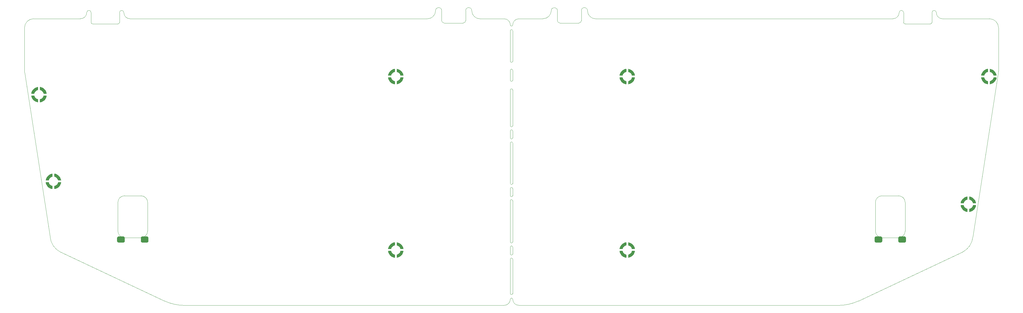
<source format=gbr>
G04 #@! TF.GenerationSoftware,KiCad,Pcbnew,(5.1.5-0-10_14)*
G04 #@! TF.CreationDate,2020-08-05T00:20:44-07:00*
G04 #@! TF.ProjectId,basis_combined_PROTON,62617369-735f-4636-9f6d-62696e65645f,rev?*
G04 #@! TF.SameCoordinates,Original*
G04 #@! TF.FileFunction,Paste,Top*
G04 #@! TF.FilePolarity,Positive*
%FSLAX46Y46*%
G04 Gerber Fmt 4.6, Leading zero omitted, Abs format (unit mm)*
G04 Created by KiCad (PCBNEW (5.1.5-0-10_14)) date 2020-08-05 00:20:44*
%MOMM*%
%LPD*%
G04 APERTURE LIST*
%ADD10C,0.100000*%
%ADD11C,0.120000*%
G04 APERTURE END LIST*
D10*
X-123824375Y-116507500D02*
G75*
G02X-120824375Y-113507500I3000000J0D01*
G01*
X193855625Y-113507500D02*
G75*
G02X196855625Y-116507500I0J-3000000D01*
G01*
X144055625Y-207957499D02*
G75*
G03X150814190Y-206469023I28566J15958475D01*
G01*
X-71044375Y-207957499D02*
G75*
G02X-77802940Y-206469023I-28566J15958475D01*
G01*
X-123824375Y-130787500D02*
G75*
G03X-123788921Y-131207500I2505453J-1D01*
G01*
X196845625Y-130807500D02*
G75*
G02X196810171Y-131227500I-2505453J-1D01*
G01*
X184953082Y-190431995D02*
G75*
G03X188415624Y-185387499I-2817457J5644495D01*
G01*
X-111934375Y-190427500D02*
G75*
G02X-115396917Y-185383004I2817457J5644495D01*
G01*
X-89079308Y-113534373D02*
G75*
G02X-91119308Y-111494373I0J2040000D01*
G01*
X-103332251Y-111461252D02*
G75*
G02X-105372251Y-113501252I-2040000J0D01*
G01*
X-92559375Y-111484375D02*
G75*
G02X-91119308Y-111494373I720068J1D01*
G01*
X-103332251Y-111461252D02*
G75*
G02X-101909375Y-111484375I711626J1D01*
G01*
X178415624Y-113537498D02*
G75*
G02X176375624Y-111497498I0J2040000D01*
G01*
X164144306Y-111474377D02*
G75*
G02X162104306Y-113514377I-2040000J0D01*
G01*
X174935564Y-111484380D02*
G75*
G02X176375624Y-111497498I720061J-3119D01*
G01*
X164144306Y-111474377D02*
G75*
G02X165584375Y-111484375I720069J1D01*
G01*
X64215625Y-113537500D02*
G75*
G02X61515625Y-110837500I0J2700000D01*
G01*
X49623602Y-110727275D02*
G75*
G02X46823602Y-113527275I-2800000J0D01*
G01*
X59516865Y-110787718D02*
G75*
G02X61515625Y-110837500I998760J-49782D01*
G01*
X49623602Y-110727275D02*
G75*
G02X51612500Y-110787500I992023J-110225D01*
G01*
X26115625Y-113537500D02*
G75*
G02X23415625Y-110837500I0J2700000D01*
G01*
X11515625Y-110837500D02*
G75*
G02X8815625Y-113537500I-2700000J0D01*
G01*
X11517497Y-110837500D02*
G75*
G02X13512500Y-110787500I998128J0D01*
G01*
X21416865Y-110787718D02*
G75*
G02X23415625Y-110837500I998760J-49782D01*
G01*
X36915625Y-115537500D02*
G75*
G02X38915625Y-113537500I2000000J0D01*
G01*
X34115625Y-113537500D02*
G75*
G02X36115625Y-115537500I0J-2000000D01*
G01*
X38915625Y-207937500D02*
G75*
G02X36915625Y-205937500I0J2000000D01*
G01*
X36115625Y-205937500D02*
G75*
G02X34115625Y-207937500I-2000000J0D01*
G01*
X36115625Y-205937500D02*
G75*
G02X36915625Y-205937500I400000J0D01*
G01*
X36915625Y-115537500D02*
G75*
G02X36115625Y-115537500I-400000J0D01*
G01*
X150814190Y-206469023D02*
X184953082Y-190431995D01*
X8815625Y-113537500D02*
X-89079308Y-113534373D01*
X-105372251Y-113501252D02*
X-118268750Y-113506250D01*
X36900000Y-204000000D02*
G75*
G02X36100000Y-204000000I-400000J0D01*
G01*
X36100000Y-192750000D02*
G75*
G02X36900000Y-192750000I400000J0D01*
G01*
X36900000Y-191000000D02*
G75*
G02X36100000Y-191000000I-400000J0D01*
G01*
X36100000Y-188750000D02*
G75*
G02X36900000Y-188750000I400000J0D01*
G01*
X36900000Y-187000000D02*
G75*
G02X36100000Y-187000000I-400000J0D01*
G01*
X36100000Y-173500000D02*
G75*
G02X36900000Y-173500000I400000J0D01*
G01*
X36900000Y-171750000D02*
G75*
G02X36100000Y-171750000I-400000J0D01*
G01*
X36100000Y-169500000D02*
G75*
G02X36900000Y-169500000I400000J0D01*
G01*
X36900000Y-167750000D02*
G75*
G02X36100000Y-167750000I-400000J0D01*
G01*
X36100000Y-154500000D02*
G75*
G02X36900000Y-154500000I400000J0D01*
G01*
X36900000Y-152750000D02*
G75*
G02X36100000Y-152750000I-400000J0D01*
G01*
X36100000Y-150500000D02*
G75*
G02X36900000Y-150500000I400000J0D01*
G01*
X36900000Y-148750000D02*
G75*
G02X36100000Y-148750000I-400000J0D01*
G01*
X36100000Y-137000000D02*
G75*
G02X36900000Y-137000000I400000J0D01*
G01*
X36900000Y-133750000D02*
G75*
G02X36100000Y-133750000I-400000J0D01*
G01*
X36100000Y-130500000D02*
G75*
G02X36900000Y-130500000I400000J0D01*
G01*
X36900000Y-127500000D02*
G75*
G02X36100000Y-127500000I-400000J0D01*
G01*
X36100000Y-117500000D02*
G75*
G02X36900000Y-117500000I400000J0D01*
G01*
X36100000Y-133750000D02*
X36100000Y-130500000D01*
X36900000Y-130500000D02*
X36900000Y-133750000D01*
X36100000Y-152750000D02*
X36100000Y-150500000D01*
X36900000Y-150500000D02*
X36900000Y-152750000D01*
X36100000Y-171750000D02*
X36100000Y-169500000D01*
X36900000Y-169500000D02*
X36900000Y-171750000D01*
X36100000Y-191000000D02*
X36100000Y-188750000D01*
X36900000Y-188750000D02*
X36900000Y-191000000D01*
X36900000Y-192750000D02*
X36900000Y-204000000D01*
X36100000Y-204000000D02*
X36100000Y-192750000D01*
X36100000Y-187000000D02*
X36100000Y-173500000D01*
X36900000Y-173500000D02*
X36900000Y-187000000D01*
X36900000Y-167750000D02*
X36900000Y-154500000D01*
X36100000Y-154500000D02*
X36100000Y-167750000D01*
X36100000Y-148750000D02*
X36100000Y-137000000D01*
X36900000Y-137000000D02*
X36900000Y-148750000D01*
X36900000Y-127500000D02*
X36900000Y-117500000D01*
X36100000Y-117500000D02*
X36100000Y-127500000D01*
X26115625Y-113537500D02*
X33337500Y-113537500D01*
X64215625Y-113537500D02*
X162104306Y-113514377D01*
X46823602Y-113527275D02*
X39687500Y-113537500D01*
X178415624Y-113537498D02*
X193855625Y-113507500D01*
X39687500Y-113537500D02*
X38915625Y-113537500D01*
X196855625Y-116507500D02*
X196845625Y-130807500D01*
X196810171Y-131227500D02*
X188415624Y-185387499D01*
X38915625Y-207937500D02*
X144055625Y-207957500D01*
X-77802940Y-206469023D02*
X-111934375Y-190427500D01*
X34115625Y-207937500D02*
X-71044375Y-207957500D01*
X-123788921Y-131207500D02*
X-115396917Y-185383004D01*
X-123824375Y-116507500D02*
X-123824375Y-130787500D01*
X33337500Y-113537500D02*
X34115625Y-113537500D01*
X-118268750Y-113506250D02*
X-120824375Y-113507500D01*
D11*
X166115625Y-174037500D02*
X166115625Y-183437500D01*
X158515625Y-171837500D02*
X163915625Y-171837500D01*
X156315625Y-183437500D02*
X156315625Y-174037500D01*
X163915625Y-185637500D02*
X158515625Y-185637500D01*
X166115625Y-183437500D02*
G75*
G02X163915625Y-185637500I-2200000J0D01*
G01*
X163915625Y-171837500D02*
G75*
G02X166115625Y-174037500I0J-2200000D01*
G01*
X156315625Y-174037500D02*
G75*
G02X158515625Y-171837500I2200000J0D01*
G01*
X158515625Y-185637500D02*
G75*
G02X156315625Y-183437500I0J2200000D01*
G01*
X-83284375Y-174037500D02*
X-83284375Y-183437500D01*
X-90884375Y-171837500D02*
X-85484375Y-171837500D01*
X-93084375Y-183437500D02*
X-93084375Y-174037500D01*
X-85484375Y-185637500D02*
X-90884375Y-185637500D01*
X-83284375Y-183437500D02*
G75*
G02X-85484375Y-185637500I-2200000J0D01*
G01*
X-85484375Y-171837500D02*
G75*
G02X-83284375Y-174037500I0J-2200000D01*
G01*
X-93084375Y-174037500D02*
G75*
G02X-90884375Y-171837500I2200000J0D01*
G01*
X-90884375Y-185637500D02*
G75*
G02X-93084375Y-183437500I0J2200000D01*
G01*
D10*
X-101909375Y-114709375D02*
X-101909375Y-111484375D01*
X-93059375Y-115209375D02*
X-101409375Y-115209375D01*
X-92559375Y-111484375D02*
X-92559375Y-114709375D01*
X-101909375Y-114709375D02*
G75*
G03X-101409375Y-115209375I500000J0D01*
G01*
X-93059375Y-115209375D02*
G75*
G03X-92559375Y-114709375I0J500000D01*
G01*
X165584375Y-114709375D02*
X165584375Y-111484375D01*
X174434375Y-115209375D02*
X166084375Y-115209375D01*
X174934375Y-111484375D02*
X174934375Y-114709375D01*
X165584375Y-114709375D02*
G75*
G03X166084375Y-115209375I500000J0D01*
G01*
X174434375Y-115209375D02*
G75*
G03X174934375Y-114709375I0J500000D01*
G01*
X51612500Y-110787500D02*
X51612500Y-114117500D01*
X52412500Y-114917500D02*
X58712500Y-114917500D01*
X59512500Y-114117500D02*
X59512500Y-110787500D01*
X58712500Y-114917500D02*
G75*
G03X59512500Y-114117500I0J800000D01*
G01*
X51612500Y-114117500D02*
G75*
G03X52412500Y-114917500I800000J0D01*
G01*
X13512500Y-110787500D02*
X13512500Y-114117500D01*
X14312500Y-114917500D02*
X20612500Y-114917500D01*
X21412500Y-114117500D02*
X21412500Y-110787500D01*
X20612500Y-114917500D02*
G75*
G03X21412500Y-114117500I0J800000D01*
G01*
X13512500Y-114117500D02*
G75*
G03X14312500Y-114917500I800000J0D01*
G01*
G36*
X165914634Y-185239908D02*
G01*
X165963170Y-185247107D01*
X166010767Y-185259030D01*
X166056967Y-185275560D01*
X166101323Y-185296539D01*
X166143410Y-185321765D01*
X166182822Y-185350995D01*
X166219178Y-185383947D01*
X166252130Y-185420303D01*
X166281360Y-185459715D01*
X166306586Y-185501802D01*
X166327565Y-185546158D01*
X166344095Y-185592358D01*
X166356018Y-185639955D01*
X166363217Y-185688491D01*
X166365625Y-185737500D01*
X166365625Y-186737500D01*
X166363217Y-186786509D01*
X166356018Y-186835045D01*
X166344095Y-186882642D01*
X166327565Y-186928842D01*
X166306586Y-186973198D01*
X166281360Y-187015285D01*
X166252130Y-187054697D01*
X166219178Y-187091053D01*
X166182822Y-187124005D01*
X166143410Y-187153235D01*
X166101323Y-187178461D01*
X166056967Y-187199440D01*
X166010767Y-187215970D01*
X165963170Y-187227893D01*
X165914634Y-187235092D01*
X165865625Y-187237500D01*
X164365625Y-187237500D01*
X164316616Y-187235092D01*
X164268080Y-187227893D01*
X164220483Y-187215970D01*
X164174283Y-187199440D01*
X164129927Y-187178461D01*
X164087840Y-187153235D01*
X164048428Y-187124005D01*
X164012072Y-187091053D01*
X163979120Y-187054697D01*
X163949890Y-187015285D01*
X163924664Y-186973198D01*
X163903685Y-186928842D01*
X163887155Y-186882642D01*
X163875232Y-186835045D01*
X163868033Y-186786509D01*
X163865625Y-186737500D01*
X163865625Y-185737500D01*
X163868033Y-185688491D01*
X163875232Y-185639955D01*
X163887155Y-185592358D01*
X163903685Y-185546158D01*
X163924664Y-185501802D01*
X163949890Y-185459715D01*
X163979120Y-185420303D01*
X164012072Y-185383947D01*
X164048428Y-185350995D01*
X164087840Y-185321765D01*
X164129927Y-185296539D01*
X164174283Y-185275560D01*
X164220483Y-185259030D01*
X164268080Y-185247107D01*
X164316616Y-185239908D01*
X164365625Y-185237500D01*
X165865625Y-185237500D01*
X165914634Y-185239908D01*
G37*
G36*
X158114634Y-185239908D02*
G01*
X158163170Y-185247107D01*
X158210767Y-185259030D01*
X158256967Y-185275560D01*
X158301323Y-185296539D01*
X158343410Y-185321765D01*
X158382822Y-185350995D01*
X158419178Y-185383947D01*
X158452130Y-185420303D01*
X158481360Y-185459715D01*
X158506586Y-185501802D01*
X158527565Y-185546158D01*
X158544095Y-185592358D01*
X158556018Y-185639955D01*
X158563217Y-185688491D01*
X158565625Y-185737500D01*
X158565625Y-186737500D01*
X158563217Y-186786509D01*
X158556018Y-186835045D01*
X158544095Y-186882642D01*
X158527565Y-186928842D01*
X158506586Y-186973198D01*
X158481360Y-187015285D01*
X158452130Y-187054697D01*
X158419178Y-187091053D01*
X158382822Y-187124005D01*
X158343410Y-187153235D01*
X158301323Y-187178461D01*
X158256967Y-187199440D01*
X158210767Y-187215970D01*
X158163170Y-187227893D01*
X158114634Y-187235092D01*
X158065625Y-187237500D01*
X156565625Y-187237500D01*
X156516616Y-187235092D01*
X156468080Y-187227893D01*
X156420483Y-187215970D01*
X156374283Y-187199440D01*
X156329927Y-187178461D01*
X156287840Y-187153235D01*
X156248428Y-187124005D01*
X156212072Y-187091053D01*
X156179120Y-187054697D01*
X156149890Y-187015285D01*
X156124664Y-186973198D01*
X156103685Y-186928842D01*
X156087155Y-186882642D01*
X156075232Y-186835045D01*
X156068033Y-186786509D01*
X156065625Y-186737500D01*
X156065625Y-185737500D01*
X156068033Y-185688491D01*
X156075232Y-185639955D01*
X156087155Y-185592358D01*
X156103685Y-185546158D01*
X156124664Y-185501802D01*
X156149890Y-185459715D01*
X156179120Y-185420303D01*
X156212072Y-185383947D01*
X156248428Y-185350995D01*
X156287840Y-185321765D01*
X156329927Y-185296539D01*
X156374283Y-185275560D01*
X156420483Y-185259030D01*
X156468080Y-185247107D01*
X156516616Y-185239908D01*
X156565625Y-185237500D01*
X158065625Y-185237500D01*
X158114634Y-185239908D01*
G37*
G36*
X-83485366Y-185239908D02*
G01*
X-83436830Y-185247107D01*
X-83389233Y-185259030D01*
X-83343033Y-185275560D01*
X-83298677Y-185296539D01*
X-83256590Y-185321765D01*
X-83217178Y-185350995D01*
X-83180822Y-185383947D01*
X-83147870Y-185420303D01*
X-83118640Y-185459715D01*
X-83093414Y-185501802D01*
X-83072435Y-185546158D01*
X-83055905Y-185592358D01*
X-83043982Y-185639955D01*
X-83036783Y-185688491D01*
X-83034375Y-185737500D01*
X-83034375Y-186737500D01*
X-83036783Y-186786509D01*
X-83043982Y-186835045D01*
X-83055905Y-186882642D01*
X-83072435Y-186928842D01*
X-83093414Y-186973198D01*
X-83118640Y-187015285D01*
X-83147870Y-187054697D01*
X-83180822Y-187091053D01*
X-83217178Y-187124005D01*
X-83256590Y-187153235D01*
X-83298677Y-187178461D01*
X-83343033Y-187199440D01*
X-83389233Y-187215970D01*
X-83436830Y-187227893D01*
X-83485366Y-187235092D01*
X-83534375Y-187237500D01*
X-85034375Y-187237500D01*
X-85083384Y-187235092D01*
X-85131920Y-187227893D01*
X-85179517Y-187215970D01*
X-85225717Y-187199440D01*
X-85270073Y-187178461D01*
X-85312160Y-187153235D01*
X-85351572Y-187124005D01*
X-85387928Y-187091053D01*
X-85420880Y-187054697D01*
X-85450110Y-187015285D01*
X-85475336Y-186973198D01*
X-85496315Y-186928842D01*
X-85512845Y-186882642D01*
X-85524768Y-186835045D01*
X-85531967Y-186786509D01*
X-85534375Y-186737500D01*
X-85534375Y-185737500D01*
X-85531967Y-185688491D01*
X-85524768Y-185639955D01*
X-85512845Y-185592358D01*
X-85496315Y-185546158D01*
X-85475336Y-185501802D01*
X-85450110Y-185459715D01*
X-85420880Y-185420303D01*
X-85387928Y-185383947D01*
X-85351572Y-185350995D01*
X-85312160Y-185321765D01*
X-85270073Y-185296539D01*
X-85225717Y-185275560D01*
X-85179517Y-185259030D01*
X-85131920Y-185247107D01*
X-85083384Y-185239908D01*
X-85034375Y-185237500D01*
X-83534375Y-185237500D01*
X-83485366Y-185239908D01*
G37*
G36*
X-91285366Y-185239908D02*
G01*
X-91236830Y-185247107D01*
X-91189233Y-185259030D01*
X-91143033Y-185275560D01*
X-91098677Y-185296539D01*
X-91056590Y-185321765D01*
X-91017178Y-185350995D01*
X-90980822Y-185383947D01*
X-90947870Y-185420303D01*
X-90918640Y-185459715D01*
X-90893414Y-185501802D01*
X-90872435Y-185546158D01*
X-90855905Y-185592358D01*
X-90843982Y-185639955D01*
X-90836783Y-185688491D01*
X-90834375Y-185737500D01*
X-90834375Y-186737500D01*
X-90836783Y-186786509D01*
X-90843982Y-186835045D01*
X-90855905Y-186882642D01*
X-90872435Y-186928842D01*
X-90893414Y-186973198D01*
X-90918640Y-187015285D01*
X-90947870Y-187054697D01*
X-90980822Y-187091053D01*
X-91017178Y-187124005D01*
X-91056590Y-187153235D01*
X-91098677Y-187178461D01*
X-91143033Y-187199440D01*
X-91189233Y-187215970D01*
X-91236830Y-187227893D01*
X-91285366Y-187235092D01*
X-91334375Y-187237500D01*
X-92834375Y-187237500D01*
X-92883384Y-187235092D01*
X-92931920Y-187227893D01*
X-92979517Y-187215970D01*
X-93025717Y-187199440D01*
X-93070073Y-187178461D01*
X-93112160Y-187153235D01*
X-93151572Y-187124005D01*
X-93187928Y-187091053D01*
X-93220880Y-187054697D01*
X-93250110Y-187015285D01*
X-93275336Y-186973198D01*
X-93296315Y-186928842D01*
X-93312845Y-186882642D01*
X-93324768Y-186835045D01*
X-93331967Y-186786509D01*
X-93334375Y-186737500D01*
X-93334375Y-185737500D01*
X-93331967Y-185688491D01*
X-93324768Y-185639955D01*
X-93312845Y-185592358D01*
X-93296315Y-185546158D01*
X-93275336Y-185501802D01*
X-93250110Y-185459715D01*
X-93220880Y-185420303D01*
X-93187928Y-185383947D01*
X-93151572Y-185350995D01*
X-93112160Y-185321765D01*
X-93070073Y-185296539D01*
X-93025717Y-185275560D01*
X-92979517Y-185259030D01*
X-92931920Y-185247107D01*
X-92883384Y-185239908D01*
X-92834375Y-185237500D01*
X-91334375Y-185237500D01*
X-91285366Y-185239908D01*
G37*
G36*
X-113898810Y-164557144D02*
G01*
X-113898327Y-164557128D01*
X-113893931Y-164557417D01*
X-113889547Y-164557662D01*
X-113889071Y-164557736D01*
X-113888579Y-164557768D01*
X-113884242Y-164558483D01*
X-113879892Y-164559156D01*
X-113879414Y-164559279D01*
X-113878939Y-164559357D01*
X-113643989Y-164609975D01*
X-113642626Y-164610279D01*
X-113638602Y-164611414D01*
X-113634550Y-164612497D01*
X-113405685Y-164685792D01*
X-113405660Y-164685799D01*
X-113405632Y-164685810D01*
X-113404334Y-164686235D01*
X-113400483Y-164687741D01*
X-113396513Y-164689230D01*
X-113175869Y-164784518D01*
X-113174592Y-164785081D01*
X-113170867Y-164786975D01*
X-113167100Y-164788826D01*
X-112956823Y-164905183D01*
X-112956807Y-164905191D01*
X-112956789Y-164905202D01*
X-112955590Y-164905876D01*
X-112952057Y-164908132D01*
X-112948500Y-164910334D01*
X-112750567Y-165046664D01*
X-112749423Y-165047464D01*
X-112746139Y-165050044D01*
X-112742801Y-165052592D01*
X-112559116Y-165207587D01*
X-112558056Y-165208495D01*
X-112555049Y-165211374D01*
X-112551966Y-165214245D01*
X-112384282Y-165386425D01*
X-112383315Y-165387432D01*
X-112380567Y-165390633D01*
X-112377816Y-165393749D01*
X-112227745Y-165581458D01*
X-112227734Y-165581470D01*
X-112227723Y-165581485D01*
X-112226871Y-165582566D01*
X-112224472Y-165585987D01*
X-112222014Y-165589390D01*
X-112090967Y-165790860D01*
X-112090214Y-165792036D01*
X-112088153Y-165795687D01*
X-112086046Y-165799301D01*
X-111975284Y-166012598D01*
X-111974650Y-166013841D01*
X-111972953Y-166017680D01*
X-111971211Y-166021478D01*
X-111881800Y-166244548D01*
X-111881792Y-166244565D01*
X-111881785Y-166244586D01*
X-111881283Y-166245865D01*
X-111879993Y-166249777D01*
X-111878605Y-166253800D01*
X-111811382Y-166484549D01*
X-111811001Y-166485892D01*
X-111810238Y-166489295D01*
X-111809378Y-166492682D01*
X-111775316Y-166660974D01*
X-111775049Y-166662344D01*
X-111774708Y-166664817D01*
X-111774510Y-166665637D01*
X-111773151Y-166675312D01*
X-111772741Y-166685073D01*
X-111773287Y-166694828D01*
X-111774781Y-166704483D01*
X-111777211Y-166713946D01*
X-111780553Y-166723127D01*
X-111784774Y-166731937D01*
X-111789835Y-166740294D01*
X-111795688Y-166748117D01*
X-111802276Y-166755332D01*
X-111809536Y-166761869D01*
X-111817400Y-166767667D01*
X-111825792Y-166772670D01*
X-111834632Y-166776830D01*
X-111843836Y-166780107D01*
X-111853316Y-166782471D01*
X-111862981Y-166783898D01*
X-111872739Y-166784375D01*
X-112699219Y-166784375D01*
X-112700615Y-166784365D01*
X-112710366Y-166783752D01*
X-112720010Y-166782190D01*
X-112729456Y-166779694D01*
X-112738613Y-166776289D01*
X-112747394Y-166772006D01*
X-112755716Y-166766886D01*
X-112763498Y-166760979D01*
X-112770666Y-166754341D01*
X-112777153Y-166747035D01*
X-112782895Y-166739131D01*
X-112787839Y-166730705D01*
X-112791937Y-166721836D01*
X-112793520Y-166717289D01*
X-112793577Y-166717153D01*
X-112793645Y-166716932D01*
X-112795150Y-166712609D01*
X-112795836Y-166709774D01*
X-112796437Y-166707811D01*
X-112797929Y-166701926D01*
X-112843314Y-166555038D01*
X-112901921Y-166415417D01*
X-112973870Y-166282185D01*
X-113058485Y-166156597D01*
X-113154941Y-166039881D01*
X-113262333Y-165933125D01*
X-113379623Y-165837364D01*
X-113505711Y-165753498D01*
X-113639362Y-165682345D01*
X-113779335Y-165624568D01*
X-113928953Y-165579311D01*
X-113929516Y-165579136D01*
X-113929571Y-165579122D01*
X-113929626Y-165579102D01*
X-113930286Y-165578897D01*
X-113934474Y-165577337D01*
X-113938752Y-165575780D01*
X-113939090Y-165575618D01*
X-113939442Y-165575487D01*
X-113943523Y-165573494D01*
X-113947562Y-165571559D01*
X-113947879Y-165571367D01*
X-113948221Y-165571200D01*
X-113952071Y-165568828D01*
X-113955919Y-165566498D01*
X-113956222Y-165566271D01*
X-113956539Y-165566076D01*
X-113960161Y-165563324D01*
X-113963742Y-165560645D01*
X-113964012Y-165560399D01*
X-113964318Y-165560166D01*
X-113967693Y-165557037D01*
X-113970957Y-165554057D01*
X-113971204Y-165553782D01*
X-113971483Y-165553524D01*
X-113974500Y-165550122D01*
X-113977494Y-165546797D01*
X-113977716Y-165546496D01*
X-113977966Y-165546214D01*
X-113980634Y-165542538D01*
X-113983292Y-165538933D01*
X-113983482Y-165538614D01*
X-113983705Y-165538307D01*
X-113985989Y-165534409D01*
X-113988295Y-165530541D01*
X-113988456Y-165530199D01*
X-113988644Y-165529878D01*
X-113990527Y-165525797D01*
X-113992455Y-165521701D01*
X-113992582Y-165521343D01*
X-113992738Y-165521006D01*
X-113994223Y-165516734D01*
X-113995732Y-165512497D01*
X-113995826Y-165512121D01*
X-113995945Y-165511778D01*
X-113996976Y-165507510D01*
X-113998096Y-165503017D01*
X-113998152Y-165502639D01*
X-113998238Y-165502282D01*
X-113998855Y-165497876D01*
X-113999523Y-165493352D01*
X-113999541Y-165492974D01*
X-113999593Y-165492606D01*
X-113999778Y-165488134D01*
X-114000000Y-165483594D01*
X-114000000Y-164657114D01*
X-113999990Y-164655718D01*
X-113999960Y-164655235D01*
X-113999972Y-164654744D01*
X-113999654Y-164650376D01*
X-113999377Y-164645967D01*
X-113999298Y-164645478D01*
X-113999263Y-164645000D01*
X-113998524Y-164640699D01*
X-113997815Y-164636323D01*
X-113997691Y-164635853D01*
X-113997608Y-164635371D01*
X-113996439Y-164631114D01*
X-113995319Y-164626877D01*
X-113995149Y-164626420D01*
X-113995020Y-164625950D01*
X-113993443Y-164621832D01*
X-113991914Y-164617720D01*
X-113991702Y-164617284D01*
X-113991526Y-164616826D01*
X-113989554Y-164612882D01*
X-113987631Y-164608939D01*
X-113987375Y-164608522D01*
X-113987157Y-164608087D01*
X-113984814Y-164604360D01*
X-113982511Y-164600617D01*
X-113982217Y-164600230D01*
X-113981957Y-164599816D01*
X-113979260Y-164596334D01*
X-113976604Y-164592835D01*
X-113976272Y-164592477D01*
X-113975975Y-164592093D01*
X-113972958Y-164588898D01*
X-113969966Y-164585667D01*
X-113969602Y-164585344D01*
X-113969267Y-164584989D01*
X-113965963Y-164582113D01*
X-113962660Y-164579180D01*
X-113962262Y-164578891D01*
X-113961898Y-164578574D01*
X-113958321Y-164576028D01*
X-113954756Y-164573438D01*
X-113954338Y-164573193D01*
X-113953938Y-164572908D01*
X-113950124Y-164570720D01*
X-113946330Y-164568494D01*
X-113945884Y-164568288D01*
X-113945464Y-164568047D01*
X-113941451Y-164566240D01*
X-113937461Y-164564396D01*
X-113937005Y-164564237D01*
X-113936556Y-164564035D01*
X-113932343Y-164562614D01*
X-113928234Y-164561183D01*
X-113927765Y-164561069D01*
X-113927298Y-164560912D01*
X-113922991Y-164559914D01*
X-113918738Y-164558885D01*
X-113918256Y-164558817D01*
X-113917780Y-164558707D01*
X-113913383Y-164558133D01*
X-113909063Y-164557526D01*
X-113908581Y-164557506D01*
X-113908093Y-164557442D01*
X-113903702Y-164557301D01*
X-113899302Y-164557116D01*
X-113898810Y-164557144D01*
G37*
G36*
X-114689547Y-164557662D02*
G01*
X-114679892Y-164559156D01*
X-114670429Y-164561586D01*
X-114661248Y-164564928D01*
X-114652438Y-164569149D01*
X-114644081Y-164574210D01*
X-114636258Y-164580063D01*
X-114629043Y-164586651D01*
X-114622506Y-164593911D01*
X-114616708Y-164601775D01*
X-114611705Y-164610167D01*
X-114607545Y-164619007D01*
X-114604268Y-164628211D01*
X-114601904Y-164637691D01*
X-114600477Y-164647356D01*
X-114600000Y-164657114D01*
X-114600000Y-165483594D01*
X-114600010Y-165484990D01*
X-114600623Y-165494741D01*
X-114602185Y-165504385D01*
X-114604681Y-165513831D01*
X-114608086Y-165522988D01*
X-114612369Y-165531769D01*
X-114617489Y-165540091D01*
X-114623396Y-165547873D01*
X-114630034Y-165555041D01*
X-114637340Y-165561528D01*
X-114645244Y-165567270D01*
X-114653670Y-165572214D01*
X-114662539Y-165576312D01*
X-114667086Y-165577895D01*
X-114667222Y-165577952D01*
X-114667443Y-165578020D01*
X-114671766Y-165579525D01*
X-114674601Y-165580211D01*
X-114676564Y-165580812D01*
X-114682449Y-165582304D01*
X-114829337Y-165627689D01*
X-114968958Y-165686296D01*
X-115102190Y-165758245D01*
X-115227778Y-165842860D01*
X-115344494Y-165939316D01*
X-115451250Y-166046708D01*
X-115547011Y-166163998D01*
X-115630877Y-166290086D01*
X-115702030Y-166423737D01*
X-115759807Y-166563710D01*
X-115805064Y-166713328D01*
X-115805239Y-166713891D01*
X-115805253Y-166713946D01*
X-115805273Y-166714001D01*
X-115805478Y-166714661D01*
X-115807038Y-166718849D01*
X-115808595Y-166723127D01*
X-115808757Y-166723465D01*
X-115808888Y-166723817D01*
X-115810866Y-166727867D01*
X-115812816Y-166731937D01*
X-115813008Y-166732254D01*
X-115813175Y-166732596D01*
X-115815547Y-166736446D01*
X-115817877Y-166740294D01*
X-115818104Y-166740597D01*
X-115818299Y-166740914D01*
X-115821051Y-166744536D01*
X-115823730Y-166748117D01*
X-115823976Y-166748387D01*
X-115824209Y-166748693D01*
X-115827309Y-166752037D01*
X-115830318Y-166755332D01*
X-115830593Y-166755579D01*
X-115830851Y-166755858D01*
X-115834253Y-166758875D01*
X-115837578Y-166761869D01*
X-115837879Y-166762091D01*
X-115838161Y-166762341D01*
X-115841837Y-166765009D01*
X-115845442Y-166767667D01*
X-115845761Y-166767857D01*
X-115846068Y-166768080D01*
X-115849966Y-166770364D01*
X-115853834Y-166772670D01*
X-115854176Y-166772831D01*
X-115854497Y-166773019D01*
X-115858547Y-166774888D01*
X-115862674Y-166776830D01*
X-115863032Y-166776957D01*
X-115863369Y-166777113D01*
X-115867546Y-166778565D01*
X-115871878Y-166780107D01*
X-115872254Y-166780201D01*
X-115872597Y-166780320D01*
X-115876865Y-166781351D01*
X-115881358Y-166782471D01*
X-115881736Y-166782527D01*
X-115882093Y-166782613D01*
X-115886493Y-166783229D01*
X-115891023Y-166783898D01*
X-115891401Y-166783916D01*
X-115891769Y-166783968D01*
X-115896241Y-166784153D01*
X-115900781Y-166784375D01*
X-116727261Y-166784375D01*
X-116728657Y-166784365D01*
X-116729140Y-166784335D01*
X-116729631Y-166784347D01*
X-116733999Y-166784029D01*
X-116738408Y-166783752D01*
X-116738897Y-166783673D01*
X-116739375Y-166783638D01*
X-116743676Y-166782899D01*
X-116748052Y-166782190D01*
X-116748522Y-166782066D01*
X-116749004Y-166781983D01*
X-116753261Y-166780814D01*
X-116757498Y-166779694D01*
X-116757955Y-166779524D01*
X-116758425Y-166779395D01*
X-116762543Y-166777818D01*
X-116766655Y-166776289D01*
X-116767091Y-166776077D01*
X-116767549Y-166775901D01*
X-116771493Y-166773929D01*
X-116775436Y-166772006D01*
X-116775853Y-166771750D01*
X-116776288Y-166771532D01*
X-116780015Y-166769189D01*
X-116783758Y-166766886D01*
X-116784145Y-166766592D01*
X-116784559Y-166766332D01*
X-116788041Y-166763635D01*
X-116791540Y-166760979D01*
X-116791898Y-166760647D01*
X-116792282Y-166760350D01*
X-116795477Y-166757333D01*
X-116798708Y-166754341D01*
X-116799031Y-166753977D01*
X-116799386Y-166753642D01*
X-116802262Y-166750338D01*
X-116805195Y-166747035D01*
X-116805484Y-166746637D01*
X-116805801Y-166746273D01*
X-116808347Y-166742696D01*
X-116810937Y-166739131D01*
X-116811182Y-166738713D01*
X-116811467Y-166738313D01*
X-116813655Y-166734499D01*
X-116815881Y-166730705D01*
X-116816087Y-166730259D01*
X-116816328Y-166729839D01*
X-116818135Y-166725826D01*
X-116819979Y-166721836D01*
X-116820138Y-166721380D01*
X-116820340Y-166720931D01*
X-116821761Y-166716718D01*
X-116823192Y-166712609D01*
X-116823306Y-166712140D01*
X-116823463Y-166711673D01*
X-116824461Y-166707366D01*
X-116825490Y-166703113D01*
X-116825558Y-166702631D01*
X-116825668Y-166702155D01*
X-116826242Y-166697758D01*
X-116826849Y-166693438D01*
X-116826869Y-166692956D01*
X-116826933Y-166692468D01*
X-116827074Y-166688077D01*
X-116827259Y-166683677D01*
X-116827231Y-166683185D01*
X-116827247Y-166682702D01*
X-116826958Y-166678306D01*
X-116826713Y-166673922D01*
X-116826639Y-166673446D01*
X-116826607Y-166672954D01*
X-116825892Y-166668617D01*
X-116825219Y-166664267D01*
X-116825096Y-166663789D01*
X-116825018Y-166663314D01*
X-116774400Y-166428364D01*
X-116774096Y-166427001D01*
X-116772952Y-166422945D01*
X-116771878Y-166418925D01*
X-116698583Y-166190060D01*
X-116698576Y-166190035D01*
X-116698565Y-166190007D01*
X-116698140Y-166188709D01*
X-116696631Y-166184850D01*
X-116695145Y-166180888D01*
X-116599857Y-165960244D01*
X-116599294Y-165958967D01*
X-116597400Y-165955242D01*
X-116595549Y-165951475D01*
X-116479192Y-165741198D01*
X-116479184Y-165741182D01*
X-116479173Y-165741164D01*
X-116478499Y-165739965D01*
X-116476243Y-165736432D01*
X-116474041Y-165732875D01*
X-116337711Y-165534942D01*
X-116336911Y-165533798D01*
X-116334331Y-165530514D01*
X-116331783Y-165527176D01*
X-116176788Y-165343491D01*
X-116175880Y-165342431D01*
X-116172987Y-165339409D01*
X-116170130Y-165336341D01*
X-115997950Y-165168657D01*
X-115996943Y-165167690D01*
X-115993742Y-165164942D01*
X-115990626Y-165162191D01*
X-115802917Y-165012120D01*
X-115802905Y-165012109D01*
X-115802890Y-165012098D01*
X-115801809Y-165011246D01*
X-115798388Y-165008847D01*
X-115794985Y-165006389D01*
X-115593515Y-164875342D01*
X-115592339Y-164874589D01*
X-115588688Y-164872528D01*
X-115585074Y-164870421D01*
X-115371777Y-164759659D01*
X-115370534Y-164759025D01*
X-115366695Y-164757328D01*
X-115362897Y-164755586D01*
X-115139827Y-164666175D01*
X-115139810Y-164666167D01*
X-115139789Y-164666160D01*
X-115138510Y-164665658D01*
X-115134598Y-164664368D01*
X-115130575Y-164662980D01*
X-114899826Y-164595757D01*
X-114898483Y-164595376D01*
X-114895080Y-164594613D01*
X-114891693Y-164593753D01*
X-114723401Y-164559691D01*
X-114722031Y-164559424D01*
X-114719558Y-164559083D01*
X-114718738Y-164558885D01*
X-114709063Y-164557526D01*
X-114699302Y-164557116D01*
X-114689547Y-164557662D01*
G37*
G36*
X-115899385Y-167384385D02*
G01*
X-115889634Y-167384998D01*
X-115879990Y-167386560D01*
X-115870544Y-167389056D01*
X-115861387Y-167392461D01*
X-115852606Y-167396744D01*
X-115844284Y-167401864D01*
X-115836502Y-167407771D01*
X-115829334Y-167414409D01*
X-115822847Y-167421715D01*
X-115817105Y-167429619D01*
X-115812161Y-167438045D01*
X-115808063Y-167446914D01*
X-115806480Y-167451461D01*
X-115806423Y-167451597D01*
X-115806355Y-167451818D01*
X-115804850Y-167456141D01*
X-115804164Y-167458976D01*
X-115803563Y-167460939D01*
X-115802071Y-167466824D01*
X-115756685Y-167613714D01*
X-115698077Y-167753338D01*
X-115626130Y-167886565D01*
X-115541518Y-168012147D01*
X-115445059Y-168128869D01*
X-115337663Y-168235629D01*
X-115220382Y-168331383D01*
X-115094289Y-168415252D01*
X-114960638Y-168486405D01*
X-114820665Y-168544182D01*
X-114671048Y-168589439D01*
X-114670487Y-168589613D01*
X-114670429Y-168589628D01*
X-114670371Y-168589649D01*
X-114669714Y-168589853D01*
X-114665546Y-168591406D01*
X-114661248Y-168592970D01*
X-114660907Y-168593133D01*
X-114660559Y-168593263D01*
X-114656530Y-168595231D01*
X-114652438Y-168597191D01*
X-114652117Y-168597386D01*
X-114651780Y-168597550D01*
X-114647961Y-168599902D01*
X-114644081Y-168602252D01*
X-114643778Y-168602479D01*
X-114643461Y-168602674D01*
X-114639839Y-168605426D01*
X-114636258Y-168608105D01*
X-114635988Y-168608351D01*
X-114635682Y-168608584D01*
X-114632307Y-168611713D01*
X-114629043Y-168614693D01*
X-114628796Y-168614968D01*
X-114628517Y-168615226D01*
X-114625500Y-168618628D01*
X-114622506Y-168621953D01*
X-114622284Y-168622254D01*
X-114622034Y-168622536D01*
X-114619396Y-168626172D01*
X-114616708Y-168629817D01*
X-114616513Y-168630143D01*
X-114616296Y-168630443D01*
X-114614050Y-168634275D01*
X-114611705Y-168638209D01*
X-114611544Y-168638552D01*
X-114611356Y-168638872D01*
X-114609510Y-168642872D01*
X-114607545Y-168647049D01*
X-114607414Y-168647416D01*
X-114607263Y-168647744D01*
X-114605834Y-168651856D01*
X-114604268Y-168656253D01*
X-114604174Y-168656629D01*
X-114604055Y-168656972D01*
X-114603024Y-168661240D01*
X-114601904Y-168665733D01*
X-114601848Y-168666111D01*
X-114601762Y-168666468D01*
X-114601156Y-168670802D01*
X-114600477Y-168675398D01*
X-114600458Y-168675787D01*
X-114600408Y-168676144D01*
X-114600233Y-168680381D01*
X-114600000Y-168685156D01*
X-114600000Y-169511636D01*
X-114600010Y-169513032D01*
X-114600040Y-169513515D01*
X-114600028Y-169514006D01*
X-114600342Y-169518316D01*
X-114600623Y-169522783D01*
X-114600702Y-169523272D01*
X-114600737Y-169523750D01*
X-114601476Y-169528051D01*
X-114602185Y-169532427D01*
X-114602309Y-169532897D01*
X-114602392Y-169533379D01*
X-114603561Y-169537636D01*
X-114604681Y-169541873D01*
X-114604851Y-169542330D01*
X-114604980Y-169542800D01*
X-114606557Y-169546918D01*
X-114608086Y-169551030D01*
X-114608298Y-169551466D01*
X-114608474Y-169551924D01*
X-114610464Y-169555905D01*
X-114612369Y-169559811D01*
X-114612620Y-169560220D01*
X-114612842Y-169560663D01*
X-114615211Y-169564430D01*
X-114617489Y-169568133D01*
X-114617782Y-169568519D01*
X-114618043Y-169568934D01*
X-114620740Y-169572416D01*
X-114623396Y-169575915D01*
X-114623728Y-169576273D01*
X-114624025Y-169576657D01*
X-114627065Y-169579877D01*
X-114630034Y-169583083D01*
X-114630392Y-169583401D01*
X-114630732Y-169583761D01*
X-114634064Y-169586661D01*
X-114637340Y-169589570D01*
X-114637738Y-169589859D01*
X-114638102Y-169590176D01*
X-114641701Y-169592738D01*
X-114645244Y-169595312D01*
X-114645656Y-169595554D01*
X-114646061Y-169595842D01*
X-114649920Y-169598056D01*
X-114653670Y-169600256D01*
X-114654111Y-169600460D01*
X-114654535Y-169600703D01*
X-114658570Y-169602520D01*
X-114662539Y-169604354D01*
X-114662995Y-169604513D01*
X-114663444Y-169604715D01*
X-114667657Y-169606136D01*
X-114671766Y-169607567D01*
X-114672235Y-169607681D01*
X-114672702Y-169607838D01*
X-114677019Y-169608838D01*
X-114681262Y-169609865D01*
X-114681741Y-169609932D01*
X-114682219Y-169610043D01*
X-114686624Y-169610618D01*
X-114690937Y-169611224D01*
X-114691419Y-169611244D01*
X-114691907Y-169611308D01*
X-114696299Y-169611449D01*
X-114700698Y-169611634D01*
X-114701190Y-169611606D01*
X-114701672Y-169611622D01*
X-114706066Y-169611334D01*
X-114710453Y-169611088D01*
X-114710930Y-169611014D01*
X-114711421Y-169610982D01*
X-114715758Y-169610267D01*
X-114720108Y-169609594D01*
X-114720586Y-169609471D01*
X-114721061Y-169609393D01*
X-114956011Y-169558775D01*
X-114957374Y-169558471D01*
X-114961398Y-169557336D01*
X-114965450Y-169556253D01*
X-115194326Y-169482954D01*
X-115194339Y-169482951D01*
X-115194353Y-169482946D01*
X-115195666Y-169482515D01*
X-115199528Y-169481005D01*
X-115203487Y-169479520D01*
X-115424123Y-169384235D01*
X-115424131Y-169384232D01*
X-115424140Y-169384228D01*
X-115425408Y-169383669D01*
X-115429100Y-169381791D01*
X-115432900Y-169379925D01*
X-115643177Y-169263567D01*
X-115643193Y-169263559D01*
X-115643211Y-169263548D01*
X-115644409Y-169262874D01*
X-115647924Y-169260630D01*
X-115651500Y-169258416D01*
X-115849419Y-169122096D01*
X-115849433Y-169122087D01*
X-115849449Y-169122075D01*
X-115850577Y-169121286D01*
X-115853861Y-169118706D01*
X-115857198Y-169116158D01*
X-116040884Y-168961163D01*
X-116041944Y-168960255D01*
X-116044951Y-168957376D01*
X-116048034Y-168954505D01*
X-116215708Y-168782335D01*
X-116215719Y-168782325D01*
X-116215730Y-168782312D01*
X-116216685Y-168781318D01*
X-116219398Y-168778158D01*
X-116222185Y-168775001D01*
X-116372255Y-168587292D01*
X-116372266Y-168587280D01*
X-116372277Y-168587265D01*
X-116373129Y-168586184D01*
X-116375528Y-168582763D01*
X-116377986Y-168579360D01*
X-116509033Y-168377889D01*
X-116509786Y-168376714D01*
X-116511855Y-168373049D01*
X-116513954Y-168369449D01*
X-116624716Y-168156152D01*
X-116625350Y-168154909D01*
X-116627047Y-168151070D01*
X-116628789Y-168147272D01*
X-116718203Y-167924194D01*
X-116718208Y-167924184D01*
X-116718212Y-167924171D01*
X-116718717Y-167922885D01*
X-116720014Y-167918950D01*
X-116721395Y-167914949D01*
X-116788618Y-167684201D01*
X-116788999Y-167682858D01*
X-116789762Y-167679454D01*
X-116790622Y-167676068D01*
X-116824684Y-167507775D01*
X-116824951Y-167506405D01*
X-116825291Y-167503934D01*
X-116825490Y-167503113D01*
X-116826849Y-167493438D01*
X-116827259Y-167483677D01*
X-116826713Y-167473922D01*
X-116825219Y-167464267D01*
X-116822789Y-167454804D01*
X-116819447Y-167445623D01*
X-116815226Y-167436813D01*
X-116810165Y-167428456D01*
X-116804312Y-167420633D01*
X-116797724Y-167413418D01*
X-116790464Y-167406881D01*
X-116782600Y-167401083D01*
X-116774208Y-167396080D01*
X-116765368Y-167391920D01*
X-116756164Y-167388643D01*
X-116746684Y-167386279D01*
X-116737019Y-167384852D01*
X-116727261Y-167384375D01*
X-115900781Y-167384375D01*
X-115899385Y-167384385D01*
G37*
G36*
X-111871343Y-167384385D02*
G01*
X-111870860Y-167384415D01*
X-111870369Y-167384403D01*
X-111866001Y-167384721D01*
X-111861592Y-167384998D01*
X-111861103Y-167385077D01*
X-111860625Y-167385112D01*
X-111856324Y-167385851D01*
X-111851948Y-167386560D01*
X-111851478Y-167386684D01*
X-111850996Y-167386767D01*
X-111846739Y-167387936D01*
X-111842502Y-167389056D01*
X-111842045Y-167389226D01*
X-111841575Y-167389355D01*
X-111837457Y-167390932D01*
X-111833345Y-167392461D01*
X-111832909Y-167392673D01*
X-111832451Y-167392849D01*
X-111828504Y-167394822D01*
X-111824564Y-167396744D01*
X-111824155Y-167396995D01*
X-111823712Y-167397217D01*
X-111819945Y-167399586D01*
X-111816242Y-167401864D01*
X-111815856Y-167402157D01*
X-111815441Y-167402418D01*
X-111811959Y-167405115D01*
X-111808460Y-167407771D01*
X-111808102Y-167408103D01*
X-111807718Y-167408400D01*
X-111804498Y-167411440D01*
X-111801292Y-167414409D01*
X-111800974Y-167414767D01*
X-111800614Y-167415107D01*
X-111797714Y-167418439D01*
X-111794805Y-167421715D01*
X-111794516Y-167422113D01*
X-111794199Y-167422477D01*
X-111791637Y-167426076D01*
X-111789063Y-167429619D01*
X-111788821Y-167430031D01*
X-111788533Y-167430436D01*
X-111786319Y-167434295D01*
X-111784119Y-167438045D01*
X-111783915Y-167438486D01*
X-111783672Y-167438910D01*
X-111781855Y-167442945D01*
X-111780021Y-167446914D01*
X-111779862Y-167447370D01*
X-111779660Y-167447819D01*
X-111778239Y-167452032D01*
X-111776808Y-167456141D01*
X-111776694Y-167456610D01*
X-111776537Y-167457077D01*
X-111775552Y-167461330D01*
X-111774510Y-167465637D01*
X-111774443Y-167466116D01*
X-111774332Y-167466594D01*
X-111773757Y-167470999D01*
X-111773151Y-167475312D01*
X-111773131Y-167475794D01*
X-111773067Y-167476282D01*
X-111772926Y-167480674D01*
X-111772741Y-167485073D01*
X-111772769Y-167485565D01*
X-111772753Y-167486047D01*
X-111773041Y-167490441D01*
X-111773287Y-167494828D01*
X-111773361Y-167495305D01*
X-111773393Y-167495796D01*
X-111774108Y-167500133D01*
X-111774781Y-167504483D01*
X-111774904Y-167504961D01*
X-111774982Y-167505436D01*
X-111825600Y-167740386D01*
X-111825904Y-167741749D01*
X-111827039Y-167745773D01*
X-111828122Y-167749825D01*
X-111901421Y-167978701D01*
X-111901424Y-167978714D01*
X-111901429Y-167978728D01*
X-111901860Y-167980041D01*
X-111903369Y-167983900D01*
X-111904855Y-167987862D01*
X-112000143Y-168208505D01*
X-112000706Y-168209783D01*
X-112002584Y-168213475D01*
X-112004450Y-168217275D01*
X-112120808Y-168427552D01*
X-112120816Y-168427568D01*
X-112120827Y-168427586D01*
X-112121501Y-168428784D01*
X-112123745Y-168432299D01*
X-112125959Y-168435875D01*
X-112262279Y-168633794D01*
X-112262288Y-168633808D01*
X-112262300Y-168633824D01*
X-112263089Y-168634952D01*
X-112265648Y-168638209D01*
X-112268217Y-168641573D01*
X-112423212Y-168825259D01*
X-112424120Y-168826319D01*
X-112426998Y-168829325D01*
X-112429870Y-168832409D01*
X-112602040Y-169000083D01*
X-112602050Y-169000094D01*
X-112602063Y-169000105D01*
X-112603057Y-169001060D01*
X-112606217Y-169003773D01*
X-112609374Y-169006560D01*
X-112797083Y-169156630D01*
X-112797095Y-169156641D01*
X-112797110Y-169156652D01*
X-112798191Y-169157504D01*
X-112801612Y-169159903D01*
X-112805015Y-169162361D01*
X-113006486Y-169293408D01*
X-113007661Y-169294161D01*
X-113011326Y-169296230D01*
X-113014926Y-169298329D01*
X-113228223Y-169409091D01*
X-113229466Y-169409725D01*
X-113233305Y-169411422D01*
X-113237103Y-169413164D01*
X-113460181Y-169502578D01*
X-113460191Y-169502583D01*
X-113460204Y-169502587D01*
X-113461490Y-169503092D01*
X-113465425Y-169504389D01*
X-113469426Y-169505770D01*
X-113700174Y-169572993D01*
X-113701517Y-169573374D01*
X-113704921Y-169574137D01*
X-113708307Y-169574997D01*
X-113876600Y-169609059D01*
X-113877970Y-169609326D01*
X-113880441Y-169609666D01*
X-113881262Y-169609865D01*
X-113890937Y-169611224D01*
X-113900698Y-169611634D01*
X-113910453Y-169611088D01*
X-113920108Y-169609594D01*
X-113929571Y-169607164D01*
X-113938752Y-169603822D01*
X-113947562Y-169599601D01*
X-113955919Y-169594540D01*
X-113963742Y-169588687D01*
X-113970957Y-169582099D01*
X-113977494Y-169574839D01*
X-113983292Y-169566975D01*
X-113988295Y-169558583D01*
X-113992455Y-169549743D01*
X-113995732Y-169540539D01*
X-113998096Y-169531059D01*
X-113999523Y-169521394D01*
X-114000000Y-169511636D01*
X-114000000Y-168685156D01*
X-113999990Y-168683760D01*
X-113999377Y-168674009D01*
X-113997815Y-168664365D01*
X-113995319Y-168654919D01*
X-113991914Y-168645762D01*
X-113987631Y-168636981D01*
X-113982511Y-168628659D01*
X-113976604Y-168620877D01*
X-113969966Y-168613709D01*
X-113962660Y-168607222D01*
X-113954756Y-168601480D01*
X-113946330Y-168596536D01*
X-113937461Y-168592438D01*
X-113932914Y-168590855D01*
X-113932778Y-168590798D01*
X-113932557Y-168590730D01*
X-113928234Y-168589225D01*
X-113925399Y-168588539D01*
X-113923436Y-168587938D01*
X-113917551Y-168586446D01*
X-113770661Y-168541060D01*
X-113631037Y-168482452D01*
X-113497810Y-168410505D01*
X-113372228Y-168325893D01*
X-113255506Y-168229434D01*
X-113148746Y-168122038D01*
X-113052992Y-168004757D01*
X-112969123Y-167878664D01*
X-112897970Y-167745013D01*
X-112840193Y-167605040D01*
X-112794936Y-167455423D01*
X-112794762Y-167454862D01*
X-112794747Y-167454804D01*
X-112794726Y-167454746D01*
X-112794522Y-167454089D01*
X-112792969Y-167449921D01*
X-112791405Y-167445623D01*
X-112791242Y-167445282D01*
X-112791112Y-167444934D01*
X-112789144Y-167440905D01*
X-112787184Y-167436813D01*
X-112786989Y-167436492D01*
X-112786825Y-167436155D01*
X-112784473Y-167432336D01*
X-112782123Y-167428456D01*
X-112781896Y-167428153D01*
X-112781701Y-167427836D01*
X-112778949Y-167424214D01*
X-112776270Y-167420633D01*
X-112776024Y-167420363D01*
X-112775791Y-167420057D01*
X-112772662Y-167416682D01*
X-112769682Y-167413418D01*
X-112769407Y-167413171D01*
X-112769149Y-167412892D01*
X-112765719Y-167409850D01*
X-112762422Y-167406881D01*
X-112762121Y-167406659D01*
X-112761839Y-167406409D01*
X-112758203Y-167403771D01*
X-112754558Y-167401083D01*
X-112754232Y-167400888D01*
X-112753932Y-167400671D01*
X-112750087Y-167398417D01*
X-112746166Y-167396080D01*
X-112745823Y-167395919D01*
X-112745503Y-167395731D01*
X-112741503Y-167393885D01*
X-112737326Y-167391920D01*
X-112736959Y-167391789D01*
X-112736631Y-167391638D01*
X-112732519Y-167390209D01*
X-112728122Y-167388643D01*
X-112727746Y-167388549D01*
X-112727403Y-167388430D01*
X-112723135Y-167387399D01*
X-112718642Y-167386279D01*
X-112718264Y-167386223D01*
X-112717907Y-167386137D01*
X-112713566Y-167385530D01*
X-112708977Y-167384852D01*
X-112708588Y-167384833D01*
X-112708231Y-167384783D01*
X-112703892Y-167384603D01*
X-112699219Y-167384375D01*
X-111872739Y-167384375D01*
X-111871343Y-167384385D01*
G37*
G36*
X77041157Y-132856260D02*
G01*
X77041640Y-132856290D01*
X77042131Y-132856278D01*
X77046499Y-132856596D01*
X77050908Y-132856873D01*
X77051397Y-132856952D01*
X77051875Y-132856987D01*
X77056176Y-132857726D01*
X77060552Y-132858435D01*
X77061022Y-132858559D01*
X77061504Y-132858642D01*
X77065761Y-132859811D01*
X77069998Y-132860931D01*
X77070455Y-132861101D01*
X77070925Y-132861230D01*
X77075043Y-132862807D01*
X77079155Y-132864336D01*
X77079591Y-132864548D01*
X77080049Y-132864724D01*
X77083996Y-132866697D01*
X77087936Y-132868619D01*
X77088345Y-132868870D01*
X77088788Y-132869092D01*
X77092555Y-132871461D01*
X77096258Y-132873739D01*
X77096644Y-132874032D01*
X77097059Y-132874293D01*
X77100541Y-132876990D01*
X77104040Y-132879646D01*
X77104398Y-132879978D01*
X77104782Y-132880275D01*
X77108002Y-132883315D01*
X77111208Y-132886284D01*
X77111526Y-132886642D01*
X77111886Y-132886982D01*
X77114786Y-132890314D01*
X77117695Y-132893590D01*
X77117984Y-132893988D01*
X77118301Y-132894352D01*
X77120863Y-132897951D01*
X77123437Y-132901494D01*
X77123679Y-132901906D01*
X77123967Y-132902311D01*
X77126181Y-132906170D01*
X77128381Y-132909920D01*
X77128585Y-132910361D01*
X77128828Y-132910785D01*
X77130645Y-132914820D01*
X77132479Y-132918789D01*
X77132638Y-132919245D01*
X77132840Y-132919694D01*
X77134261Y-132923907D01*
X77135692Y-132928016D01*
X77135806Y-132928485D01*
X77135963Y-132928952D01*
X77136948Y-132933205D01*
X77137990Y-132937512D01*
X77138057Y-132937991D01*
X77138168Y-132938469D01*
X77138743Y-132942874D01*
X77139349Y-132947187D01*
X77139369Y-132947669D01*
X77139433Y-132948157D01*
X77139574Y-132952549D01*
X77139759Y-132956948D01*
X77139731Y-132957440D01*
X77139747Y-132957922D01*
X77139459Y-132962316D01*
X77139213Y-132966703D01*
X77139139Y-132967180D01*
X77139107Y-132967671D01*
X77138392Y-132972008D01*
X77137719Y-132976358D01*
X77137596Y-132976836D01*
X77137518Y-132977311D01*
X77086900Y-133212261D01*
X77086596Y-133213624D01*
X77085461Y-133217648D01*
X77084378Y-133221700D01*
X77011079Y-133450576D01*
X77011076Y-133450589D01*
X77011071Y-133450603D01*
X77010640Y-133451916D01*
X77009131Y-133455775D01*
X77007645Y-133459737D01*
X76912357Y-133680380D01*
X76911794Y-133681658D01*
X76909916Y-133685350D01*
X76908050Y-133689150D01*
X76791692Y-133899427D01*
X76791684Y-133899443D01*
X76791673Y-133899461D01*
X76790999Y-133900659D01*
X76788755Y-133904174D01*
X76786541Y-133907750D01*
X76650221Y-134105669D01*
X76650212Y-134105683D01*
X76650200Y-134105699D01*
X76649411Y-134106827D01*
X76646852Y-134110084D01*
X76644283Y-134113448D01*
X76489288Y-134297134D01*
X76488380Y-134298194D01*
X76485502Y-134301200D01*
X76482630Y-134304284D01*
X76310460Y-134471958D01*
X76310450Y-134471969D01*
X76310437Y-134471980D01*
X76309443Y-134472935D01*
X76306283Y-134475648D01*
X76303126Y-134478435D01*
X76115417Y-134628505D01*
X76115405Y-134628516D01*
X76115390Y-134628527D01*
X76114309Y-134629379D01*
X76110888Y-134631778D01*
X76107485Y-134634236D01*
X75906014Y-134765283D01*
X75904839Y-134766036D01*
X75901174Y-134768105D01*
X75897574Y-134770204D01*
X75684277Y-134880966D01*
X75683034Y-134881600D01*
X75679195Y-134883297D01*
X75675397Y-134885039D01*
X75452319Y-134974453D01*
X75452309Y-134974458D01*
X75452296Y-134974462D01*
X75451010Y-134974967D01*
X75447075Y-134976264D01*
X75443074Y-134977645D01*
X75212326Y-135044868D01*
X75210983Y-135045249D01*
X75207579Y-135046012D01*
X75204193Y-135046872D01*
X75035900Y-135080934D01*
X75034530Y-135081201D01*
X75032059Y-135081541D01*
X75031238Y-135081740D01*
X75021563Y-135083099D01*
X75011802Y-135083509D01*
X75002047Y-135082963D01*
X74992392Y-135081469D01*
X74982929Y-135079039D01*
X74973748Y-135075697D01*
X74964938Y-135071476D01*
X74956581Y-135066415D01*
X74948758Y-135060562D01*
X74941543Y-135053974D01*
X74935006Y-135046714D01*
X74929208Y-135038850D01*
X74924205Y-135030458D01*
X74920045Y-135021618D01*
X74916768Y-135012414D01*
X74914404Y-135002934D01*
X74912977Y-134993269D01*
X74912500Y-134983511D01*
X74912500Y-134157031D01*
X74912510Y-134155635D01*
X74913123Y-134145884D01*
X74914685Y-134136240D01*
X74917181Y-134126794D01*
X74920586Y-134117637D01*
X74924869Y-134108856D01*
X74929989Y-134100534D01*
X74935896Y-134092752D01*
X74942534Y-134085584D01*
X74949840Y-134079097D01*
X74957744Y-134073355D01*
X74966170Y-134068411D01*
X74975039Y-134064313D01*
X74979586Y-134062730D01*
X74979722Y-134062673D01*
X74979943Y-134062605D01*
X74984266Y-134061100D01*
X74987101Y-134060414D01*
X74989064Y-134059813D01*
X74994949Y-134058321D01*
X75141839Y-134012935D01*
X75281463Y-133954327D01*
X75414690Y-133882380D01*
X75540272Y-133797768D01*
X75656994Y-133701309D01*
X75763754Y-133593913D01*
X75859508Y-133476632D01*
X75943377Y-133350539D01*
X76014530Y-133216888D01*
X76072307Y-133076915D01*
X76117564Y-132927298D01*
X76117738Y-132926737D01*
X76117753Y-132926679D01*
X76117774Y-132926621D01*
X76117978Y-132925964D01*
X76119531Y-132921796D01*
X76121095Y-132917498D01*
X76121258Y-132917157D01*
X76121388Y-132916809D01*
X76123356Y-132912780D01*
X76125316Y-132908688D01*
X76125511Y-132908367D01*
X76125675Y-132908030D01*
X76128027Y-132904211D01*
X76130377Y-132900331D01*
X76130604Y-132900028D01*
X76130799Y-132899711D01*
X76133551Y-132896089D01*
X76136230Y-132892508D01*
X76136476Y-132892238D01*
X76136709Y-132891932D01*
X76139838Y-132888557D01*
X76142818Y-132885293D01*
X76143093Y-132885046D01*
X76143351Y-132884767D01*
X76146781Y-132881725D01*
X76150078Y-132878756D01*
X76150379Y-132878534D01*
X76150661Y-132878284D01*
X76154297Y-132875646D01*
X76157942Y-132872958D01*
X76158268Y-132872763D01*
X76158568Y-132872546D01*
X76162413Y-132870292D01*
X76166334Y-132867955D01*
X76166677Y-132867794D01*
X76166997Y-132867606D01*
X76170997Y-132865760D01*
X76175174Y-132863795D01*
X76175541Y-132863664D01*
X76175869Y-132863513D01*
X76179981Y-132862084D01*
X76184378Y-132860518D01*
X76184754Y-132860424D01*
X76185097Y-132860305D01*
X76189365Y-132859274D01*
X76193858Y-132858154D01*
X76194236Y-132858098D01*
X76194593Y-132858012D01*
X76198934Y-132857405D01*
X76203523Y-132856727D01*
X76203912Y-132856708D01*
X76204269Y-132856658D01*
X76208608Y-132856478D01*
X76213281Y-132856250D01*
X77039761Y-132856250D01*
X77041157Y-132856260D01*
G37*
G36*
X73013115Y-132856260D02*
G01*
X73022866Y-132856873D01*
X73032510Y-132858435D01*
X73041956Y-132860931D01*
X73051113Y-132864336D01*
X73059894Y-132868619D01*
X73068216Y-132873739D01*
X73075998Y-132879646D01*
X73083166Y-132886284D01*
X73089653Y-132893590D01*
X73095395Y-132901494D01*
X73100339Y-132909920D01*
X73104437Y-132918789D01*
X73106020Y-132923336D01*
X73106077Y-132923472D01*
X73106145Y-132923693D01*
X73107650Y-132928016D01*
X73108336Y-132930851D01*
X73108937Y-132932814D01*
X73110429Y-132938699D01*
X73155815Y-133085589D01*
X73214423Y-133225213D01*
X73286370Y-133358440D01*
X73370982Y-133484022D01*
X73467441Y-133600744D01*
X73574837Y-133707504D01*
X73692118Y-133803258D01*
X73818211Y-133887127D01*
X73951862Y-133958280D01*
X74091835Y-134016057D01*
X74241452Y-134061314D01*
X74242013Y-134061488D01*
X74242071Y-134061503D01*
X74242129Y-134061524D01*
X74242786Y-134061728D01*
X74246954Y-134063281D01*
X74251252Y-134064845D01*
X74251593Y-134065008D01*
X74251941Y-134065138D01*
X74255970Y-134067106D01*
X74260062Y-134069066D01*
X74260383Y-134069261D01*
X74260720Y-134069425D01*
X74264539Y-134071777D01*
X74268419Y-134074127D01*
X74268722Y-134074354D01*
X74269039Y-134074549D01*
X74272661Y-134077301D01*
X74276242Y-134079980D01*
X74276512Y-134080226D01*
X74276818Y-134080459D01*
X74280193Y-134083588D01*
X74283457Y-134086568D01*
X74283704Y-134086843D01*
X74283983Y-134087101D01*
X74287000Y-134090503D01*
X74289994Y-134093828D01*
X74290216Y-134094129D01*
X74290466Y-134094411D01*
X74293104Y-134098047D01*
X74295792Y-134101692D01*
X74295987Y-134102018D01*
X74296204Y-134102318D01*
X74298450Y-134106150D01*
X74300795Y-134110084D01*
X74300956Y-134110427D01*
X74301144Y-134110747D01*
X74302990Y-134114747D01*
X74304955Y-134118924D01*
X74305086Y-134119291D01*
X74305237Y-134119619D01*
X74306666Y-134123731D01*
X74308232Y-134128128D01*
X74308326Y-134128504D01*
X74308445Y-134128847D01*
X74309476Y-134133115D01*
X74310596Y-134137608D01*
X74310652Y-134137986D01*
X74310738Y-134138343D01*
X74311344Y-134142677D01*
X74312023Y-134147273D01*
X74312042Y-134147662D01*
X74312092Y-134148019D01*
X74312267Y-134152256D01*
X74312500Y-134157031D01*
X74312500Y-134983511D01*
X74312490Y-134984907D01*
X74312460Y-134985390D01*
X74312472Y-134985881D01*
X74312158Y-134990191D01*
X74311877Y-134994658D01*
X74311798Y-134995147D01*
X74311763Y-134995625D01*
X74311024Y-134999926D01*
X74310315Y-135004302D01*
X74310191Y-135004772D01*
X74310108Y-135005254D01*
X74308939Y-135009511D01*
X74307819Y-135013748D01*
X74307649Y-135014205D01*
X74307520Y-135014675D01*
X74305943Y-135018793D01*
X74304414Y-135022905D01*
X74304202Y-135023341D01*
X74304026Y-135023799D01*
X74302036Y-135027780D01*
X74300131Y-135031686D01*
X74299880Y-135032095D01*
X74299658Y-135032538D01*
X74297289Y-135036305D01*
X74295011Y-135040008D01*
X74294718Y-135040394D01*
X74294457Y-135040809D01*
X74291760Y-135044291D01*
X74289104Y-135047790D01*
X74288772Y-135048148D01*
X74288475Y-135048532D01*
X74285435Y-135051752D01*
X74282466Y-135054958D01*
X74282108Y-135055276D01*
X74281768Y-135055636D01*
X74278436Y-135058536D01*
X74275160Y-135061445D01*
X74274762Y-135061734D01*
X74274398Y-135062051D01*
X74270799Y-135064613D01*
X74267256Y-135067187D01*
X74266844Y-135067429D01*
X74266439Y-135067717D01*
X74262580Y-135069931D01*
X74258830Y-135072131D01*
X74258389Y-135072335D01*
X74257965Y-135072578D01*
X74253930Y-135074395D01*
X74249961Y-135076229D01*
X74249505Y-135076388D01*
X74249056Y-135076590D01*
X74244843Y-135078011D01*
X74240734Y-135079442D01*
X74240265Y-135079556D01*
X74239798Y-135079713D01*
X74235481Y-135080713D01*
X74231238Y-135081740D01*
X74230759Y-135081807D01*
X74230281Y-135081918D01*
X74225876Y-135082493D01*
X74221563Y-135083099D01*
X74221081Y-135083119D01*
X74220593Y-135083183D01*
X74216201Y-135083324D01*
X74211802Y-135083509D01*
X74211310Y-135083481D01*
X74210828Y-135083497D01*
X74206434Y-135083209D01*
X74202047Y-135082963D01*
X74201570Y-135082889D01*
X74201079Y-135082857D01*
X74196742Y-135082142D01*
X74192392Y-135081469D01*
X74191914Y-135081346D01*
X74191439Y-135081268D01*
X73956489Y-135030650D01*
X73955126Y-135030346D01*
X73951102Y-135029211D01*
X73947050Y-135028128D01*
X73718174Y-134954829D01*
X73718161Y-134954826D01*
X73718147Y-134954821D01*
X73716834Y-134954390D01*
X73712972Y-134952880D01*
X73709013Y-134951395D01*
X73488377Y-134856110D01*
X73488369Y-134856107D01*
X73488360Y-134856103D01*
X73487092Y-134855544D01*
X73483400Y-134853666D01*
X73479600Y-134851800D01*
X73269323Y-134735442D01*
X73269307Y-134735434D01*
X73269289Y-134735423D01*
X73268091Y-134734749D01*
X73264576Y-134732505D01*
X73261000Y-134730291D01*
X73063081Y-134593971D01*
X73063067Y-134593962D01*
X73063051Y-134593950D01*
X73061923Y-134593161D01*
X73058639Y-134590581D01*
X73055302Y-134588033D01*
X72871616Y-134433038D01*
X72870556Y-134432130D01*
X72867549Y-134429251D01*
X72864466Y-134426380D01*
X72696792Y-134254210D01*
X72696781Y-134254200D01*
X72696770Y-134254187D01*
X72695815Y-134253193D01*
X72693102Y-134250033D01*
X72690315Y-134246876D01*
X72540245Y-134059167D01*
X72540234Y-134059155D01*
X72540223Y-134059140D01*
X72539371Y-134058059D01*
X72536972Y-134054638D01*
X72534514Y-134051235D01*
X72403467Y-133849764D01*
X72402714Y-133848589D01*
X72400645Y-133844924D01*
X72398546Y-133841324D01*
X72287784Y-133628027D01*
X72287150Y-133626784D01*
X72285453Y-133622945D01*
X72283711Y-133619147D01*
X72194297Y-133396069D01*
X72194292Y-133396059D01*
X72194288Y-133396046D01*
X72193783Y-133394760D01*
X72192486Y-133390825D01*
X72191105Y-133386824D01*
X72123882Y-133156076D01*
X72123501Y-133154733D01*
X72122738Y-133151329D01*
X72121878Y-133147943D01*
X72087816Y-132979650D01*
X72087549Y-132978280D01*
X72087209Y-132975809D01*
X72087010Y-132974988D01*
X72085651Y-132965313D01*
X72085241Y-132955552D01*
X72085787Y-132945797D01*
X72087281Y-132936142D01*
X72089711Y-132926679D01*
X72093053Y-132917498D01*
X72097274Y-132908688D01*
X72102335Y-132900331D01*
X72108188Y-132892508D01*
X72114776Y-132885293D01*
X72122036Y-132878756D01*
X72129900Y-132872958D01*
X72138292Y-132867955D01*
X72147132Y-132863795D01*
X72156336Y-132860518D01*
X72165816Y-132858154D01*
X72175481Y-132856727D01*
X72185239Y-132856250D01*
X73011719Y-132856250D01*
X73013115Y-132856260D01*
G37*
G36*
X74222953Y-130029537D02*
G01*
X74232608Y-130031031D01*
X74242071Y-130033461D01*
X74251252Y-130036803D01*
X74260062Y-130041024D01*
X74268419Y-130046085D01*
X74276242Y-130051938D01*
X74283457Y-130058526D01*
X74289994Y-130065786D01*
X74295792Y-130073650D01*
X74300795Y-130082042D01*
X74304955Y-130090882D01*
X74308232Y-130100086D01*
X74310596Y-130109566D01*
X74312023Y-130119231D01*
X74312500Y-130128989D01*
X74312500Y-130955469D01*
X74312490Y-130956865D01*
X74311877Y-130966616D01*
X74310315Y-130976260D01*
X74307819Y-130985706D01*
X74304414Y-130994863D01*
X74300131Y-131003644D01*
X74295011Y-131011966D01*
X74289104Y-131019748D01*
X74282466Y-131026916D01*
X74275160Y-131033403D01*
X74267256Y-131039145D01*
X74258830Y-131044089D01*
X74249961Y-131048187D01*
X74245414Y-131049770D01*
X74245278Y-131049827D01*
X74245057Y-131049895D01*
X74240734Y-131051400D01*
X74237899Y-131052086D01*
X74235936Y-131052687D01*
X74230051Y-131054179D01*
X74083163Y-131099564D01*
X73943542Y-131158171D01*
X73810310Y-131230120D01*
X73684722Y-131314735D01*
X73568006Y-131411191D01*
X73461250Y-131518583D01*
X73365489Y-131635873D01*
X73281623Y-131761961D01*
X73210470Y-131895612D01*
X73152693Y-132035585D01*
X73107436Y-132185203D01*
X73107261Y-132185766D01*
X73107247Y-132185821D01*
X73107227Y-132185876D01*
X73107022Y-132186536D01*
X73105462Y-132190724D01*
X73103905Y-132195002D01*
X73103743Y-132195340D01*
X73103612Y-132195692D01*
X73101634Y-132199742D01*
X73099684Y-132203812D01*
X73099492Y-132204129D01*
X73099325Y-132204471D01*
X73096953Y-132208321D01*
X73094623Y-132212169D01*
X73094396Y-132212472D01*
X73094201Y-132212789D01*
X73091449Y-132216411D01*
X73088770Y-132219992D01*
X73088524Y-132220262D01*
X73088291Y-132220568D01*
X73085191Y-132223912D01*
X73082182Y-132227207D01*
X73081907Y-132227454D01*
X73081649Y-132227733D01*
X73078247Y-132230750D01*
X73074922Y-132233744D01*
X73074621Y-132233966D01*
X73074339Y-132234216D01*
X73070663Y-132236884D01*
X73067058Y-132239542D01*
X73066739Y-132239732D01*
X73066432Y-132239955D01*
X73062534Y-132242239D01*
X73058666Y-132244545D01*
X73058324Y-132244706D01*
X73058003Y-132244894D01*
X73053953Y-132246763D01*
X73049826Y-132248705D01*
X73049468Y-132248832D01*
X73049131Y-132248988D01*
X73044954Y-132250440D01*
X73040622Y-132251982D01*
X73040246Y-132252076D01*
X73039903Y-132252195D01*
X73035635Y-132253226D01*
X73031142Y-132254346D01*
X73030764Y-132254402D01*
X73030407Y-132254488D01*
X73026007Y-132255104D01*
X73021477Y-132255773D01*
X73021099Y-132255791D01*
X73020731Y-132255843D01*
X73016259Y-132256028D01*
X73011719Y-132256250D01*
X72185239Y-132256250D01*
X72183843Y-132256240D01*
X72183360Y-132256210D01*
X72182869Y-132256222D01*
X72178501Y-132255904D01*
X72174092Y-132255627D01*
X72173603Y-132255548D01*
X72173125Y-132255513D01*
X72168824Y-132254774D01*
X72164448Y-132254065D01*
X72163978Y-132253941D01*
X72163496Y-132253858D01*
X72159239Y-132252689D01*
X72155002Y-132251569D01*
X72154545Y-132251399D01*
X72154075Y-132251270D01*
X72149957Y-132249693D01*
X72145845Y-132248164D01*
X72145409Y-132247952D01*
X72144951Y-132247776D01*
X72141007Y-132245804D01*
X72137064Y-132243881D01*
X72136647Y-132243625D01*
X72136212Y-132243407D01*
X72132485Y-132241064D01*
X72128742Y-132238761D01*
X72128355Y-132238467D01*
X72127941Y-132238207D01*
X72124459Y-132235510D01*
X72120960Y-132232854D01*
X72120602Y-132232522D01*
X72120218Y-132232225D01*
X72117023Y-132229208D01*
X72113792Y-132226216D01*
X72113469Y-132225852D01*
X72113114Y-132225517D01*
X72110238Y-132222213D01*
X72107305Y-132218910D01*
X72107016Y-132218512D01*
X72106699Y-132218148D01*
X72104153Y-132214571D01*
X72101563Y-132211006D01*
X72101318Y-132210588D01*
X72101033Y-132210188D01*
X72098845Y-132206374D01*
X72096619Y-132202580D01*
X72096413Y-132202134D01*
X72096172Y-132201714D01*
X72094365Y-132197701D01*
X72092521Y-132193711D01*
X72092362Y-132193255D01*
X72092160Y-132192806D01*
X72090739Y-132188593D01*
X72089308Y-132184484D01*
X72089194Y-132184015D01*
X72089037Y-132183548D01*
X72088039Y-132179241D01*
X72087010Y-132174988D01*
X72086942Y-132174506D01*
X72086832Y-132174030D01*
X72086258Y-132169633D01*
X72085651Y-132165313D01*
X72085631Y-132164831D01*
X72085567Y-132164343D01*
X72085426Y-132159952D01*
X72085241Y-132155552D01*
X72085269Y-132155060D01*
X72085253Y-132154577D01*
X72085542Y-132150181D01*
X72085787Y-132145797D01*
X72085861Y-132145321D01*
X72085893Y-132144829D01*
X72086608Y-132140492D01*
X72087281Y-132136142D01*
X72087404Y-132135664D01*
X72087482Y-132135189D01*
X72138100Y-131900239D01*
X72138404Y-131898876D01*
X72139548Y-131894820D01*
X72140622Y-131890800D01*
X72213917Y-131661935D01*
X72213924Y-131661910D01*
X72213935Y-131661882D01*
X72214360Y-131660584D01*
X72215869Y-131656725D01*
X72217355Y-131652763D01*
X72312643Y-131432119D01*
X72313206Y-131430842D01*
X72315100Y-131427117D01*
X72316951Y-131423350D01*
X72433308Y-131213073D01*
X72433316Y-131213057D01*
X72433327Y-131213039D01*
X72434001Y-131211840D01*
X72436257Y-131208307D01*
X72438459Y-131204750D01*
X72574789Y-131006817D01*
X72575589Y-131005673D01*
X72578169Y-131002389D01*
X72580717Y-130999051D01*
X72735712Y-130815366D01*
X72736620Y-130814306D01*
X72739513Y-130811284D01*
X72742370Y-130808216D01*
X72914550Y-130640532D01*
X72915557Y-130639565D01*
X72918758Y-130636817D01*
X72921874Y-130634066D01*
X73109583Y-130483995D01*
X73109595Y-130483984D01*
X73109610Y-130483973D01*
X73110691Y-130483121D01*
X73114112Y-130480722D01*
X73117515Y-130478264D01*
X73318985Y-130347217D01*
X73320161Y-130346464D01*
X73323812Y-130344403D01*
X73327426Y-130342296D01*
X73540723Y-130231534D01*
X73541966Y-130230900D01*
X73545805Y-130229203D01*
X73549603Y-130227461D01*
X73772673Y-130138050D01*
X73772690Y-130138042D01*
X73772711Y-130138035D01*
X73773990Y-130137533D01*
X73777902Y-130136243D01*
X73781925Y-130134855D01*
X74012674Y-130067632D01*
X74014017Y-130067251D01*
X74017420Y-130066488D01*
X74020807Y-130065628D01*
X74189099Y-130031566D01*
X74190469Y-130031299D01*
X74192942Y-130030958D01*
X74193762Y-130030760D01*
X74203437Y-130029401D01*
X74213198Y-130028991D01*
X74222953Y-130029537D01*
G37*
G36*
X75013690Y-130029019D02*
G01*
X75014173Y-130029003D01*
X75018569Y-130029292D01*
X75022953Y-130029537D01*
X75023429Y-130029611D01*
X75023921Y-130029643D01*
X75028258Y-130030358D01*
X75032608Y-130031031D01*
X75033086Y-130031154D01*
X75033561Y-130031232D01*
X75268511Y-130081850D01*
X75269874Y-130082154D01*
X75273898Y-130083289D01*
X75277950Y-130084372D01*
X75506815Y-130157667D01*
X75506840Y-130157674D01*
X75506868Y-130157685D01*
X75508166Y-130158110D01*
X75512017Y-130159616D01*
X75515987Y-130161105D01*
X75736631Y-130256393D01*
X75737908Y-130256956D01*
X75741633Y-130258850D01*
X75745400Y-130260701D01*
X75955677Y-130377058D01*
X75955693Y-130377066D01*
X75955711Y-130377077D01*
X75956910Y-130377751D01*
X75960443Y-130380007D01*
X75964000Y-130382209D01*
X76161933Y-130518539D01*
X76163077Y-130519339D01*
X76166361Y-130521919D01*
X76169699Y-130524467D01*
X76353384Y-130679462D01*
X76354444Y-130680370D01*
X76357451Y-130683249D01*
X76360534Y-130686120D01*
X76528218Y-130858300D01*
X76529185Y-130859307D01*
X76531933Y-130862508D01*
X76534684Y-130865624D01*
X76684755Y-131053333D01*
X76684766Y-131053345D01*
X76684777Y-131053360D01*
X76685629Y-131054441D01*
X76688028Y-131057862D01*
X76690486Y-131061265D01*
X76821533Y-131262735D01*
X76822286Y-131263911D01*
X76824347Y-131267562D01*
X76826454Y-131271176D01*
X76937216Y-131484473D01*
X76937850Y-131485716D01*
X76939547Y-131489555D01*
X76941289Y-131493353D01*
X77030700Y-131716423D01*
X77030708Y-131716440D01*
X77030715Y-131716461D01*
X77031217Y-131717740D01*
X77032507Y-131721652D01*
X77033895Y-131725675D01*
X77101118Y-131956424D01*
X77101499Y-131957767D01*
X77102262Y-131961170D01*
X77103122Y-131964557D01*
X77137184Y-132132849D01*
X77137451Y-132134219D01*
X77137792Y-132136692D01*
X77137990Y-132137512D01*
X77139349Y-132147187D01*
X77139759Y-132156948D01*
X77139213Y-132166703D01*
X77137719Y-132176358D01*
X77135289Y-132185821D01*
X77131947Y-132195002D01*
X77127726Y-132203812D01*
X77122665Y-132212169D01*
X77116812Y-132219992D01*
X77110224Y-132227207D01*
X77102964Y-132233744D01*
X77095100Y-132239542D01*
X77086708Y-132244545D01*
X77077868Y-132248705D01*
X77068664Y-132251982D01*
X77059184Y-132254346D01*
X77049519Y-132255773D01*
X77039761Y-132256250D01*
X76213281Y-132256250D01*
X76211885Y-132256240D01*
X76202134Y-132255627D01*
X76192490Y-132254065D01*
X76183044Y-132251569D01*
X76173887Y-132248164D01*
X76165106Y-132243881D01*
X76156784Y-132238761D01*
X76149002Y-132232854D01*
X76141834Y-132226216D01*
X76135347Y-132218910D01*
X76129605Y-132211006D01*
X76124661Y-132202580D01*
X76120563Y-132193711D01*
X76118980Y-132189164D01*
X76118923Y-132189028D01*
X76118855Y-132188807D01*
X76117350Y-132184484D01*
X76116664Y-132181649D01*
X76116063Y-132179686D01*
X76114571Y-132173801D01*
X76069186Y-132026913D01*
X76010579Y-131887292D01*
X75938630Y-131754060D01*
X75854015Y-131628472D01*
X75757559Y-131511756D01*
X75650167Y-131405000D01*
X75532877Y-131309239D01*
X75406789Y-131225373D01*
X75273138Y-131154220D01*
X75133165Y-131096443D01*
X74983547Y-131051186D01*
X74982984Y-131051011D01*
X74982929Y-131050997D01*
X74982874Y-131050977D01*
X74982214Y-131050772D01*
X74978026Y-131049212D01*
X74973748Y-131047655D01*
X74973410Y-131047493D01*
X74973058Y-131047362D01*
X74968977Y-131045369D01*
X74964938Y-131043434D01*
X74964621Y-131043242D01*
X74964279Y-131043075D01*
X74960429Y-131040703D01*
X74956581Y-131038373D01*
X74956278Y-131038146D01*
X74955961Y-131037951D01*
X74952339Y-131035199D01*
X74948758Y-131032520D01*
X74948488Y-131032274D01*
X74948182Y-131032041D01*
X74944807Y-131028912D01*
X74941543Y-131025932D01*
X74941296Y-131025657D01*
X74941017Y-131025399D01*
X74938000Y-131021997D01*
X74935006Y-131018672D01*
X74934784Y-131018371D01*
X74934534Y-131018089D01*
X74931866Y-131014413D01*
X74929208Y-131010808D01*
X74929018Y-131010489D01*
X74928795Y-131010182D01*
X74926511Y-131006284D01*
X74924205Y-131002416D01*
X74924044Y-131002074D01*
X74923856Y-131001753D01*
X74921973Y-130997672D01*
X74920045Y-130993576D01*
X74919918Y-130993218D01*
X74919762Y-130992881D01*
X74918277Y-130988609D01*
X74916768Y-130984372D01*
X74916674Y-130983996D01*
X74916555Y-130983653D01*
X74915524Y-130979385D01*
X74914404Y-130974892D01*
X74914348Y-130974514D01*
X74914262Y-130974157D01*
X74913645Y-130969751D01*
X74912977Y-130965227D01*
X74912959Y-130964849D01*
X74912907Y-130964481D01*
X74912722Y-130960009D01*
X74912500Y-130955469D01*
X74912500Y-130128989D01*
X74912510Y-130127593D01*
X74912540Y-130127110D01*
X74912528Y-130126619D01*
X74912846Y-130122251D01*
X74913123Y-130117842D01*
X74913202Y-130117353D01*
X74913237Y-130116875D01*
X74913976Y-130112574D01*
X74914685Y-130108198D01*
X74914809Y-130107728D01*
X74914892Y-130107246D01*
X74916061Y-130102989D01*
X74917181Y-130098752D01*
X74917351Y-130098295D01*
X74917480Y-130097825D01*
X74919057Y-130093707D01*
X74920586Y-130089595D01*
X74920798Y-130089159D01*
X74920974Y-130088701D01*
X74922946Y-130084757D01*
X74924869Y-130080814D01*
X74925125Y-130080397D01*
X74925343Y-130079962D01*
X74927686Y-130076235D01*
X74929989Y-130072492D01*
X74930283Y-130072105D01*
X74930543Y-130071691D01*
X74933240Y-130068209D01*
X74935896Y-130064710D01*
X74936228Y-130064352D01*
X74936525Y-130063968D01*
X74939542Y-130060773D01*
X74942534Y-130057542D01*
X74942898Y-130057219D01*
X74943233Y-130056864D01*
X74946537Y-130053988D01*
X74949840Y-130051055D01*
X74950238Y-130050766D01*
X74950602Y-130050449D01*
X74954179Y-130047903D01*
X74957744Y-130045313D01*
X74958162Y-130045068D01*
X74958562Y-130044783D01*
X74962376Y-130042595D01*
X74966170Y-130040369D01*
X74966616Y-130040163D01*
X74967036Y-130039922D01*
X74971049Y-130038115D01*
X74975039Y-130036271D01*
X74975495Y-130036112D01*
X74975944Y-130035910D01*
X74980157Y-130034489D01*
X74984266Y-130033058D01*
X74984735Y-130032944D01*
X74985202Y-130032787D01*
X74989509Y-130031789D01*
X74993762Y-130030760D01*
X74994244Y-130030692D01*
X74994720Y-130030582D01*
X74999117Y-130030008D01*
X75003437Y-130029401D01*
X75003919Y-130029381D01*
X75004407Y-130029317D01*
X75008798Y-130029176D01*
X75013198Y-130028991D01*
X75013690Y-130029019D01*
G37*
G36*
X841157Y-132856260D02*
G01*
X841640Y-132856290D01*
X842131Y-132856278D01*
X846499Y-132856596D01*
X850908Y-132856873D01*
X851397Y-132856952D01*
X851875Y-132856987D01*
X856176Y-132857726D01*
X860552Y-132858435D01*
X861022Y-132858559D01*
X861504Y-132858642D01*
X865761Y-132859811D01*
X869998Y-132860931D01*
X870455Y-132861101D01*
X870925Y-132861230D01*
X875043Y-132862807D01*
X879155Y-132864336D01*
X879591Y-132864548D01*
X880049Y-132864724D01*
X883996Y-132866697D01*
X887936Y-132868619D01*
X888345Y-132868870D01*
X888788Y-132869092D01*
X892555Y-132871461D01*
X896258Y-132873739D01*
X896644Y-132874032D01*
X897059Y-132874293D01*
X900541Y-132876990D01*
X904040Y-132879646D01*
X904398Y-132879978D01*
X904782Y-132880275D01*
X908002Y-132883315D01*
X911208Y-132886284D01*
X911526Y-132886642D01*
X911886Y-132886982D01*
X914786Y-132890314D01*
X917695Y-132893590D01*
X917984Y-132893988D01*
X918301Y-132894352D01*
X920863Y-132897951D01*
X923437Y-132901494D01*
X923679Y-132901906D01*
X923967Y-132902311D01*
X926181Y-132906170D01*
X928381Y-132909920D01*
X928585Y-132910361D01*
X928828Y-132910785D01*
X930645Y-132914820D01*
X932479Y-132918789D01*
X932638Y-132919245D01*
X932840Y-132919694D01*
X934261Y-132923907D01*
X935692Y-132928016D01*
X935806Y-132928485D01*
X935963Y-132928952D01*
X936948Y-132933205D01*
X937990Y-132937512D01*
X938057Y-132937991D01*
X938168Y-132938469D01*
X938743Y-132942874D01*
X939349Y-132947187D01*
X939369Y-132947669D01*
X939433Y-132948157D01*
X939574Y-132952549D01*
X939759Y-132956948D01*
X939731Y-132957440D01*
X939747Y-132957922D01*
X939459Y-132962316D01*
X939213Y-132966703D01*
X939139Y-132967180D01*
X939107Y-132967671D01*
X938392Y-132972008D01*
X937719Y-132976358D01*
X937596Y-132976836D01*
X937518Y-132977311D01*
X886900Y-133212261D01*
X886596Y-133213624D01*
X885461Y-133217648D01*
X884378Y-133221700D01*
X811079Y-133450576D01*
X811076Y-133450589D01*
X811071Y-133450603D01*
X810640Y-133451916D01*
X809131Y-133455775D01*
X807645Y-133459737D01*
X712357Y-133680380D01*
X711794Y-133681658D01*
X709916Y-133685350D01*
X708050Y-133689150D01*
X591692Y-133899427D01*
X591684Y-133899443D01*
X591673Y-133899461D01*
X590999Y-133900659D01*
X588755Y-133904174D01*
X586541Y-133907750D01*
X450221Y-134105669D01*
X450212Y-134105683D01*
X450200Y-134105699D01*
X449411Y-134106827D01*
X446852Y-134110084D01*
X444283Y-134113448D01*
X289288Y-134297134D01*
X288380Y-134298194D01*
X285502Y-134301200D01*
X282630Y-134304284D01*
X110460Y-134471958D01*
X110450Y-134471969D01*
X110437Y-134471980D01*
X109443Y-134472935D01*
X106283Y-134475648D01*
X103126Y-134478435D01*
X-84583Y-134628505D01*
X-84595Y-134628516D01*
X-84610Y-134628527D01*
X-85691Y-134629379D01*
X-89112Y-134631778D01*
X-92515Y-134634236D01*
X-293986Y-134765283D01*
X-295161Y-134766036D01*
X-298826Y-134768105D01*
X-302426Y-134770204D01*
X-515723Y-134880966D01*
X-516966Y-134881600D01*
X-520805Y-134883297D01*
X-524603Y-134885039D01*
X-747681Y-134974453D01*
X-747691Y-134974458D01*
X-747704Y-134974462D01*
X-748990Y-134974967D01*
X-752925Y-134976264D01*
X-756926Y-134977645D01*
X-987674Y-135044868D01*
X-989017Y-135045249D01*
X-992421Y-135046012D01*
X-995807Y-135046872D01*
X-1164100Y-135080934D01*
X-1165470Y-135081201D01*
X-1167941Y-135081541D01*
X-1168762Y-135081740D01*
X-1178437Y-135083099D01*
X-1188198Y-135083509D01*
X-1197953Y-135082963D01*
X-1207608Y-135081469D01*
X-1217071Y-135079039D01*
X-1226252Y-135075697D01*
X-1235062Y-135071476D01*
X-1243419Y-135066415D01*
X-1251242Y-135060562D01*
X-1258457Y-135053974D01*
X-1264994Y-135046714D01*
X-1270792Y-135038850D01*
X-1275795Y-135030458D01*
X-1279955Y-135021618D01*
X-1283232Y-135012414D01*
X-1285596Y-135002934D01*
X-1287023Y-134993269D01*
X-1287500Y-134983511D01*
X-1287500Y-134157031D01*
X-1287490Y-134155635D01*
X-1286877Y-134145884D01*
X-1285315Y-134136240D01*
X-1282819Y-134126794D01*
X-1279414Y-134117637D01*
X-1275131Y-134108856D01*
X-1270011Y-134100534D01*
X-1264104Y-134092752D01*
X-1257466Y-134085584D01*
X-1250160Y-134079097D01*
X-1242256Y-134073355D01*
X-1233830Y-134068411D01*
X-1224961Y-134064313D01*
X-1220414Y-134062730D01*
X-1220278Y-134062673D01*
X-1220057Y-134062605D01*
X-1215734Y-134061100D01*
X-1212899Y-134060414D01*
X-1210936Y-134059813D01*
X-1205051Y-134058321D01*
X-1058161Y-134012935D01*
X-918537Y-133954327D01*
X-785310Y-133882380D01*
X-659728Y-133797768D01*
X-543006Y-133701309D01*
X-436246Y-133593913D01*
X-340492Y-133476632D01*
X-256623Y-133350539D01*
X-185470Y-133216888D01*
X-127693Y-133076915D01*
X-82436Y-132927298D01*
X-82262Y-132926737D01*
X-82247Y-132926679D01*
X-82226Y-132926621D01*
X-82022Y-132925964D01*
X-80469Y-132921796D01*
X-78905Y-132917498D01*
X-78742Y-132917157D01*
X-78612Y-132916809D01*
X-76644Y-132912780D01*
X-74684Y-132908688D01*
X-74489Y-132908367D01*
X-74325Y-132908030D01*
X-71973Y-132904211D01*
X-69623Y-132900331D01*
X-69396Y-132900028D01*
X-69201Y-132899711D01*
X-66449Y-132896089D01*
X-63770Y-132892508D01*
X-63524Y-132892238D01*
X-63291Y-132891932D01*
X-60162Y-132888557D01*
X-57182Y-132885293D01*
X-56907Y-132885046D01*
X-56649Y-132884767D01*
X-53219Y-132881725D01*
X-49922Y-132878756D01*
X-49621Y-132878534D01*
X-49339Y-132878284D01*
X-45703Y-132875646D01*
X-42058Y-132872958D01*
X-41732Y-132872763D01*
X-41432Y-132872546D01*
X-37587Y-132870292D01*
X-33666Y-132867955D01*
X-33323Y-132867794D01*
X-33003Y-132867606D01*
X-29003Y-132865760D01*
X-24826Y-132863795D01*
X-24459Y-132863664D01*
X-24131Y-132863513D01*
X-20019Y-132862084D01*
X-15622Y-132860518D01*
X-15246Y-132860424D01*
X-14903Y-132860305D01*
X-10635Y-132859274D01*
X-6142Y-132858154D01*
X-5764Y-132858098D01*
X-5407Y-132858012D01*
X-1066Y-132857405D01*
X3523Y-132856727D01*
X3912Y-132856708D01*
X4269Y-132856658D01*
X8608Y-132856478D01*
X13281Y-132856250D01*
X839761Y-132856250D01*
X841157Y-132856260D01*
G37*
G36*
X-3186885Y-132856260D02*
G01*
X-3177134Y-132856873D01*
X-3167490Y-132858435D01*
X-3158044Y-132860931D01*
X-3148887Y-132864336D01*
X-3140106Y-132868619D01*
X-3131784Y-132873739D01*
X-3124002Y-132879646D01*
X-3116834Y-132886284D01*
X-3110347Y-132893590D01*
X-3104605Y-132901494D01*
X-3099661Y-132909920D01*
X-3095563Y-132918789D01*
X-3093980Y-132923336D01*
X-3093923Y-132923472D01*
X-3093855Y-132923693D01*
X-3092350Y-132928016D01*
X-3091664Y-132930851D01*
X-3091063Y-132932814D01*
X-3089571Y-132938699D01*
X-3044185Y-133085589D01*
X-2985577Y-133225213D01*
X-2913630Y-133358440D01*
X-2829018Y-133484022D01*
X-2732559Y-133600744D01*
X-2625163Y-133707504D01*
X-2507882Y-133803258D01*
X-2381789Y-133887127D01*
X-2248138Y-133958280D01*
X-2108165Y-134016057D01*
X-1958548Y-134061314D01*
X-1957987Y-134061488D01*
X-1957929Y-134061503D01*
X-1957871Y-134061524D01*
X-1957214Y-134061728D01*
X-1953046Y-134063281D01*
X-1948748Y-134064845D01*
X-1948407Y-134065008D01*
X-1948059Y-134065138D01*
X-1944030Y-134067106D01*
X-1939938Y-134069066D01*
X-1939617Y-134069261D01*
X-1939280Y-134069425D01*
X-1935461Y-134071777D01*
X-1931581Y-134074127D01*
X-1931278Y-134074354D01*
X-1930961Y-134074549D01*
X-1927339Y-134077301D01*
X-1923758Y-134079980D01*
X-1923488Y-134080226D01*
X-1923182Y-134080459D01*
X-1919807Y-134083588D01*
X-1916543Y-134086568D01*
X-1916296Y-134086843D01*
X-1916017Y-134087101D01*
X-1913000Y-134090503D01*
X-1910006Y-134093828D01*
X-1909784Y-134094129D01*
X-1909534Y-134094411D01*
X-1906896Y-134098047D01*
X-1904208Y-134101692D01*
X-1904013Y-134102018D01*
X-1903796Y-134102318D01*
X-1901550Y-134106150D01*
X-1899205Y-134110084D01*
X-1899044Y-134110427D01*
X-1898856Y-134110747D01*
X-1897010Y-134114747D01*
X-1895045Y-134118924D01*
X-1894914Y-134119291D01*
X-1894763Y-134119619D01*
X-1893334Y-134123731D01*
X-1891768Y-134128128D01*
X-1891674Y-134128504D01*
X-1891555Y-134128847D01*
X-1890524Y-134133115D01*
X-1889404Y-134137608D01*
X-1889348Y-134137986D01*
X-1889262Y-134138343D01*
X-1888656Y-134142677D01*
X-1887977Y-134147273D01*
X-1887958Y-134147662D01*
X-1887908Y-134148019D01*
X-1887733Y-134152256D01*
X-1887500Y-134157031D01*
X-1887500Y-134983511D01*
X-1887510Y-134984907D01*
X-1887540Y-134985390D01*
X-1887528Y-134985881D01*
X-1887842Y-134990191D01*
X-1888123Y-134994658D01*
X-1888202Y-134995147D01*
X-1888237Y-134995625D01*
X-1888976Y-134999926D01*
X-1889685Y-135004302D01*
X-1889809Y-135004772D01*
X-1889892Y-135005254D01*
X-1891061Y-135009511D01*
X-1892181Y-135013748D01*
X-1892351Y-135014205D01*
X-1892480Y-135014675D01*
X-1894057Y-135018793D01*
X-1895586Y-135022905D01*
X-1895798Y-135023341D01*
X-1895974Y-135023799D01*
X-1897964Y-135027780D01*
X-1899869Y-135031686D01*
X-1900120Y-135032095D01*
X-1900342Y-135032538D01*
X-1902711Y-135036305D01*
X-1904989Y-135040008D01*
X-1905282Y-135040394D01*
X-1905543Y-135040809D01*
X-1908240Y-135044291D01*
X-1910896Y-135047790D01*
X-1911228Y-135048148D01*
X-1911525Y-135048532D01*
X-1914565Y-135051752D01*
X-1917534Y-135054958D01*
X-1917892Y-135055276D01*
X-1918232Y-135055636D01*
X-1921564Y-135058536D01*
X-1924840Y-135061445D01*
X-1925238Y-135061734D01*
X-1925602Y-135062051D01*
X-1929201Y-135064613D01*
X-1932744Y-135067187D01*
X-1933156Y-135067429D01*
X-1933561Y-135067717D01*
X-1937420Y-135069931D01*
X-1941170Y-135072131D01*
X-1941611Y-135072335D01*
X-1942035Y-135072578D01*
X-1946070Y-135074395D01*
X-1950039Y-135076229D01*
X-1950495Y-135076388D01*
X-1950944Y-135076590D01*
X-1955157Y-135078011D01*
X-1959266Y-135079442D01*
X-1959735Y-135079556D01*
X-1960202Y-135079713D01*
X-1964519Y-135080713D01*
X-1968762Y-135081740D01*
X-1969241Y-135081807D01*
X-1969719Y-135081918D01*
X-1974124Y-135082493D01*
X-1978437Y-135083099D01*
X-1978919Y-135083119D01*
X-1979407Y-135083183D01*
X-1983799Y-135083324D01*
X-1988198Y-135083509D01*
X-1988690Y-135083481D01*
X-1989172Y-135083497D01*
X-1993566Y-135083209D01*
X-1997953Y-135082963D01*
X-1998430Y-135082889D01*
X-1998921Y-135082857D01*
X-2003258Y-135082142D01*
X-2007608Y-135081469D01*
X-2008086Y-135081346D01*
X-2008561Y-135081268D01*
X-2243511Y-135030650D01*
X-2244874Y-135030346D01*
X-2248898Y-135029211D01*
X-2252950Y-135028128D01*
X-2481826Y-134954829D01*
X-2481839Y-134954826D01*
X-2481853Y-134954821D01*
X-2483166Y-134954390D01*
X-2487028Y-134952880D01*
X-2490987Y-134951395D01*
X-2711623Y-134856110D01*
X-2711631Y-134856107D01*
X-2711640Y-134856103D01*
X-2712908Y-134855544D01*
X-2716600Y-134853666D01*
X-2720400Y-134851800D01*
X-2930677Y-134735442D01*
X-2930693Y-134735434D01*
X-2930711Y-134735423D01*
X-2931909Y-134734749D01*
X-2935424Y-134732505D01*
X-2939000Y-134730291D01*
X-3136919Y-134593971D01*
X-3136933Y-134593962D01*
X-3136949Y-134593950D01*
X-3138077Y-134593161D01*
X-3141361Y-134590581D01*
X-3144698Y-134588033D01*
X-3328384Y-134433038D01*
X-3329444Y-134432130D01*
X-3332451Y-134429251D01*
X-3335534Y-134426380D01*
X-3503208Y-134254210D01*
X-3503219Y-134254200D01*
X-3503230Y-134254187D01*
X-3504185Y-134253193D01*
X-3506898Y-134250033D01*
X-3509685Y-134246876D01*
X-3659755Y-134059167D01*
X-3659766Y-134059155D01*
X-3659777Y-134059140D01*
X-3660629Y-134058059D01*
X-3663028Y-134054638D01*
X-3665486Y-134051235D01*
X-3796533Y-133849764D01*
X-3797286Y-133848589D01*
X-3799355Y-133844924D01*
X-3801454Y-133841324D01*
X-3912216Y-133628027D01*
X-3912850Y-133626784D01*
X-3914547Y-133622945D01*
X-3916289Y-133619147D01*
X-4005703Y-133396069D01*
X-4005708Y-133396059D01*
X-4005712Y-133396046D01*
X-4006217Y-133394760D01*
X-4007514Y-133390825D01*
X-4008895Y-133386824D01*
X-4076118Y-133156076D01*
X-4076499Y-133154733D01*
X-4077262Y-133151329D01*
X-4078122Y-133147943D01*
X-4112184Y-132979650D01*
X-4112451Y-132978280D01*
X-4112791Y-132975809D01*
X-4112990Y-132974988D01*
X-4114349Y-132965313D01*
X-4114759Y-132955552D01*
X-4114213Y-132945797D01*
X-4112719Y-132936142D01*
X-4110289Y-132926679D01*
X-4106947Y-132917498D01*
X-4102726Y-132908688D01*
X-4097665Y-132900331D01*
X-4091812Y-132892508D01*
X-4085224Y-132885293D01*
X-4077964Y-132878756D01*
X-4070100Y-132872958D01*
X-4061708Y-132867955D01*
X-4052868Y-132863795D01*
X-4043664Y-132860518D01*
X-4034184Y-132858154D01*
X-4024519Y-132856727D01*
X-4014761Y-132856250D01*
X-3188281Y-132856250D01*
X-3186885Y-132856260D01*
G37*
G36*
X-1977047Y-130029537D02*
G01*
X-1967392Y-130031031D01*
X-1957929Y-130033461D01*
X-1948748Y-130036803D01*
X-1939938Y-130041024D01*
X-1931581Y-130046085D01*
X-1923758Y-130051938D01*
X-1916543Y-130058526D01*
X-1910006Y-130065786D01*
X-1904208Y-130073650D01*
X-1899205Y-130082042D01*
X-1895045Y-130090882D01*
X-1891768Y-130100086D01*
X-1889404Y-130109566D01*
X-1887977Y-130119231D01*
X-1887500Y-130128989D01*
X-1887500Y-130955469D01*
X-1887510Y-130956865D01*
X-1888123Y-130966616D01*
X-1889685Y-130976260D01*
X-1892181Y-130985706D01*
X-1895586Y-130994863D01*
X-1899869Y-131003644D01*
X-1904989Y-131011966D01*
X-1910896Y-131019748D01*
X-1917534Y-131026916D01*
X-1924840Y-131033403D01*
X-1932744Y-131039145D01*
X-1941170Y-131044089D01*
X-1950039Y-131048187D01*
X-1954586Y-131049770D01*
X-1954722Y-131049827D01*
X-1954943Y-131049895D01*
X-1959266Y-131051400D01*
X-1962101Y-131052086D01*
X-1964064Y-131052687D01*
X-1969949Y-131054179D01*
X-2116837Y-131099564D01*
X-2256458Y-131158171D01*
X-2389690Y-131230120D01*
X-2515278Y-131314735D01*
X-2631994Y-131411191D01*
X-2738750Y-131518583D01*
X-2834511Y-131635873D01*
X-2918377Y-131761961D01*
X-2989530Y-131895612D01*
X-3047307Y-132035585D01*
X-3092564Y-132185203D01*
X-3092739Y-132185766D01*
X-3092753Y-132185821D01*
X-3092773Y-132185876D01*
X-3092978Y-132186536D01*
X-3094538Y-132190724D01*
X-3096095Y-132195002D01*
X-3096257Y-132195340D01*
X-3096388Y-132195692D01*
X-3098366Y-132199742D01*
X-3100316Y-132203812D01*
X-3100508Y-132204129D01*
X-3100675Y-132204471D01*
X-3103047Y-132208321D01*
X-3105377Y-132212169D01*
X-3105604Y-132212472D01*
X-3105799Y-132212789D01*
X-3108551Y-132216411D01*
X-3111230Y-132219992D01*
X-3111476Y-132220262D01*
X-3111709Y-132220568D01*
X-3114809Y-132223912D01*
X-3117818Y-132227207D01*
X-3118093Y-132227454D01*
X-3118351Y-132227733D01*
X-3121753Y-132230750D01*
X-3125078Y-132233744D01*
X-3125379Y-132233966D01*
X-3125661Y-132234216D01*
X-3129337Y-132236884D01*
X-3132942Y-132239542D01*
X-3133261Y-132239732D01*
X-3133568Y-132239955D01*
X-3137466Y-132242239D01*
X-3141334Y-132244545D01*
X-3141676Y-132244706D01*
X-3141997Y-132244894D01*
X-3146047Y-132246763D01*
X-3150174Y-132248705D01*
X-3150532Y-132248832D01*
X-3150869Y-132248988D01*
X-3155046Y-132250440D01*
X-3159378Y-132251982D01*
X-3159754Y-132252076D01*
X-3160097Y-132252195D01*
X-3164365Y-132253226D01*
X-3168858Y-132254346D01*
X-3169236Y-132254402D01*
X-3169593Y-132254488D01*
X-3173993Y-132255104D01*
X-3178523Y-132255773D01*
X-3178901Y-132255791D01*
X-3179269Y-132255843D01*
X-3183741Y-132256028D01*
X-3188281Y-132256250D01*
X-4014761Y-132256250D01*
X-4016157Y-132256240D01*
X-4016640Y-132256210D01*
X-4017131Y-132256222D01*
X-4021499Y-132255904D01*
X-4025908Y-132255627D01*
X-4026397Y-132255548D01*
X-4026875Y-132255513D01*
X-4031176Y-132254774D01*
X-4035552Y-132254065D01*
X-4036022Y-132253941D01*
X-4036504Y-132253858D01*
X-4040761Y-132252689D01*
X-4044998Y-132251569D01*
X-4045455Y-132251399D01*
X-4045925Y-132251270D01*
X-4050043Y-132249693D01*
X-4054155Y-132248164D01*
X-4054591Y-132247952D01*
X-4055049Y-132247776D01*
X-4058993Y-132245804D01*
X-4062936Y-132243881D01*
X-4063353Y-132243625D01*
X-4063788Y-132243407D01*
X-4067515Y-132241064D01*
X-4071258Y-132238761D01*
X-4071645Y-132238467D01*
X-4072059Y-132238207D01*
X-4075541Y-132235510D01*
X-4079040Y-132232854D01*
X-4079398Y-132232522D01*
X-4079782Y-132232225D01*
X-4082977Y-132229208D01*
X-4086208Y-132226216D01*
X-4086531Y-132225852D01*
X-4086886Y-132225517D01*
X-4089762Y-132222213D01*
X-4092695Y-132218910D01*
X-4092984Y-132218512D01*
X-4093301Y-132218148D01*
X-4095847Y-132214571D01*
X-4098437Y-132211006D01*
X-4098682Y-132210588D01*
X-4098967Y-132210188D01*
X-4101155Y-132206374D01*
X-4103381Y-132202580D01*
X-4103587Y-132202134D01*
X-4103828Y-132201714D01*
X-4105635Y-132197701D01*
X-4107479Y-132193711D01*
X-4107638Y-132193255D01*
X-4107840Y-132192806D01*
X-4109261Y-132188593D01*
X-4110692Y-132184484D01*
X-4110806Y-132184015D01*
X-4110963Y-132183548D01*
X-4111961Y-132179241D01*
X-4112990Y-132174988D01*
X-4113058Y-132174506D01*
X-4113168Y-132174030D01*
X-4113742Y-132169633D01*
X-4114349Y-132165313D01*
X-4114369Y-132164831D01*
X-4114433Y-132164343D01*
X-4114574Y-132159952D01*
X-4114759Y-132155552D01*
X-4114731Y-132155060D01*
X-4114747Y-132154577D01*
X-4114458Y-132150181D01*
X-4114213Y-132145797D01*
X-4114139Y-132145321D01*
X-4114107Y-132144829D01*
X-4113392Y-132140492D01*
X-4112719Y-132136142D01*
X-4112596Y-132135664D01*
X-4112518Y-132135189D01*
X-4061900Y-131900239D01*
X-4061596Y-131898876D01*
X-4060452Y-131894820D01*
X-4059378Y-131890800D01*
X-3986083Y-131661935D01*
X-3986076Y-131661910D01*
X-3986065Y-131661882D01*
X-3985640Y-131660584D01*
X-3984131Y-131656725D01*
X-3982645Y-131652763D01*
X-3887357Y-131432119D01*
X-3886794Y-131430842D01*
X-3884900Y-131427117D01*
X-3883049Y-131423350D01*
X-3766692Y-131213073D01*
X-3766684Y-131213057D01*
X-3766673Y-131213039D01*
X-3765999Y-131211840D01*
X-3763743Y-131208307D01*
X-3761541Y-131204750D01*
X-3625211Y-131006817D01*
X-3624411Y-131005673D01*
X-3621831Y-131002389D01*
X-3619283Y-130999051D01*
X-3464288Y-130815366D01*
X-3463380Y-130814306D01*
X-3460487Y-130811284D01*
X-3457630Y-130808216D01*
X-3285450Y-130640532D01*
X-3284443Y-130639565D01*
X-3281242Y-130636817D01*
X-3278126Y-130634066D01*
X-3090417Y-130483995D01*
X-3090405Y-130483984D01*
X-3090390Y-130483973D01*
X-3089309Y-130483121D01*
X-3085888Y-130480722D01*
X-3082485Y-130478264D01*
X-2881015Y-130347217D01*
X-2879839Y-130346464D01*
X-2876188Y-130344403D01*
X-2872574Y-130342296D01*
X-2659277Y-130231534D01*
X-2658034Y-130230900D01*
X-2654195Y-130229203D01*
X-2650397Y-130227461D01*
X-2427327Y-130138050D01*
X-2427310Y-130138042D01*
X-2427289Y-130138035D01*
X-2426010Y-130137533D01*
X-2422098Y-130136243D01*
X-2418075Y-130134855D01*
X-2187326Y-130067632D01*
X-2185983Y-130067251D01*
X-2182580Y-130066488D01*
X-2179193Y-130065628D01*
X-2010901Y-130031566D01*
X-2009531Y-130031299D01*
X-2007058Y-130030958D01*
X-2006238Y-130030760D01*
X-1996563Y-130029401D01*
X-1986802Y-130028991D01*
X-1977047Y-130029537D01*
G37*
G36*
X-1186310Y-130029019D02*
G01*
X-1185827Y-130029003D01*
X-1181431Y-130029292D01*
X-1177047Y-130029537D01*
X-1176571Y-130029611D01*
X-1176079Y-130029643D01*
X-1171742Y-130030358D01*
X-1167392Y-130031031D01*
X-1166914Y-130031154D01*
X-1166439Y-130031232D01*
X-931489Y-130081850D01*
X-930126Y-130082154D01*
X-926102Y-130083289D01*
X-922050Y-130084372D01*
X-693185Y-130157667D01*
X-693160Y-130157674D01*
X-693132Y-130157685D01*
X-691834Y-130158110D01*
X-687983Y-130159616D01*
X-684013Y-130161105D01*
X-463369Y-130256393D01*
X-462092Y-130256956D01*
X-458367Y-130258850D01*
X-454600Y-130260701D01*
X-244323Y-130377058D01*
X-244307Y-130377066D01*
X-244289Y-130377077D01*
X-243090Y-130377751D01*
X-239557Y-130380007D01*
X-236000Y-130382209D01*
X-38067Y-130518539D01*
X-36923Y-130519339D01*
X-33639Y-130521919D01*
X-30301Y-130524467D01*
X153384Y-130679462D01*
X154444Y-130680370D01*
X157451Y-130683249D01*
X160534Y-130686120D01*
X328218Y-130858300D01*
X329185Y-130859307D01*
X331933Y-130862508D01*
X334684Y-130865624D01*
X484755Y-131053333D01*
X484766Y-131053345D01*
X484777Y-131053360D01*
X485629Y-131054441D01*
X488028Y-131057862D01*
X490486Y-131061265D01*
X621533Y-131262735D01*
X622286Y-131263911D01*
X624347Y-131267562D01*
X626454Y-131271176D01*
X737216Y-131484473D01*
X737850Y-131485716D01*
X739547Y-131489555D01*
X741289Y-131493353D01*
X830700Y-131716423D01*
X830708Y-131716440D01*
X830715Y-131716461D01*
X831217Y-131717740D01*
X832507Y-131721652D01*
X833895Y-131725675D01*
X901118Y-131956424D01*
X901499Y-131957767D01*
X902262Y-131961170D01*
X903122Y-131964557D01*
X937184Y-132132849D01*
X937451Y-132134219D01*
X937792Y-132136692D01*
X937990Y-132137512D01*
X939349Y-132147187D01*
X939759Y-132156948D01*
X939213Y-132166703D01*
X937719Y-132176358D01*
X935289Y-132185821D01*
X931947Y-132195002D01*
X927726Y-132203812D01*
X922665Y-132212169D01*
X916812Y-132219992D01*
X910224Y-132227207D01*
X902964Y-132233744D01*
X895100Y-132239542D01*
X886708Y-132244545D01*
X877868Y-132248705D01*
X868664Y-132251982D01*
X859184Y-132254346D01*
X849519Y-132255773D01*
X839761Y-132256250D01*
X13281Y-132256250D01*
X11885Y-132256240D01*
X2134Y-132255627D01*
X-7510Y-132254065D01*
X-16956Y-132251569D01*
X-26113Y-132248164D01*
X-34894Y-132243881D01*
X-43216Y-132238761D01*
X-50998Y-132232854D01*
X-58166Y-132226216D01*
X-64653Y-132218910D01*
X-70395Y-132211006D01*
X-75339Y-132202580D01*
X-79437Y-132193711D01*
X-81020Y-132189164D01*
X-81077Y-132189028D01*
X-81145Y-132188807D01*
X-82650Y-132184484D01*
X-83336Y-132181649D01*
X-83937Y-132179686D01*
X-85429Y-132173801D01*
X-130814Y-132026913D01*
X-189421Y-131887292D01*
X-261370Y-131754060D01*
X-345985Y-131628472D01*
X-442441Y-131511756D01*
X-549833Y-131405000D01*
X-667123Y-131309239D01*
X-793211Y-131225373D01*
X-926862Y-131154220D01*
X-1066835Y-131096443D01*
X-1216453Y-131051186D01*
X-1217016Y-131051011D01*
X-1217071Y-131050997D01*
X-1217126Y-131050977D01*
X-1217786Y-131050772D01*
X-1221974Y-131049212D01*
X-1226252Y-131047655D01*
X-1226590Y-131047493D01*
X-1226942Y-131047362D01*
X-1231023Y-131045369D01*
X-1235062Y-131043434D01*
X-1235379Y-131043242D01*
X-1235721Y-131043075D01*
X-1239571Y-131040703D01*
X-1243419Y-131038373D01*
X-1243722Y-131038146D01*
X-1244039Y-131037951D01*
X-1247661Y-131035199D01*
X-1251242Y-131032520D01*
X-1251512Y-131032274D01*
X-1251818Y-131032041D01*
X-1255193Y-131028912D01*
X-1258457Y-131025932D01*
X-1258704Y-131025657D01*
X-1258983Y-131025399D01*
X-1262000Y-131021997D01*
X-1264994Y-131018672D01*
X-1265216Y-131018371D01*
X-1265466Y-131018089D01*
X-1268134Y-131014413D01*
X-1270792Y-131010808D01*
X-1270982Y-131010489D01*
X-1271205Y-131010182D01*
X-1273489Y-131006284D01*
X-1275795Y-131002416D01*
X-1275956Y-131002074D01*
X-1276144Y-131001753D01*
X-1278027Y-130997672D01*
X-1279955Y-130993576D01*
X-1280082Y-130993218D01*
X-1280238Y-130992881D01*
X-1281723Y-130988609D01*
X-1283232Y-130984372D01*
X-1283326Y-130983996D01*
X-1283445Y-130983653D01*
X-1284476Y-130979385D01*
X-1285596Y-130974892D01*
X-1285652Y-130974514D01*
X-1285738Y-130974157D01*
X-1286355Y-130969751D01*
X-1287023Y-130965227D01*
X-1287041Y-130964849D01*
X-1287093Y-130964481D01*
X-1287278Y-130960009D01*
X-1287500Y-130955469D01*
X-1287500Y-130128989D01*
X-1287490Y-130127593D01*
X-1287460Y-130127110D01*
X-1287472Y-130126619D01*
X-1287154Y-130122251D01*
X-1286877Y-130117842D01*
X-1286798Y-130117353D01*
X-1286763Y-130116875D01*
X-1286024Y-130112574D01*
X-1285315Y-130108198D01*
X-1285191Y-130107728D01*
X-1285108Y-130107246D01*
X-1283939Y-130102989D01*
X-1282819Y-130098752D01*
X-1282649Y-130098295D01*
X-1282520Y-130097825D01*
X-1280943Y-130093707D01*
X-1279414Y-130089595D01*
X-1279202Y-130089159D01*
X-1279026Y-130088701D01*
X-1277054Y-130084757D01*
X-1275131Y-130080814D01*
X-1274875Y-130080397D01*
X-1274657Y-130079962D01*
X-1272314Y-130076235D01*
X-1270011Y-130072492D01*
X-1269717Y-130072105D01*
X-1269457Y-130071691D01*
X-1266760Y-130068209D01*
X-1264104Y-130064710D01*
X-1263772Y-130064352D01*
X-1263475Y-130063968D01*
X-1260458Y-130060773D01*
X-1257466Y-130057542D01*
X-1257102Y-130057219D01*
X-1256767Y-130056864D01*
X-1253463Y-130053988D01*
X-1250160Y-130051055D01*
X-1249762Y-130050766D01*
X-1249398Y-130050449D01*
X-1245821Y-130047903D01*
X-1242256Y-130045313D01*
X-1241838Y-130045068D01*
X-1241438Y-130044783D01*
X-1237624Y-130042595D01*
X-1233830Y-130040369D01*
X-1233384Y-130040163D01*
X-1232964Y-130039922D01*
X-1228951Y-130038115D01*
X-1224961Y-130036271D01*
X-1224505Y-130036112D01*
X-1224056Y-130035910D01*
X-1219843Y-130034489D01*
X-1215734Y-130033058D01*
X-1215265Y-130032944D01*
X-1214798Y-130032787D01*
X-1210491Y-130031789D01*
X-1206238Y-130030760D01*
X-1205756Y-130030692D01*
X-1205280Y-130030582D01*
X-1200883Y-130030008D01*
X-1196563Y-130029401D01*
X-1196081Y-130029381D01*
X-1195593Y-130029317D01*
X-1191202Y-130029176D01*
X-1186802Y-130028991D01*
X-1186310Y-130029019D01*
G37*
G36*
X-118661310Y-135982144D02*
G01*
X-118660827Y-135982128D01*
X-118656431Y-135982417D01*
X-118652047Y-135982662D01*
X-118651571Y-135982736D01*
X-118651079Y-135982768D01*
X-118646742Y-135983483D01*
X-118642392Y-135984156D01*
X-118641914Y-135984279D01*
X-118641439Y-135984357D01*
X-118406489Y-136034975D01*
X-118405126Y-136035279D01*
X-118401102Y-136036414D01*
X-118397050Y-136037497D01*
X-118168185Y-136110792D01*
X-118168160Y-136110799D01*
X-118168132Y-136110810D01*
X-118166834Y-136111235D01*
X-118162983Y-136112741D01*
X-118159013Y-136114230D01*
X-117938369Y-136209518D01*
X-117937092Y-136210081D01*
X-117933367Y-136211975D01*
X-117929600Y-136213826D01*
X-117719323Y-136330183D01*
X-117719307Y-136330191D01*
X-117719289Y-136330202D01*
X-117718090Y-136330876D01*
X-117714557Y-136333132D01*
X-117711000Y-136335334D01*
X-117513067Y-136471664D01*
X-117511923Y-136472464D01*
X-117508639Y-136475044D01*
X-117505301Y-136477592D01*
X-117321616Y-136632587D01*
X-117320556Y-136633495D01*
X-117317549Y-136636374D01*
X-117314466Y-136639245D01*
X-117146782Y-136811425D01*
X-117145815Y-136812432D01*
X-117143067Y-136815633D01*
X-117140316Y-136818749D01*
X-116990245Y-137006458D01*
X-116990234Y-137006470D01*
X-116990223Y-137006485D01*
X-116989371Y-137007566D01*
X-116986972Y-137010987D01*
X-116984514Y-137014390D01*
X-116853467Y-137215860D01*
X-116852714Y-137217036D01*
X-116850653Y-137220687D01*
X-116848546Y-137224301D01*
X-116737784Y-137437598D01*
X-116737150Y-137438841D01*
X-116735453Y-137442680D01*
X-116733711Y-137446478D01*
X-116644300Y-137669548D01*
X-116644292Y-137669565D01*
X-116644285Y-137669586D01*
X-116643783Y-137670865D01*
X-116642493Y-137674777D01*
X-116641105Y-137678800D01*
X-116573882Y-137909549D01*
X-116573501Y-137910892D01*
X-116572738Y-137914295D01*
X-116571878Y-137917682D01*
X-116537816Y-138085974D01*
X-116537549Y-138087344D01*
X-116537208Y-138089817D01*
X-116537010Y-138090637D01*
X-116535651Y-138100312D01*
X-116535241Y-138110073D01*
X-116535787Y-138119828D01*
X-116537281Y-138129483D01*
X-116539711Y-138138946D01*
X-116543053Y-138148127D01*
X-116547274Y-138156937D01*
X-116552335Y-138165294D01*
X-116558188Y-138173117D01*
X-116564776Y-138180332D01*
X-116572036Y-138186869D01*
X-116579900Y-138192667D01*
X-116588292Y-138197670D01*
X-116597132Y-138201830D01*
X-116606336Y-138205107D01*
X-116615816Y-138207471D01*
X-116625481Y-138208898D01*
X-116635239Y-138209375D01*
X-117461719Y-138209375D01*
X-117463115Y-138209365D01*
X-117472866Y-138208752D01*
X-117482510Y-138207190D01*
X-117491956Y-138204694D01*
X-117501113Y-138201289D01*
X-117509894Y-138197006D01*
X-117518216Y-138191886D01*
X-117525998Y-138185979D01*
X-117533166Y-138179341D01*
X-117539653Y-138172035D01*
X-117545395Y-138164131D01*
X-117550339Y-138155705D01*
X-117554437Y-138146836D01*
X-117556020Y-138142289D01*
X-117556077Y-138142153D01*
X-117556145Y-138141932D01*
X-117557650Y-138137609D01*
X-117558336Y-138134774D01*
X-117558937Y-138132811D01*
X-117560429Y-138126926D01*
X-117605814Y-137980038D01*
X-117664421Y-137840417D01*
X-117736370Y-137707185D01*
X-117820985Y-137581597D01*
X-117917441Y-137464881D01*
X-118024833Y-137358125D01*
X-118142123Y-137262364D01*
X-118268211Y-137178498D01*
X-118401862Y-137107345D01*
X-118541835Y-137049568D01*
X-118691453Y-137004311D01*
X-118692016Y-137004136D01*
X-118692071Y-137004122D01*
X-118692126Y-137004102D01*
X-118692786Y-137003897D01*
X-118696974Y-137002337D01*
X-118701252Y-137000780D01*
X-118701590Y-137000618D01*
X-118701942Y-137000487D01*
X-118706023Y-136998494D01*
X-118710062Y-136996559D01*
X-118710379Y-136996367D01*
X-118710721Y-136996200D01*
X-118714571Y-136993828D01*
X-118718419Y-136991498D01*
X-118718722Y-136991271D01*
X-118719039Y-136991076D01*
X-118722661Y-136988324D01*
X-118726242Y-136985645D01*
X-118726512Y-136985399D01*
X-118726818Y-136985166D01*
X-118730193Y-136982037D01*
X-118733457Y-136979057D01*
X-118733704Y-136978782D01*
X-118733983Y-136978524D01*
X-118737000Y-136975122D01*
X-118739994Y-136971797D01*
X-118740216Y-136971496D01*
X-118740466Y-136971214D01*
X-118743134Y-136967538D01*
X-118745792Y-136963933D01*
X-118745982Y-136963614D01*
X-118746205Y-136963307D01*
X-118748489Y-136959409D01*
X-118750795Y-136955541D01*
X-118750956Y-136955199D01*
X-118751144Y-136954878D01*
X-118753027Y-136950797D01*
X-118754955Y-136946701D01*
X-118755082Y-136946343D01*
X-118755238Y-136946006D01*
X-118756723Y-136941734D01*
X-118758232Y-136937497D01*
X-118758326Y-136937121D01*
X-118758445Y-136936778D01*
X-118759476Y-136932510D01*
X-118760596Y-136928017D01*
X-118760652Y-136927639D01*
X-118760738Y-136927282D01*
X-118761355Y-136922876D01*
X-118762023Y-136918352D01*
X-118762041Y-136917974D01*
X-118762093Y-136917606D01*
X-118762278Y-136913134D01*
X-118762500Y-136908594D01*
X-118762500Y-136082114D01*
X-118762490Y-136080718D01*
X-118762460Y-136080235D01*
X-118762472Y-136079744D01*
X-118762154Y-136075376D01*
X-118761877Y-136070967D01*
X-118761798Y-136070478D01*
X-118761763Y-136070000D01*
X-118761024Y-136065699D01*
X-118760315Y-136061323D01*
X-118760191Y-136060853D01*
X-118760108Y-136060371D01*
X-118758939Y-136056114D01*
X-118757819Y-136051877D01*
X-118757649Y-136051420D01*
X-118757520Y-136050950D01*
X-118755943Y-136046832D01*
X-118754414Y-136042720D01*
X-118754202Y-136042284D01*
X-118754026Y-136041826D01*
X-118752054Y-136037882D01*
X-118750131Y-136033939D01*
X-118749875Y-136033522D01*
X-118749657Y-136033087D01*
X-118747314Y-136029360D01*
X-118745011Y-136025617D01*
X-118744717Y-136025230D01*
X-118744457Y-136024816D01*
X-118741760Y-136021334D01*
X-118739104Y-136017835D01*
X-118738772Y-136017477D01*
X-118738475Y-136017093D01*
X-118735458Y-136013898D01*
X-118732466Y-136010667D01*
X-118732102Y-136010344D01*
X-118731767Y-136009989D01*
X-118728463Y-136007113D01*
X-118725160Y-136004180D01*
X-118724762Y-136003891D01*
X-118724398Y-136003574D01*
X-118720821Y-136001028D01*
X-118717256Y-135998438D01*
X-118716838Y-135998193D01*
X-118716438Y-135997908D01*
X-118712624Y-135995720D01*
X-118708830Y-135993494D01*
X-118708384Y-135993288D01*
X-118707964Y-135993047D01*
X-118703951Y-135991240D01*
X-118699961Y-135989396D01*
X-118699505Y-135989237D01*
X-118699056Y-135989035D01*
X-118694843Y-135987614D01*
X-118690734Y-135986183D01*
X-118690265Y-135986069D01*
X-118689798Y-135985912D01*
X-118685491Y-135984914D01*
X-118681238Y-135983885D01*
X-118680756Y-135983817D01*
X-118680280Y-135983707D01*
X-118675883Y-135983133D01*
X-118671563Y-135982526D01*
X-118671081Y-135982506D01*
X-118670593Y-135982442D01*
X-118666202Y-135982301D01*
X-118661802Y-135982116D01*
X-118661310Y-135982144D01*
G37*
G36*
X-119452047Y-135982662D02*
G01*
X-119442392Y-135984156D01*
X-119432929Y-135986586D01*
X-119423748Y-135989928D01*
X-119414938Y-135994149D01*
X-119406581Y-135999210D01*
X-119398758Y-136005063D01*
X-119391543Y-136011651D01*
X-119385006Y-136018911D01*
X-119379208Y-136026775D01*
X-119374205Y-136035167D01*
X-119370045Y-136044007D01*
X-119366768Y-136053211D01*
X-119364404Y-136062691D01*
X-119362977Y-136072356D01*
X-119362500Y-136082114D01*
X-119362500Y-136908594D01*
X-119362510Y-136909990D01*
X-119363123Y-136919741D01*
X-119364685Y-136929385D01*
X-119367181Y-136938831D01*
X-119370586Y-136947988D01*
X-119374869Y-136956769D01*
X-119379989Y-136965091D01*
X-119385896Y-136972873D01*
X-119392534Y-136980041D01*
X-119399840Y-136986528D01*
X-119407744Y-136992270D01*
X-119416170Y-136997214D01*
X-119425039Y-137001312D01*
X-119429586Y-137002895D01*
X-119429722Y-137002952D01*
X-119429943Y-137003020D01*
X-119434266Y-137004525D01*
X-119437101Y-137005211D01*
X-119439064Y-137005812D01*
X-119444949Y-137007304D01*
X-119591837Y-137052689D01*
X-119731458Y-137111296D01*
X-119864690Y-137183245D01*
X-119990278Y-137267860D01*
X-120106994Y-137364316D01*
X-120213750Y-137471708D01*
X-120309511Y-137588998D01*
X-120393377Y-137715086D01*
X-120464530Y-137848737D01*
X-120522307Y-137988710D01*
X-120567564Y-138138328D01*
X-120567739Y-138138891D01*
X-120567753Y-138138946D01*
X-120567773Y-138139001D01*
X-120567978Y-138139661D01*
X-120569538Y-138143849D01*
X-120571095Y-138148127D01*
X-120571257Y-138148465D01*
X-120571388Y-138148817D01*
X-120573366Y-138152867D01*
X-120575316Y-138156937D01*
X-120575508Y-138157254D01*
X-120575675Y-138157596D01*
X-120578047Y-138161446D01*
X-120580377Y-138165294D01*
X-120580604Y-138165597D01*
X-120580799Y-138165914D01*
X-120583551Y-138169536D01*
X-120586230Y-138173117D01*
X-120586476Y-138173387D01*
X-120586709Y-138173693D01*
X-120589809Y-138177037D01*
X-120592818Y-138180332D01*
X-120593093Y-138180579D01*
X-120593351Y-138180858D01*
X-120596753Y-138183875D01*
X-120600078Y-138186869D01*
X-120600379Y-138187091D01*
X-120600661Y-138187341D01*
X-120604337Y-138190009D01*
X-120607942Y-138192667D01*
X-120608261Y-138192857D01*
X-120608568Y-138193080D01*
X-120612466Y-138195364D01*
X-120616334Y-138197670D01*
X-120616676Y-138197831D01*
X-120616997Y-138198019D01*
X-120621047Y-138199888D01*
X-120625174Y-138201830D01*
X-120625532Y-138201957D01*
X-120625869Y-138202113D01*
X-120630046Y-138203565D01*
X-120634378Y-138205107D01*
X-120634754Y-138205201D01*
X-120635097Y-138205320D01*
X-120639365Y-138206351D01*
X-120643858Y-138207471D01*
X-120644236Y-138207527D01*
X-120644593Y-138207613D01*
X-120648993Y-138208229D01*
X-120653523Y-138208898D01*
X-120653901Y-138208916D01*
X-120654269Y-138208968D01*
X-120658741Y-138209153D01*
X-120663281Y-138209375D01*
X-121489761Y-138209375D01*
X-121491157Y-138209365D01*
X-121491640Y-138209335D01*
X-121492131Y-138209347D01*
X-121496499Y-138209029D01*
X-121500908Y-138208752D01*
X-121501397Y-138208673D01*
X-121501875Y-138208638D01*
X-121506176Y-138207899D01*
X-121510552Y-138207190D01*
X-121511022Y-138207066D01*
X-121511504Y-138206983D01*
X-121515761Y-138205814D01*
X-121519998Y-138204694D01*
X-121520455Y-138204524D01*
X-121520925Y-138204395D01*
X-121525043Y-138202818D01*
X-121529155Y-138201289D01*
X-121529591Y-138201077D01*
X-121530049Y-138200901D01*
X-121533993Y-138198929D01*
X-121537936Y-138197006D01*
X-121538353Y-138196750D01*
X-121538788Y-138196532D01*
X-121542515Y-138194189D01*
X-121546258Y-138191886D01*
X-121546645Y-138191592D01*
X-121547059Y-138191332D01*
X-121550541Y-138188635D01*
X-121554040Y-138185979D01*
X-121554398Y-138185647D01*
X-121554782Y-138185350D01*
X-121557977Y-138182333D01*
X-121561208Y-138179341D01*
X-121561531Y-138178977D01*
X-121561886Y-138178642D01*
X-121564762Y-138175338D01*
X-121567695Y-138172035D01*
X-121567984Y-138171637D01*
X-121568301Y-138171273D01*
X-121570847Y-138167696D01*
X-121573437Y-138164131D01*
X-121573682Y-138163713D01*
X-121573967Y-138163313D01*
X-121576155Y-138159499D01*
X-121578381Y-138155705D01*
X-121578587Y-138155259D01*
X-121578828Y-138154839D01*
X-121580635Y-138150826D01*
X-121582479Y-138146836D01*
X-121582638Y-138146380D01*
X-121582840Y-138145931D01*
X-121584261Y-138141718D01*
X-121585692Y-138137609D01*
X-121585806Y-138137140D01*
X-121585963Y-138136673D01*
X-121586961Y-138132366D01*
X-121587990Y-138128113D01*
X-121588058Y-138127631D01*
X-121588168Y-138127155D01*
X-121588742Y-138122758D01*
X-121589349Y-138118438D01*
X-121589369Y-138117956D01*
X-121589433Y-138117468D01*
X-121589574Y-138113077D01*
X-121589759Y-138108677D01*
X-121589731Y-138108185D01*
X-121589747Y-138107702D01*
X-121589458Y-138103306D01*
X-121589213Y-138098922D01*
X-121589139Y-138098446D01*
X-121589107Y-138097954D01*
X-121588392Y-138093617D01*
X-121587719Y-138089267D01*
X-121587596Y-138088789D01*
X-121587518Y-138088314D01*
X-121536900Y-137853364D01*
X-121536596Y-137852001D01*
X-121535452Y-137847945D01*
X-121534378Y-137843925D01*
X-121461083Y-137615060D01*
X-121461076Y-137615035D01*
X-121461065Y-137615007D01*
X-121460640Y-137613709D01*
X-121459131Y-137609850D01*
X-121457645Y-137605888D01*
X-121362357Y-137385244D01*
X-121361794Y-137383967D01*
X-121359900Y-137380242D01*
X-121358049Y-137376475D01*
X-121241692Y-137166198D01*
X-121241684Y-137166182D01*
X-121241673Y-137166164D01*
X-121240999Y-137164965D01*
X-121238743Y-137161432D01*
X-121236541Y-137157875D01*
X-121100211Y-136959942D01*
X-121099411Y-136958798D01*
X-121096831Y-136955514D01*
X-121094283Y-136952176D01*
X-120939288Y-136768491D01*
X-120938380Y-136767431D01*
X-120935487Y-136764409D01*
X-120932630Y-136761341D01*
X-120760450Y-136593657D01*
X-120759443Y-136592690D01*
X-120756242Y-136589942D01*
X-120753126Y-136587191D01*
X-120565417Y-136437120D01*
X-120565405Y-136437109D01*
X-120565390Y-136437098D01*
X-120564309Y-136436246D01*
X-120560888Y-136433847D01*
X-120557485Y-136431389D01*
X-120356015Y-136300342D01*
X-120354839Y-136299589D01*
X-120351188Y-136297528D01*
X-120347574Y-136295421D01*
X-120134277Y-136184659D01*
X-120133034Y-136184025D01*
X-120129195Y-136182328D01*
X-120125397Y-136180586D01*
X-119902327Y-136091175D01*
X-119902310Y-136091167D01*
X-119902289Y-136091160D01*
X-119901010Y-136090658D01*
X-119897098Y-136089368D01*
X-119893075Y-136087980D01*
X-119662326Y-136020757D01*
X-119660983Y-136020376D01*
X-119657580Y-136019613D01*
X-119654193Y-136018753D01*
X-119485901Y-135984691D01*
X-119484531Y-135984424D01*
X-119482058Y-135984083D01*
X-119481238Y-135983885D01*
X-119471563Y-135982526D01*
X-119461802Y-135982116D01*
X-119452047Y-135982662D01*
G37*
G36*
X-120661885Y-138809385D02*
G01*
X-120652134Y-138809998D01*
X-120642490Y-138811560D01*
X-120633044Y-138814056D01*
X-120623887Y-138817461D01*
X-120615106Y-138821744D01*
X-120606784Y-138826864D01*
X-120599002Y-138832771D01*
X-120591834Y-138839409D01*
X-120585347Y-138846715D01*
X-120579605Y-138854619D01*
X-120574661Y-138863045D01*
X-120570563Y-138871914D01*
X-120568980Y-138876461D01*
X-120568923Y-138876597D01*
X-120568855Y-138876818D01*
X-120567350Y-138881141D01*
X-120566664Y-138883976D01*
X-120566063Y-138885939D01*
X-120564571Y-138891824D01*
X-120519185Y-139038714D01*
X-120460577Y-139178338D01*
X-120388630Y-139311565D01*
X-120304018Y-139437147D01*
X-120207559Y-139553869D01*
X-120100163Y-139660629D01*
X-119982882Y-139756383D01*
X-119856789Y-139840252D01*
X-119723138Y-139911405D01*
X-119583165Y-139969182D01*
X-119433548Y-140014439D01*
X-119432987Y-140014613D01*
X-119432929Y-140014628D01*
X-119432871Y-140014649D01*
X-119432214Y-140014853D01*
X-119428046Y-140016406D01*
X-119423748Y-140017970D01*
X-119423407Y-140018133D01*
X-119423059Y-140018263D01*
X-119419030Y-140020231D01*
X-119414938Y-140022191D01*
X-119414617Y-140022386D01*
X-119414280Y-140022550D01*
X-119410461Y-140024902D01*
X-119406581Y-140027252D01*
X-119406278Y-140027479D01*
X-119405961Y-140027674D01*
X-119402339Y-140030426D01*
X-119398758Y-140033105D01*
X-119398488Y-140033351D01*
X-119398182Y-140033584D01*
X-119394807Y-140036713D01*
X-119391543Y-140039693D01*
X-119391296Y-140039968D01*
X-119391017Y-140040226D01*
X-119388000Y-140043628D01*
X-119385006Y-140046953D01*
X-119384784Y-140047254D01*
X-119384534Y-140047536D01*
X-119381896Y-140051172D01*
X-119379208Y-140054817D01*
X-119379013Y-140055143D01*
X-119378796Y-140055443D01*
X-119376550Y-140059275D01*
X-119374205Y-140063209D01*
X-119374044Y-140063552D01*
X-119373856Y-140063872D01*
X-119372010Y-140067872D01*
X-119370045Y-140072049D01*
X-119369914Y-140072416D01*
X-119369763Y-140072744D01*
X-119368334Y-140076856D01*
X-119366768Y-140081253D01*
X-119366674Y-140081629D01*
X-119366555Y-140081972D01*
X-119365524Y-140086240D01*
X-119364404Y-140090733D01*
X-119364348Y-140091111D01*
X-119364262Y-140091468D01*
X-119363656Y-140095802D01*
X-119362977Y-140100398D01*
X-119362958Y-140100787D01*
X-119362908Y-140101144D01*
X-119362733Y-140105381D01*
X-119362500Y-140110156D01*
X-119362500Y-140936636D01*
X-119362510Y-140938032D01*
X-119362540Y-140938515D01*
X-119362528Y-140939006D01*
X-119362842Y-140943316D01*
X-119363123Y-140947783D01*
X-119363202Y-140948272D01*
X-119363237Y-140948750D01*
X-119363976Y-140953051D01*
X-119364685Y-140957427D01*
X-119364809Y-140957897D01*
X-119364892Y-140958379D01*
X-119366061Y-140962636D01*
X-119367181Y-140966873D01*
X-119367351Y-140967330D01*
X-119367480Y-140967800D01*
X-119369057Y-140971918D01*
X-119370586Y-140976030D01*
X-119370798Y-140976466D01*
X-119370974Y-140976924D01*
X-119372964Y-140980905D01*
X-119374869Y-140984811D01*
X-119375120Y-140985220D01*
X-119375342Y-140985663D01*
X-119377711Y-140989430D01*
X-119379989Y-140993133D01*
X-119380282Y-140993519D01*
X-119380543Y-140993934D01*
X-119383240Y-140997416D01*
X-119385896Y-141000915D01*
X-119386228Y-141001273D01*
X-119386525Y-141001657D01*
X-119389565Y-141004877D01*
X-119392534Y-141008083D01*
X-119392892Y-141008401D01*
X-119393232Y-141008761D01*
X-119396564Y-141011661D01*
X-119399840Y-141014570D01*
X-119400238Y-141014859D01*
X-119400602Y-141015176D01*
X-119404201Y-141017738D01*
X-119407744Y-141020312D01*
X-119408156Y-141020554D01*
X-119408561Y-141020842D01*
X-119412420Y-141023056D01*
X-119416170Y-141025256D01*
X-119416611Y-141025460D01*
X-119417035Y-141025703D01*
X-119421070Y-141027520D01*
X-119425039Y-141029354D01*
X-119425495Y-141029513D01*
X-119425944Y-141029715D01*
X-119430157Y-141031136D01*
X-119434266Y-141032567D01*
X-119434735Y-141032681D01*
X-119435202Y-141032838D01*
X-119439519Y-141033838D01*
X-119443762Y-141034865D01*
X-119444241Y-141034932D01*
X-119444719Y-141035043D01*
X-119449124Y-141035618D01*
X-119453437Y-141036224D01*
X-119453919Y-141036244D01*
X-119454407Y-141036308D01*
X-119458799Y-141036449D01*
X-119463198Y-141036634D01*
X-119463690Y-141036606D01*
X-119464172Y-141036622D01*
X-119468566Y-141036334D01*
X-119472953Y-141036088D01*
X-119473430Y-141036014D01*
X-119473921Y-141035982D01*
X-119478258Y-141035267D01*
X-119482608Y-141034594D01*
X-119483086Y-141034471D01*
X-119483561Y-141034393D01*
X-119718511Y-140983775D01*
X-119719874Y-140983471D01*
X-119723898Y-140982336D01*
X-119727950Y-140981253D01*
X-119956826Y-140907954D01*
X-119956839Y-140907951D01*
X-119956853Y-140907946D01*
X-119958166Y-140907515D01*
X-119962028Y-140906005D01*
X-119965987Y-140904520D01*
X-120186623Y-140809235D01*
X-120186631Y-140809232D01*
X-120186640Y-140809228D01*
X-120187908Y-140808669D01*
X-120191600Y-140806791D01*
X-120195400Y-140804925D01*
X-120405677Y-140688567D01*
X-120405693Y-140688559D01*
X-120405711Y-140688548D01*
X-120406909Y-140687874D01*
X-120410424Y-140685630D01*
X-120414000Y-140683416D01*
X-120611919Y-140547096D01*
X-120611933Y-140547087D01*
X-120611949Y-140547075D01*
X-120613077Y-140546286D01*
X-120616361Y-140543706D01*
X-120619698Y-140541158D01*
X-120803384Y-140386163D01*
X-120804444Y-140385255D01*
X-120807451Y-140382376D01*
X-120810534Y-140379505D01*
X-120978208Y-140207335D01*
X-120978219Y-140207325D01*
X-120978230Y-140207312D01*
X-120979185Y-140206318D01*
X-120981898Y-140203158D01*
X-120984685Y-140200001D01*
X-121134755Y-140012292D01*
X-121134766Y-140012280D01*
X-121134777Y-140012265D01*
X-121135629Y-140011184D01*
X-121138028Y-140007763D01*
X-121140486Y-140004360D01*
X-121271533Y-139802889D01*
X-121272286Y-139801714D01*
X-121274355Y-139798049D01*
X-121276454Y-139794449D01*
X-121387216Y-139581152D01*
X-121387850Y-139579909D01*
X-121389547Y-139576070D01*
X-121391289Y-139572272D01*
X-121480703Y-139349194D01*
X-121480708Y-139349184D01*
X-121480712Y-139349171D01*
X-121481217Y-139347885D01*
X-121482514Y-139343950D01*
X-121483895Y-139339949D01*
X-121551118Y-139109201D01*
X-121551499Y-139107858D01*
X-121552262Y-139104454D01*
X-121553122Y-139101068D01*
X-121587184Y-138932775D01*
X-121587451Y-138931405D01*
X-121587791Y-138928934D01*
X-121587990Y-138928113D01*
X-121589349Y-138918438D01*
X-121589759Y-138908677D01*
X-121589213Y-138898922D01*
X-121587719Y-138889267D01*
X-121585289Y-138879804D01*
X-121581947Y-138870623D01*
X-121577726Y-138861813D01*
X-121572665Y-138853456D01*
X-121566812Y-138845633D01*
X-121560224Y-138838418D01*
X-121552964Y-138831881D01*
X-121545100Y-138826083D01*
X-121536708Y-138821080D01*
X-121527868Y-138816920D01*
X-121518664Y-138813643D01*
X-121509184Y-138811279D01*
X-121499519Y-138809852D01*
X-121489761Y-138809375D01*
X-120663281Y-138809375D01*
X-120661885Y-138809385D01*
G37*
G36*
X-116633843Y-138809385D02*
G01*
X-116633360Y-138809415D01*
X-116632869Y-138809403D01*
X-116628501Y-138809721D01*
X-116624092Y-138809998D01*
X-116623603Y-138810077D01*
X-116623125Y-138810112D01*
X-116618824Y-138810851D01*
X-116614448Y-138811560D01*
X-116613978Y-138811684D01*
X-116613496Y-138811767D01*
X-116609239Y-138812936D01*
X-116605002Y-138814056D01*
X-116604545Y-138814226D01*
X-116604075Y-138814355D01*
X-116599957Y-138815932D01*
X-116595845Y-138817461D01*
X-116595409Y-138817673D01*
X-116594951Y-138817849D01*
X-116591004Y-138819822D01*
X-116587064Y-138821744D01*
X-116586655Y-138821995D01*
X-116586212Y-138822217D01*
X-116582445Y-138824586D01*
X-116578742Y-138826864D01*
X-116578356Y-138827157D01*
X-116577941Y-138827418D01*
X-116574459Y-138830115D01*
X-116570960Y-138832771D01*
X-116570602Y-138833103D01*
X-116570218Y-138833400D01*
X-116566998Y-138836440D01*
X-116563792Y-138839409D01*
X-116563474Y-138839767D01*
X-116563114Y-138840107D01*
X-116560214Y-138843439D01*
X-116557305Y-138846715D01*
X-116557016Y-138847113D01*
X-116556699Y-138847477D01*
X-116554137Y-138851076D01*
X-116551563Y-138854619D01*
X-116551321Y-138855031D01*
X-116551033Y-138855436D01*
X-116548819Y-138859295D01*
X-116546619Y-138863045D01*
X-116546415Y-138863486D01*
X-116546172Y-138863910D01*
X-116544355Y-138867945D01*
X-116542521Y-138871914D01*
X-116542362Y-138872370D01*
X-116542160Y-138872819D01*
X-116540739Y-138877032D01*
X-116539308Y-138881141D01*
X-116539194Y-138881610D01*
X-116539037Y-138882077D01*
X-116538052Y-138886330D01*
X-116537010Y-138890637D01*
X-116536943Y-138891116D01*
X-116536832Y-138891594D01*
X-116536257Y-138895999D01*
X-116535651Y-138900312D01*
X-116535631Y-138900794D01*
X-116535567Y-138901282D01*
X-116535426Y-138905674D01*
X-116535241Y-138910073D01*
X-116535269Y-138910565D01*
X-116535253Y-138911047D01*
X-116535541Y-138915441D01*
X-116535787Y-138919828D01*
X-116535861Y-138920305D01*
X-116535893Y-138920796D01*
X-116536608Y-138925133D01*
X-116537281Y-138929483D01*
X-116537404Y-138929961D01*
X-116537482Y-138930436D01*
X-116588100Y-139165386D01*
X-116588404Y-139166749D01*
X-116589539Y-139170773D01*
X-116590622Y-139174825D01*
X-116663921Y-139403701D01*
X-116663924Y-139403714D01*
X-116663929Y-139403728D01*
X-116664360Y-139405041D01*
X-116665869Y-139408900D01*
X-116667355Y-139412862D01*
X-116762643Y-139633505D01*
X-116763206Y-139634783D01*
X-116765084Y-139638475D01*
X-116766950Y-139642275D01*
X-116883308Y-139852552D01*
X-116883316Y-139852568D01*
X-116883327Y-139852586D01*
X-116884001Y-139853784D01*
X-116886245Y-139857299D01*
X-116888459Y-139860875D01*
X-117024779Y-140058794D01*
X-117024788Y-140058808D01*
X-117024800Y-140058824D01*
X-117025589Y-140059952D01*
X-117028148Y-140063209D01*
X-117030717Y-140066573D01*
X-117185712Y-140250259D01*
X-117186620Y-140251319D01*
X-117189498Y-140254325D01*
X-117192370Y-140257409D01*
X-117364540Y-140425083D01*
X-117364550Y-140425094D01*
X-117364563Y-140425105D01*
X-117365557Y-140426060D01*
X-117368717Y-140428773D01*
X-117371874Y-140431560D01*
X-117559583Y-140581630D01*
X-117559595Y-140581641D01*
X-117559610Y-140581652D01*
X-117560691Y-140582504D01*
X-117564112Y-140584903D01*
X-117567515Y-140587361D01*
X-117768986Y-140718408D01*
X-117770161Y-140719161D01*
X-117773826Y-140721230D01*
X-117777426Y-140723329D01*
X-117990723Y-140834091D01*
X-117991966Y-140834725D01*
X-117995805Y-140836422D01*
X-117999603Y-140838164D01*
X-118222681Y-140927578D01*
X-118222691Y-140927583D01*
X-118222704Y-140927587D01*
X-118223990Y-140928092D01*
X-118227925Y-140929389D01*
X-118231926Y-140930770D01*
X-118462674Y-140997993D01*
X-118464017Y-140998374D01*
X-118467421Y-140999137D01*
X-118470807Y-140999997D01*
X-118639100Y-141034059D01*
X-118640470Y-141034326D01*
X-118642941Y-141034666D01*
X-118643762Y-141034865D01*
X-118653437Y-141036224D01*
X-118663198Y-141036634D01*
X-118672953Y-141036088D01*
X-118682608Y-141034594D01*
X-118692071Y-141032164D01*
X-118701252Y-141028822D01*
X-118710062Y-141024601D01*
X-118718419Y-141019540D01*
X-118726242Y-141013687D01*
X-118733457Y-141007099D01*
X-118739994Y-140999839D01*
X-118745792Y-140991975D01*
X-118750795Y-140983583D01*
X-118754955Y-140974743D01*
X-118758232Y-140965539D01*
X-118760596Y-140956059D01*
X-118762023Y-140946394D01*
X-118762500Y-140936636D01*
X-118762500Y-140110156D01*
X-118762490Y-140108760D01*
X-118761877Y-140099009D01*
X-118760315Y-140089365D01*
X-118757819Y-140079919D01*
X-118754414Y-140070762D01*
X-118750131Y-140061981D01*
X-118745011Y-140053659D01*
X-118739104Y-140045877D01*
X-118732466Y-140038709D01*
X-118725160Y-140032222D01*
X-118717256Y-140026480D01*
X-118708830Y-140021536D01*
X-118699961Y-140017438D01*
X-118695414Y-140015855D01*
X-118695278Y-140015798D01*
X-118695057Y-140015730D01*
X-118690734Y-140014225D01*
X-118687899Y-140013539D01*
X-118685936Y-140012938D01*
X-118680051Y-140011446D01*
X-118533161Y-139966060D01*
X-118393537Y-139907452D01*
X-118260310Y-139835505D01*
X-118134728Y-139750893D01*
X-118018006Y-139654434D01*
X-117911246Y-139547038D01*
X-117815492Y-139429757D01*
X-117731623Y-139303664D01*
X-117660470Y-139170013D01*
X-117602693Y-139030040D01*
X-117557436Y-138880423D01*
X-117557262Y-138879862D01*
X-117557247Y-138879804D01*
X-117557226Y-138879746D01*
X-117557022Y-138879089D01*
X-117555469Y-138874921D01*
X-117553905Y-138870623D01*
X-117553742Y-138870282D01*
X-117553612Y-138869934D01*
X-117551644Y-138865905D01*
X-117549684Y-138861813D01*
X-117549489Y-138861492D01*
X-117549325Y-138861155D01*
X-117546973Y-138857336D01*
X-117544623Y-138853456D01*
X-117544396Y-138853153D01*
X-117544201Y-138852836D01*
X-117541449Y-138849214D01*
X-117538770Y-138845633D01*
X-117538524Y-138845363D01*
X-117538291Y-138845057D01*
X-117535162Y-138841682D01*
X-117532182Y-138838418D01*
X-117531907Y-138838171D01*
X-117531649Y-138837892D01*
X-117528219Y-138834850D01*
X-117524922Y-138831881D01*
X-117524621Y-138831659D01*
X-117524339Y-138831409D01*
X-117520703Y-138828771D01*
X-117517058Y-138826083D01*
X-117516732Y-138825888D01*
X-117516432Y-138825671D01*
X-117512587Y-138823417D01*
X-117508666Y-138821080D01*
X-117508323Y-138820919D01*
X-117508003Y-138820731D01*
X-117504003Y-138818885D01*
X-117499826Y-138816920D01*
X-117499459Y-138816789D01*
X-117499131Y-138816638D01*
X-117495019Y-138815209D01*
X-117490622Y-138813643D01*
X-117490246Y-138813549D01*
X-117489903Y-138813430D01*
X-117485635Y-138812399D01*
X-117481142Y-138811279D01*
X-117480764Y-138811223D01*
X-117480407Y-138811137D01*
X-117476066Y-138810530D01*
X-117471477Y-138809852D01*
X-117471088Y-138809833D01*
X-117470731Y-138809783D01*
X-117466392Y-138809603D01*
X-117461719Y-138809375D01*
X-116635239Y-138809375D01*
X-116633843Y-138809385D01*
G37*
G36*
X841157Y-190006260D02*
G01*
X841640Y-190006290D01*
X842131Y-190006278D01*
X846499Y-190006596D01*
X850908Y-190006873D01*
X851397Y-190006952D01*
X851875Y-190006987D01*
X856176Y-190007726D01*
X860552Y-190008435D01*
X861022Y-190008559D01*
X861504Y-190008642D01*
X865761Y-190009811D01*
X869998Y-190010931D01*
X870455Y-190011101D01*
X870925Y-190011230D01*
X875043Y-190012807D01*
X879155Y-190014336D01*
X879591Y-190014548D01*
X880049Y-190014724D01*
X883996Y-190016697D01*
X887936Y-190018619D01*
X888345Y-190018870D01*
X888788Y-190019092D01*
X892555Y-190021461D01*
X896258Y-190023739D01*
X896644Y-190024032D01*
X897059Y-190024293D01*
X900541Y-190026990D01*
X904040Y-190029646D01*
X904398Y-190029978D01*
X904782Y-190030275D01*
X908002Y-190033315D01*
X911208Y-190036284D01*
X911526Y-190036642D01*
X911886Y-190036982D01*
X914786Y-190040314D01*
X917695Y-190043590D01*
X917984Y-190043988D01*
X918301Y-190044352D01*
X920863Y-190047951D01*
X923437Y-190051494D01*
X923679Y-190051906D01*
X923967Y-190052311D01*
X926181Y-190056170D01*
X928381Y-190059920D01*
X928585Y-190060361D01*
X928828Y-190060785D01*
X930645Y-190064820D01*
X932479Y-190068789D01*
X932638Y-190069245D01*
X932840Y-190069694D01*
X934261Y-190073907D01*
X935692Y-190078016D01*
X935806Y-190078485D01*
X935963Y-190078952D01*
X936948Y-190083205D01*
X937990Y-190087512D01*
X938057Y-190087991D01*
X938168Y-190088469D01*
X938743Y-190092874D01*
X939349Y-190097187D01*
X939369Y-190097669D01*
X939433Y-190098157D01*
X939574Y-190102549D01*
X939759Y-190106948D01*
X939731Y-190107440D01*
X939747Y-190107922D01*
X939459Y-190112316D01*
X939213Y-190116703D01*
X939139Y-190117180D01*
X939107Y-190117671D01*
X938392Y-190122008D01*
X937719Y-190126358D01*
X937596Y-190126836D01*
X937518Y-190127311D01*
X886900Y-190362261D01*
X886596Y-190363624D01*
X885461Y-190367648D01*
X884378Y-190371700D01*
X811079Y-190600576D01*
X811076Y-190600589D01*
X811071Y-190600603D01*
X810640Y-190601916D01*
X809131Y-190605775D01*
X807645Y-190609737D01*
X712357Y-190830380D01*
X711794Y-190831658D01*
X709916Y-190835350D01*
X708050Y-190839150D01*
X591692Y-191049427D01*
X591684Y-191049443D01*
X591673Y-191049461D01*
X590999Y-191050659D01*
X588755Y-191054174D01*
X586541Y-191057750D01*
X450221Y-191255669D01*
X450212Y-191255683D01*
X450200Y-191255699D01*
X449411Y-191256827D01*
X446852Y-191260084D01*
X444283Y-191263448D01*
X289288Y-191447134D01*
X288380Y-191448194D01*
X285502Y-191451200D01*
X282630Y-191454284D01*
X110460Y-191621958D01*
X110450Y-191621969D01*
X110437Y-191621980D01*
X109443Y-191622935D01*
X106283Y-191625648D01*
X103126Y-191628435D01*
X-84583Y-191778505D01*
X-84595Y-191778516D01*
X-84610Y-191778527D01*
X-85691Y-191779379D01*
X-89112Y-191781778D01*
X-92515Y-191784236D01*
X-293986Y-191915283D01*
X-295161Y-191916036D01*
X-298826Y-191918105D01*
X-302426Y-191920204D01*
X-515723Y-192030966D01*
X-516966Y-192031600D01*
X-520805Y-192033297D01*
X-524603Y-192035039D01*
X-747681Y-192124453D01*
X-747691Y-192124458D01*
X-747704Y-192124462D01*
X-748990Y-192124967D01*
X-752925Y-192126264D01*
X-756926Y-192127645D01*
X-987674Y-192194868D01*
X-989017Y-192195249D01*
X-992421Y-192196012D01*
X-995807Y-192196872D01*
X-1164100Y-192230934D01*
X-1165470Y-192231201D01*
X-1167941Y-192231541D01*
X-1168762Y-192231740D01*
X-1178437Y-192233099D01*
X-1188198Y-192233509D01*
X-1197953Y-192232963D01*
X-1207608Y-192231469D01*
X-1217071Y-192229039D01*
X-1226252Y-192225697D01*
X-1235062Y-192221476D01*
X-1243419Y-192216415D01*
X-1251242Y-192210562D01*
X-1258457Y-192203974D01*
X-1264994Y-192196714D01*
X-1270792Y-192188850D01*
X-1275795Y-192180458D01*
X-1279955Y-192171618D01*
X-1283232Y-192162414D01*
X-1285596Y-192152934D01*
X-1287023Y-192143269D01*
X-1287500Y-192133511D01*
X-1287500Y-191307031D01*
X-1287490Y-191305635D01*
X-1286877Y-191295884D01*
X-1285315Y-191286240D01*
X-1282819Y-191276794D01*
X-1279414Y-191267637D01*
X-1275131Y-191258856D01*
X-1270011Y-191250534D01*
X-1264104Y-191242752D01*
X-1257466Y-191235584D01*
X-1250160Y-191229097D01*
X-1242256Y-191223355D01*
X-1233830Y-191218411D01*
X-1224961Y-191214313D01*
X-1220414Y-191212730D01*
X-1220278Y-191212673D01*
X-1220057Y-191212605D01*
X-1215734Y-191211100D01*
X-1212899Y-191210414D01*
X-1210936Y-191209813D01*
X-1205051Y-191208321D01*
X-1058161Y-191162935D01*
X-918537Y-191104327D01*
X-785310Y-191032380D01*
X-659728Y-190947768D01*
X-543006Y-190851309D01*
X-436246Y-190743913D01*
X-340492Y-190626632D01*
X-256623Y-190500539D01*
X-185470Y-190366888D01*
X-127693Y-190226915D01*
X-82436Y-190077298D01*
X-82262Y-190076737D01*
X-82247Y-190076679D01*
X-82226Y-190076621D01*
X-82022Y-190075964D01*
X-80469Y-190071796D01*
X-78905Y-190067498D01*
X-78742Y-190067157D01*
X-78612Y-190066809D01*
X-76644Y-190062780D01*
X-74684Y-190058688D01*
X-74489Y-190058367D01*
X-74325Y-190058030D01*
X-71973Y-190054211D01*
X-69623Y-190050331D01*
X-69396Y-190050028D01*
X-69201Y-190049711D01*
X-66449Y-190046089D01*
X-63770Y-190042508D01*
X-63524Y-190042238D01*
X-63291Y-190041932D01*
X-60162Y-190038557D01*
X-57182Y-190035293D01*
X-56907Y-190035046D01*
X-56649Y-190034767D01*
X-53219Y-190031725D01*
X-49922Y-190028756D01*
X-49621Y-190028534D01*
X-49339Y-190028284D01*
X-45703Y-190025646D01*
X-42058Y-190022958D01*
X-41732Y-190022763D01*
X-41432Y-190022546D01*
X-37587Y-190020292D01*
X-33666Y-190017955D01*
X-33323Y-190017794D01*
X-33003Y-190017606D01*
X-29003Y-190015760D01*
X-24826Y-190013795D01*
X-24459Y-190013664D01*
X-24131Y-190013513D01*
X-20019Y-190012084D01*
X-15622Y-190010518D01*
X-15246Y-190010424D01*
X-14903Y-190010305D01*
X-10635Y-190009274D01*
X-6142Y-190008154D01*
X-5764Y-190008098D01*
X-5407Y-190008012D01*
X-1066Y-190007405D01*
X3523Y-190006727D01*
X3912Y-190006708D01*
X4269Y-190006658D01*
X8608Y-190006478D01*
X13281Y-190006250D01*
X839761Y-190006250D01*
X841157Y-190006260D01*
G37*
G36*
X-3186885Y-190006260D02*
G01*
X-3177134Y-190006873D01*
X-3167490Y-190008435D01*
X-3158044Y-190010931D01*
X-3148887Y-190014336D01*
X-3140106Y-190018619D01*
X-3131784Y-190023739D01*
X-3124002Y-190029646D01*
X-3116834Y-190036284D01*
X-3110347Y-190043590D01*
X-3104605Y-190051494D01*
X-3099661Y-190059920D01*
X-3095563Y-190068789D01*
X-3093980Y-190073336D01*
X-3093923Y-190073472D01*
X-3093855Y-190073693D01*
X-3092350Y-190078016D01*
X-3091664Y-190080851D01*
X-3091063Y-190082814D01*
X-3089571Y-190088699D01*
X-3044185Y-190235589D01*
X-2985577Y-190375213D01*
X-2913630Y-190508440D01*
X-2829018Y-190634022D01*
X-2732559Y-190750744D01*
X-2625163Y-190857504D01*
X-2507882Y-190953258D01*
X-2381789Y-191037127D01*
X-2248138Y-191108280D01*
X-2108165Y-191166057D01*
X-1958548Y-191211314D01*
X-1957987Y-191211488D01*
X-1957929Y-191211503D01*
X-1957871Y-191211524D01*
X-1957214Y-191211728D01*
X-1953046Y-191213281D01*
X-1948748Y-191214845D01*
X-1948407Y-191215008D01*
X-1948059Y-191215138D01*
X-1944030Y-191217106D01*
X-1939938Y-191219066D01*
X-1939617Y-191219261D01*
X-1939280Y-191219425D01*
X-1935461Y-191221777D01*
X-1931581Y-191224127D01*
X-1931278Y-191224354D01*
X-1930961Y-191224549D01*
X-1927339Y-191227301D01*
X-1923758Y-191229980D01*
X-1923488Y-191230226D01*
X-1923182Y-191230459D01*
X-1919807Y-191233588D01*
X-1916543Y-191236568D01*
X-1916296Y-191236843D01*
X-1916017Y-191237101D01*
X-1913000Y-191240503D01*
X-1910006Y-191243828D01*
X-1909784Y-191244129D01*
X-1909534Y-191244411D01*
X-1906896Y-191248047D01*
X-1904208Y-191251692D01*
X-1904013Y-191252018D01*
X-1903796Y-191252318D01*
X-1901550Y-191256150D01*
X-1899205Y-191260084D01*
X-1899044Y-191260427D01*
X-1898856Y-191260747D01*
X-1897010Y-191264747D01*
X-1895045Y-191268924D01*
X-1894914Y-191269291D01*
X-1894763Y-191269619D01*
X-1893334Y-191273731D01*
X-1891768Y-191278128D01*
X-1891674Y-191278504D01*
X-1891555Y-191278847D01*
X-1890524Y-191283115D01*
X-1889404Y-191287608D01*
X-1889348Y-191287986D01*
X-1889262Y-191288343D01*
X-1888656Y-191292677D01*
X-1887977Y-191297273D01*
X-1887958Y-191297662D01*
X-1887908Y-191298019D01*
X-1887733Y-191302256D01*
X-1887500Y-191307031D01*
X-1887500Y-192133511D01*
X-1887510Y-192134907D01*
X-1887540Y-192135390D01*
X-1887528Y-192135881D01*
X-1887842Y-192140191D01*
X-1888123Y-192144658D01*
X-1888202Y-192145147D01*
X-1888237Y-192145625D01*
X-1888976Y-192149926D01*
X-1889685Y-192154302D01*
X-1889809Y-192154772D01*
X-1889892Y-192155254D01*
X-1891061Y-192159511D01*
X-1892181Y-192163748D01*
X-1892351Y-192164205D01*
X-1892480Y-192164675D01*
X-1894057Y-192168793D01*
X-1895586Y-192172905D01*
X-1895798Y-192173341D01*
X-1895974Y-192173799D01*
X-1897964Y-192177780D01*
X-1899869Y-192181686D01*
X-1900120Y-192182095D01*
X-1900342Y-192182538D01*
X-1902711Y-192186305D01*
X-1904989Y-192190008D01*
X-1905282Y-192190394D01*
X-1905543Y-192190809D01*
X-1908240Y-192194291D01*
X-1910896Y-192197790D01*
X-1911228Y-192198148D01*
X-1911525Y-192198532D01*
X-1914565Y-192201752D01*
X-1917534Y-192204958D01*
X-1917892Y-192205276D01*
X-1918232Y-192205636D01*
X-1921564Y-192208536D01*
X-1924840Y-192211445D01*
X-1925238Y-192211734D01*
X-1925602Y-192212051D01*
X-1929201Y-192214613D01*
X-1932744Y-192217187D01*
X-1933156Y-192217429D01*
X-1933561Y-192217717D01*
X-1937420Y-192219931D01*
X-1941170Y-192222131D01*
X-1941611Y-192222335D01*
X-1942035Y-192222578D01*
X-1946070Y-192224395D01*
X-1950039Y-192226229D01*
X-1950495Y-192226388D01*
X-1950944Y-192226590D01*
X-1955157Y-192228011D01*
X-1959266Y-192229442D01*
X-1959735Y-192229556D01*
X-1960202Y-192229713D01*
X-1964519Y-192230713D01*
X-1968762Y-192231740D01*
X-1969241Y-192231807D01*
X-1969719Y-192231918D01*
X-1974124Y-192232493D01*
X-1978437Y-192233099D01*
X-1978919Y-192233119D01*
X-1979407Y-192233183D01*
X-1983799Y-192233324D01*
X-1988198Y-192233509D01*
X-1988690Y-192233481D01*
X-1989172Y-192233497D01*
X-1993566Y-192233209D01*
X-1997953Y-192232963D01*
X-1998430Y-192232889D01*
X-1998921Y-192232857D01*
X-2003258Y-192232142D01*
X-2007608Y-192231469D01*
X-2008086Y-192231346D01*
X-2008561Y-192231268D01*
X-2243511Y-192180650D01*
X-2244874Y-192180346D01*
X-2248898Y-192179211D01*
X-2252950Y-192178128D01*
X-2481826Y-192104829D01*
X-2481839Y-192104826D01*
X-2481853Y-192104821D01*
X-2483166Y-192104390D01*
X-2487028Y-192102880D01*
X-2490987Y-192101395D01*
X-2711623Y-192006110D01*
X-2711631Y-192006107D01*
X-2711640Y-192006103D01*
X-2712908Y-192005544D01*
X-2716600Y-192003666D01*
X-2720400Y-192001800D01*
X-2930677Y-191885442D01*
X-2930693Y-191885434D01*
X-2930711Y-191885423D01*
X-2931909Y-191884749D01*
X-2935424Y-191882505D01*
X-2939000Y-191880291D01*
X-3136919Y-191743971D01*
X-3136933Y-191743962D01*
X-3136949Y-191743950D01*
X-3138077Y-191743161D01*
X-3141361Y-191740581D01*
X-3144698Y-191738033D01*
X-3328384Y-191583038D01*
X-3329444Y-191582130D01*
X-3332451Y-191579251D01*
X-3335534Y-191576380D01*
X-3503208Y-191404210D01*
X-3503219Y-191404200D01*
X-3503230Y-191404187D01*
X-3504185Y-191403193D01*
X-3506898Y-191400033D01*
X-3509685Y-191396876D01*
X-3659755Y-191209167D01*
X-3659766Y-191209155D01*
X-3659777Y-191209140D01*
X-3660629Y-191208059D01*
X-3663028Y-191204638D01*
X-3665486Y-191201235D01*
X-3796533Y-190999764D01*
X-3797286Y-190998589D01*
X-3799355Y-190994924D01*
X-3801454Y-190991324D01*
X-3912216Y-190778027D01*
X-3912850Y-190776784D01*
X-3914547Y-190772945D01*
X-3916289Y-190769147D01*
X-4005703Y-190546069D01*
X-4005708Y-190546059D01*
X-4005712Y-190546046D01*
X-4006217Y-190544760D01*
X-4007514Y-190540825D01*
X-4008895Y-190536824D01*
X-4076118Y-190306076D01*
X-4076499Y-190304733D01*
X-4077262Y-190301329D01*
X-4078122Y-190297943D01*
X-4112184Y-190129650D01*
X-4112451Y-190128280D01*
X-4112791Y-190125809D01*
X-4112990Y-190124988D01*
X-4114349Y-190115313D01*
X-4114759Y-190105552D01*
X-4114213Y-190095797D01*
X-4112719Y-190086142D01*
X-4110289Y-190076679D01*
X-4106947Y-190067498D01*
X-4102726Y-190058688D01*
X-4097665Y-190050331D01*
X-4091812Y-190042508D01*
X-4085224Y-190035293D01*
X-4077964Y-190028756D01*
X-4070100Y-190022958D01*
X-4061708Y-190017955D01*
X-4052868Y-190013795D01*
X-4043664Y-190010518D01*
X-4034184Y-190008154D01*
X-4024519Y-190006727D01*
X-4014761Y-190006250D01*
X-3188281Y-190006250D01*
X-3186885Y-190006260D01*
G37*
G36*
X-1977047Y-187179537D02*
G01*
X-1967392Y-187181031D01*
X-1957929Y-187183461D01*
X-1948748Y-187186803D01*
X-1939938Y-187191024D01*
X-1931581Y-187196085D01*
X-1923758Y-187201938D01*
X-1916543Y-187208526D01*
X-1910006Y-187215786D01*
X-1904208Y-187223650D01*
X-1899205Y-187232042D01*
X-1895045Y-187240882D01*
X-1891768Y-187250086D01*
X-1889404Y-187259566D01*
X-1887977Y-187269231D01*
X-1887500Y-187278989D01*
X-1887500Y-188105469D01*
X-1887510Y-188106865D01*
X-1888123Y-188116616D01*
X-1889685Y-188126260D01*
X-1892181Y-188135706D01*
X-1895586Y-188144863D01*
X-1899869Y-188153644D01*
X-1904989Y-188161966D01*
X-1910896Y-188169748D01*
X-1917534Y-188176916D01*
X-1924840Y-188183403D01*
X-1932744Y-188189145D01*
X-1941170Y-188194089D01*
X-1950039Y-188198187D01*
X-1954586Y-188199770D01*
X-1954722Y-188199827D01*
X-1954943Y-188199895D01*
X-1959266Y-188201400D01*
X-1962101Y-188202086D01*
X-1964064Y-188202687D01*
X-1969949Y-188204179D01*
X-2116837Y-188249564D01*
X-2256458Y-188308171D01*
X-2389690Y-188380120D01*
X-2515278Y-188464735D01*
X-2631994Y-188561191D01*
X-2738750Y-188668583D01*
X-2834511Y-188785873D01*
X-2918377Y-188911961D01*
X-2989530Y-189045612D01*
X-3047307Y-189185585D01*
X-3092564Y-189335203D01*
X-3092739Y-189335766D01*
X-3092753Y-189335821D01*
X-3092773Y-189335876D01*
X-3092978Y-189336536D01*
X-3094538Y-189340724D01*
X-3096095Y-189345002D01*
X-3096257Y-189345340D01*
X-3096388Y-189345692D01*
X-3098366Y-189349742D01*
X-3100316Y-189353812D01*
X-3100508Y-189354129D01*
X-3100675Y-189354471D01*
X-3103047Y-189358321D01*
X-3105377Y-189362169D01*
X-3105604Y-189362472D01*
X-3105799Y-189362789D01*
X-3108551Y-189366411D01*
X-3111230Y-189369992D01*
X-3111476Y-189370262D01*
X-3111709Y-189370568D01*
X-3114809Y-189373912D01*
X-3117818Y-189377207D01*
X-3118093Y-189377454D01*
X-3118351Y-189377733D01*
X-3121753Y-189380750D01*
X-3125078Y-189383744D01*
X-3125379Y-189383966D01*
X-3125661Y-189384216D01*
X-3129337Y-189386884D01*
X-3132942Y-189389542D01*
X-3133261Y-189389732D01*
X-3133568Y-189389955D01*
X-3137466Y-189392239D01*
X-3141334Y-189394545D01*
X-3141676Y-189394706D01*
X-3141997Y-189394894D01*
X-3146047Y-189396763D01*
X-3150174Y-189398705D01*
X-3150532Y-189398832D01*
X-3150869Y-189398988D01*
X-3155046Y-189400440D01*
X-3159378Y-189401982D01*
X-3159754Y-189402076D01*
X-3160097Y-189402195D01*
X-3164365Y-189403226D01*
X-3168858Y-189404346D01*
X-3169236Y-189404402D01*
X-3169593Y-189404488D01*
X-3173993Y-189405104D01*
X-3178523Y-189405773D01*
X-3178901Y-189405791D01*
X-3179269Y-189405843D01*
X-3183741Y-189406028D01*
X-3188281Y-189406250D01*
X-4014761Y-189406250D01*
X-4016157Y-189406240D01*
X-4016640Y-189406210D01*
X-4017131Y-189406222D01*
X-4021499Y-189405904D01*
X-4025908Y-189405627D01*
X-4026397Y-189405548D01*
X-4026875Y-189405513D01*
X-4031176Y-189404774D01*
X-4035552Y-189404065D01*
X-4036022Y-189403941D01*
X-4036504Y-189403858D01*
X-4040761Y-189402689D01*
X-4044998Y-189401569D01*
X-4045455Y-189401399D01*
X-4045925Y-189401270D01*
X-4050043Y-189399693D01*
X-4054155Y-189398164D01*
X-4054591Y-189397952D01*
X-4055049Y-189397776D01*
X-4058993Y-189395804D01*
X-4062936Y-189393881D01*
X-4063353Y-189393625D01*
X-4063788Y-189393407D01*
X-4067515Y-189391064D01*
X-4071258Y-189388761D01*
X-4071645Y-189388467D01*
X-4072059Y-189388207D01*
X-4075541Y-189385510D01*
X-4079040Y-189382854D01*
X-4079398Y-189382522D01*
X-4079782Y-189382225D01*
X-4082977Y-189379208D01*
X-4086208Y-189376216D01*
X-4086531Y-189375852D01*
X-4086886Y-189375517D01*
X-4089762Y-189372213D01*
X-4092695Y-189368910D01*
X-4092984Y-189368512D01*
X-4093301Y-189368148D01*
X-4095847Y-189364571D01*
X-4098437Y-189361006D01*
X-4098682Y-189360588D01*
X-4098967Y-189360188D01*
X-4101155Y-189356374D01*
X-4103381Y-189352580D01*
X-4103587Y-189352134D01*
X-4103828Y-189351714D01*
X-4105635Y-189347701D01*
X-4107479Y-189343711D01*
X-4107638Y-189343255D01*
X-4107840Y-189342806D01*
X-4109261Y-189338593D01*
X-4110692Y-189334484D01*
X-4110806Y-189334015D01*
X-4110963Y-189333548D01*
X-4111961Y-189329241D01*
X-4112990Y-189324988D01*
X-4113058Y-189324506D01*
X-4113168Y-189324030D01*
X-4113742Y-189319633D01*
X-4114349Y-189315313D01*
X-4114369Y-189314831D01*
X-4114433Y-189314343D01*
X-4114574Y-189309952D01*
X-4114759Y-189305552D01*
X-4114731Y-189305060D01*
X-4114747Y-189304577D01*
X-4114458Y-189300181D01*
X-4114213Y-189295797D01*
X-4114139Y-189295321D01*
X-4114107Y-189294829D01*
X-4113392Y-189290492D01*
X-4112719Y-189286142D01*
X-4112596Y-189285664D01*
X-4112518Y-189285189D01*
X-4061900Y-189050239D01*
X-4061596Y-189048876D01*
X-4060452Y-189044820D01*
X-4059378Y-189040800D01*
X-3986083Y-188811935D01*
X-3986076Y-188811910D01*
X-3986065Y-188811882D01*
X-3985640Y-188810584D01*
X-3984131Y-188806725D01*
X-3982645Y-188802763D01*
X-3887357Y-188582119D01*
X-3886794Y-188580842D01*
X-3884900Y-188577117D01*
X-3883049Y-188573350D01*
X-3766692Y-188363073D01*
X-3766684Y-188363057D01*
X-3766673Y-188363039D01*
X-3765999Y-188361840D01*
X-3763743Y-188358307D01*
X-3761541Y-188354750D01*
X-3625211Y-188156817D01*
X-3624411Y-188155673D01*
X-3621831Y-188152389D01*
X-3619283Y-188149051D01*
X-3464288Y-187965366D01*
X-3463380Y-187964306D01*
X-3460487Y-187961284D01*
X-3457630Y-187958216D01*
X-3285450Y-187790532D01*
X-3284443Y-187789565D01*
X-3281242Y-187786817D01*
X-3278126Y-187784066D01*
X-3090417Y-187633995D01*
X-3090405Y-187633984D01*
X-3090390Y-187633973D01*
X-3089309Y-187633121D01*
X-3085888Y-187630722D01*
X-3082485Y-187628264D01*
X-2881015Y-187497217D01*
X-2879839Y-187496464D01*
X-2876188Y-187494403D01*
X-2872574Y-187492296D01*
X-2659277Y-187381534D01*
X-2658034Y-187380900D01*
X-2654195Y-187379203D01*
X-2650397Y-187377461D01*
X-2427327Y-187288050D01*
X-2427310Y-187288042D01*
X-2427289Y-187288035D01*
X-2426010Y-187287533D01*
X-2422098Y-187286243D01*
X-2418075Y-187284855D01*
X-2187326Y-187217632D01*
X-2185983Y-187217251D01*
X-2182580Y-187216488D01*
X-2179193Y-187215628D01*
X-2010901Y-187181566D01*
X-2009531Y-187181299D01*
X-2007058Y-187180958D01*
X-2006238Y-187180760D01*
X-1996563Y-187179401D01*
X-1986802Y-187178991D01*
X-1977047Y-187179537D01*
G37*
G36*
X-1186310Y-187179019D02*
G01*
X-1185827Y-187179003D01*
X-1181431Y-187179292D01*
X-1177047Y-187179537D01*
X-1176571Y-187179611D01*
X-1176079Y-187179643D01*
X-1171742Y-187180358D01*
X-1167392Y-187181031D01*
X-1166914Y-187181154D01*
X-1166439Y-187181232D01*
X-931489Y-187231850D01*
X-930126Y-187232154D01*
X-926102Y-187233289D01*
X-922050Y-187234372D01*
X-693185Y-187307667D01*
X-693160Y-187307674D01*
X-693132Y-187307685D01*
X-691834Y-187308110D01*
X-687983Y-187309616D01*
X-684013Y-187311105D01*
X-463369Y-187406393D01*
X-462092Y-187406956D01*
X-458367Y-187408850D01*
X-454600Y-187410701D01*
X-244323Y-187527058D01*
X-244307Y-187527066D01*
X-244289Y-187527077D01*
X-243090Y-187527751D01*
X-239557Y-187530007D01*
X-236000Y-187532209D01*
X-38067Y-187668539D01*
X-36923Y-187669339D01*
X-33639Y-187671919D01*
X-30301Y-187674467D01*
X153384Y-187829462D01*
X154444Y-187830370D01*
X157451Y-187833249D01*
X160534Y-187836120D01*
X328218Y-188008300D01*
X329185Y-188009307D01*
X331933Y-188012508D01*
X334684Y-188015624D01*
X484755Y-188203333D01*
X484766Y-188203345D01*
X484777Y-188203360D01*
X485629Y-188204441D01*
X488028Y-188207862D01*
X490486Y-188211265D01*
X621533Y-188412735D01*
X622286Y-188413911D01*
X624347Y-188417562D01*
X626454Y-188421176D01*
X737216Y-188634473D01*
X737850Y-188635716D01*
X739547Y-188639555D01*
X741289Y-188643353D01*
X830700Y-188866423D01*
X830708Y-188866440D01*
X830715Y-188866461D01*
X831217Y-188867740D01*
X832507Y-188871652D01*
X833895Y-188875675D01*
X901118Y-189106424D01*
X901499Y-189107767D01*
X902262Y-189111170D01*
X903122Y-189114557D01*
X937184Y-189282849D01*
X937451Y-189284219D01*
X937792Y-189286692D01*
X937990Y-189287512D01*
X939349Y-189297187D01*
X939759Y-189306948D01*
X939213Y-189316703D01*
X937719Y-189326358D01*
X935289Y-189335821D01*
X931947Y-189345002D01*
X927726Y-189353812D01*
X922665Y-189362169D01*
X916812Y-189369992D01*
X910224Y-189377207D01*
X902964Y-189383744D01*
X895100Y-189389542D01*
X886708Y-189394545D01*
X877868Y-189398705D01*
X868664Y-189401982D01*
X859184Y-189404346D01*
X849519Y-189405773D01*
X839761Y-189406250D01*
X13281Y-189406250D01*
X11885Y-189406240D01*
X2134Y-189405627D01*
X-7510Y-189404065D01*
X-16956Y-189401569D01*
X-26113Y-189398164D01*
X-34894Y-189393881D01*
X-43216Y-189388761D01*
X-50998Y-189382854D01*
X-58166Y-189376216D01*
X-64653Y-189368910D01*
X-70395Y-189361006D01*
X-75339Y-189352580D01*
X-79437Y-189343711D01*
X-81020Y-189339164D01*
X-81077Y-189339028D01*
X-81145Y-189338807D01*
X-82650Y-189334484D01*
X-83336Y-189331649D01*
X-83937Y-189329686D01*
X-85429Y-189323801D01*
X-130814Y-189176913D01*
X-189421Y-189037292D01*
X-261370Y-188904060D01*
X-345985Y-188778472D01*
X-442441Y-188661756D01*
X-549833Y-188555000D01*
X-667123Y-188459239D01*
X-793211Y-188375373D01*
X-926862Y-188304220D01*
X-1066835Y-188246443D01*
X-1216453Y-188201186D01*
X-1217016Y-188201011D01*
X-1217071Y-188200997D01*
X-1217126Y-188200977D01*
X-1217786Y-188200772D01*
X-1221974Y-188199212D01*
X-1226252Y-188197655D01*
X-1226590Y-188197493D01*
X-1226942Y-188197362D01*
X-1231023Y-188195369D01*
X-1235062Y-188193434D01*
X-1235379Y-188193242D01*
X-1235721Y-188193075D01*
X-1239571Y-188190703D01*
X-1243419Y-188188373D01*
X-1243722Y-188188146D01*
X-1244039Y-188187951D01*
X-1247661Y-188185199D01*
X-1251242Y-188182520D01*
X-1251512Y-188182274D01*
X-1251818Y-188182041D01*
X-1255193Y-188178912D01*
X-1258457Y-188175932D01*
X-1258704Y-188175657D01*
X-1258983Y-188175399D01*
X-1262000Y-188171997D01*
X-1264994Y-188168672D01*
X-1265216Y-188168371D01*
X-1265466Y-188168089D01*
X-1268134Y-188164413D01*
X-1270792Y-188160808D01*
X-1270982Y-188160489D01*
X-1271205Y-188160182D01*
X-1273489Y-188156284D01*
X-1275795Y-188152416D01*
X-1275956Y-188152074D01*
X-1276144Y-188151753D01*
X-1278027Y-188147672D01*
X-1279955Y-188143576D01*
X-1280082Y-188143218D01*
X-1280238Y-188142881D01*
X-1281723Y-188138609D01*
X-1283232Y-188134372D01*
X-1283326Y-188133996D01*
X-1283445Y-188133653D01*
X-1284476Y-188129385D01*
X-1285596Y-188124892D01*
X-1285652Y-188124514D01*
X-1285738Y-188124157D01*
X-1286355Y-188119751D01*
X-1287023Y-188115227D01*
X-1287041Y-188114849D01*
X-1287093Y-188114481D01*
X-1287278Y-188110009D01*
X-1287500Y-188105469D01*
X-1287500Y-187278989D01*
X-1287490Y-187277593D01*
X-1287460Y-187277110D01*
X-1287472Y-187276619D01*
X-1287154Y-187272251D01*
X-1286877Y-187267842D01*
X-1286798Y-187267353D01*
X-1286763Y-187266875D01*
X-1286024Y-187262574D01*
X-1285315Y-187258198D01*
X-1285191Y-187257728D01*
X-1285108Y-187257246D01*
X-1283939Y-187252989D01*
X-1282819Y-187248752D01*
X-1282649Y-187248295D01*
X-1282520Y-187247825D01*
X-1280943Y-187243707D01*
X-1279414Y-187239595D01*
X-1279202Y-187239159D01*
X-1279026Y-187238701D01*
X-1277054Y-187234757D01*
X-1275131Y-187230814D01*
X-1274875Y-187230397D01*
X-1274657Y-187229962D01*
X-1272314Y-187226235D01*
X-1270011Y-187222492D01*
X-1269717Y-187222105D01*
X-1269457Y-187221691D01*
X-1266760Y-187218209D01*
X-1264104Y-187214710D01*
X-1263772Y-187214352D01*
X-1263475Y-187213968D01*
X-1260458Y-187210773D01*
X-1257466Y-187207542D01*
X-1257102Y-187207219D01*
X-1256767Y-187206864D01*
X-1253463Y-187203988D01*
X-1250160Y-187201055D01*
X-1249762Y-187200766D01*
X-1249398Y-187200449D01*
X-1245821Y-187197903D01*
X-1242256Y-187195313D01*
X-1241838Y-187195068D01*
X-1241438Y-187194783D01*
X-1237624Y-187192595D01*
X-1233830Y-187190369D01*
X-1233384Y-187190163D01*
X-1232964Y-187189922D01*
X-1228951Y-187188115D01*
X-1224961Y-187186271D01*
X-1224505Y-187186112D01*
X-1224056Y-187185910D01*
X-1219843Y-187184489D01*
X-1215734Y-187183058D01*
X-1215265Y-187182944D01*
X-1214798Y-187182787D01*
X-1210491Y-187181789D01*
X-1206238Y-187180760D01*
X-1205756Y-187180692D01*
X-1205280Y-187180582D01*
X-1200883Y-187180008D01*
X-1196563Y-187179401D01*
X-1196081Y-187179381D01*
X-1195593Y-187179317D01*
X-1191202Y-187179176D01*
X-1186802Y-187178991D01*
X-1186310Y-187179019D01*
G37*
G36*
X77041157Y-190006260D02*
G01*
X77041640Y-190006290D01*
X77042131Y-190006278D01*
X77046499Y-190006596D01*
X77050908Y-190006873D01*
X77051397Y-190006952D01*
X77051875Y-190006987D01*
X77056176Y-190007726D01*
X77060552Y-190008435D01*
X77061022Y-190008559D01*
X77061504Y-190008642D01*
X77065761Y-190009811D01*
X77069998Y-190010931D01*
X77070455Y-190011101D01*
X77070925Y-190011230D01*
X77075043Y-190012807D01*
X77079155Y-190014336D01*
X77079591Y-190014548D01*
X77080049Y-190014724D01*
X77083996Y-190016697D01*
X77087936Y-190018619D01*
X77088345Y-190018870D01*
X77088788Y-190019092D01*
X77092555Y-190021461D01*
X77096258Y-190023739D01*
X77096644Y-190024032D01*
X77097059Y-190024293D01*
X77100541Y-190026990D01*
X77104040Y-190029646D01*
X77104398Y-190029978D01*
X77104782Y-190030275D01*
X77108002Y-190033315D01*
X77111208Y-190036284D01*
X77111526Y-190036642D01*
X77111886Y-190036982D01*
X77114786Y-190040314D01*
X77117695Y-190043590D01*
X77117984Y-190043988D01*
X77118301Y-190044352D01*
X77120863Y-190047951D01*
X77123437Y-190051494D01*
X77123679Y-190051906D01*
X77123967Y-190052311D01*
X77126181Y-190056170D01*
X77128381Y-190059920D01*
X77128585Y-190060361D01*
X77128828Y-190060785D01*
X77130645Y-190064820D01*
X77132479Y-190068789D01*
X77132638Y-190069245D01*
X77132840Y-190069694D01*
X77134261Y-190073907D01*
X77135692Y-190078016D01*
X77135806Y-190078485D01*
X77135963Y-190078952D01*
X77136948Y-190083205D01*
X77137990Y-190087512D01*
X77138057Y-190087991D01*
X77138168Y-190088469D01*
X77138743Y-190092874D01*
X77139349Y-190097187D01*
X77139369Y-190097669D01*
X77139433Y-190098157D01*
X77139574Y-190102549D01*
X77139759Y-190106948D01*
X77139731Y-190107440D01*
X77139747Y-190107922D01*
X77139459Y-190112316D01*
X77139213Y-190116703D01*
X77139139Y-190117180D01*
X77139107Y-190117671D01*
X77138392Y-190122008D01*
X77137719Y-190126358D01*
X77137596Y-190126836D01*
X77137518Y-190127311D01*
X77086900Y-190362261D01*
X77086596Y-190363624D01*
X77085461Y-190367648D01*
X77084378Y-190371700D01*
X77011079Y-190600576D01*
X77011076Y-190600589D01*
X77011071Y-190600603D01*
X77010640Y-190601916D01*
X77009131Y-190605775D01*
X77007645Y-190609737D01*
X76912357Y-190830380D01*
X76911794Y-190831658D01*
X76909916Y-190835350D01*
X76908050Y-190839150D01*
X76791692Y-191049427D01*
X76791684Y-191049443D01*
X76791673Y-191049461D01*
X76790999Y-191050659D01*
X76788755Y-191054174D01*
X76786541Y-191057750D01*
X76650221Y-191255669D01*
X76650212Y-191255683D01*
X76650200Y-191255699D01*
X76649411Y-191256827D01*
X76646852Y-191260084D01*
X76644283Y-191263448D01*
X76489288Y-191447134D01*
X76488380Y-191448194D01*
X76485502Y-191451200D01*
X76482630Y-191454284D01*
X76310460Y-191621958D01*
X76310450Y-191621969D01*
X76310437Y-191621980D01*
X76309443Y-191622935D01*
X76306283Y-191625648D01*
X76303126Y-191628435D01*
X76115417Y-191778505D01*
X76115405Y-191778516D01*
X76115390Y-191778527D01*
X76114309Y-191779379D01*
X76110888Y-191781778D01*
X76107485Y-191784236D01*
X75906014Y-191915283D01*
X75904839Y-191916036D01*
X75901174Y-191918105D01*
X75897574Y-191920204D01*
X75684277Y-192030966D01*
X75683034Y-192031600D01*
X75679195Y-192033297D01*
X75675397Y-192035039D01*
X75452319Y-192124453D01*
X75452309Y-192124458D01*
X75452296Y-192124462D01*
X75451010Y-192124967D01*
X75447075Y-192126264D01*
X75443074Y-192127645D01*
X75212326Y-192194868D01*
X75210983Y-192195249D01*
X75207579Y-192196012D01*
X75204193Y-192196872D01*
X75035900Y-192230934D01*
X75034530Y-192231201D01*
X75032059Y-192231541D01*
X75031238Y-192231740D01*
X75021563Y-192233099D01*
X75011802Y-192233509D01*
X75002047Y-192232963D01*
X74992392Y-192231469D01*
X74982929Y-192229039D01*
X74973748Y-192225697D01*
X74964938Y-192221476D01*
X74956581Y-192216415D01*
X74948758Y-192210562D01*
X74941543Y-192203974D01*
X74935006Y-192196714D01*
X74929208Y-192188850D01*
X74924205Y-192180458D01*
X74920045Y-192171618D01*
X74916768Y-192162414D01*
X74914404Y-192152934D01*
X74912977Y-192143269D01*
X74912500Y-192133511D01*
X74912500Y-191307031D01*
X74912510Y-191305635D01*
X74913123Y-191295884D01*
X74914685Y-191286240D01*
X74917181Y-191276794D01*
X74920586Y-191267637D01*
X74924869Y-191258856D01*
X74929989Y-191250534D01*
X74935896Y-191242752D01*
X74942534Y-191235584D01*
X74949840Y-191229097D01*
X74957744Y-191223355D01*
X74966170Y-191218411D01*
X74975039Y-191214313D01*
X74979586Y-191212730D01*
X74979722Y-191212673D01*
X74979943Y-191212605D01*
X74984266Y-191211100D01*
X74987101Y-191210414D01*
X74989064Y-191209813D01*
X74994949Y-191208321D01*
X75141839Y-191162935D01*
X75281463Y-191104327D01*
X75414690Y-191032380D01*
X75540272Y-190947768D01*
X75656994Y-190851309D01*
X75763754Y-190743913D01*
X75859508Y-190626632D01*
X75943377Y-190500539D01*
X76014530Y-190366888D01*
X76072307Y-190226915D01*
X76117564Y-190077298D01*
X76117738Y-190076737D01*
X76117753Y-190076679D01*
X76117774Y-190076621D01*
X76117978Y-190075964D01*
X76119531Y-190071796D01*
X76121095Y-190067498D01*
X76121258Y-190067157D01*
X76121388Y-190066809D01*
X76123356Y-190062780D01*
X76125316Y-190058688D01*
X76125511Y-190058367D01*
X76125675Y-190058030D01*
X76128027Y-190054211D01*
X76130377Y-190050331D01*
X76130604Y-190050028D01*
X76130799Y-190049711D01*
X76133551Y-190046089D01*
X76136230Y-190042508D01*
X76136476Y-190042238D01*
X76136709Y-190041932D01*
X76139838Y-190038557D01*
X76142818Y-190035293D01*
X76143093Y-190035046D01*
X76143351Y-190034767D01*
X76146781Y-190031725D01*
X76150078Y-190028756D01*
X76150379Y-190028534D01*
X76150661Y-190028284D01*
X76154297Y-190025646D01*
X76157942Y-190022958D01*
X76158268Y-190022763D01*
X76158568Y-190022546D01*
X76162413Y-190020292D01*
X76166334Y-190017955D01*
X76166677Y-190017794D01*
X76166997Y-190017606D01*
X76170997Y-190015760D01*
X76175174Y-190013795D01*
X76175541Y-190013664D01*
X76175869Y-190013513D01*
X76179981Y-190012084D01*
X76184378Y-190010518D01*
X76184754Y-190010424D01*
X76185097Y-190010305D01*
X76189365Y-190009274D01*
X76193858Y-190008154D01*
X76194236Y-190008098D01*
X76194593Y-190008012D01*
X76198934Y-190007405D01*
X76203523Y-190006727D01*
X76203912Y-190006708D01*
X76204269Y-190006658D01*
X76208608Y-190006478D01*
X76213281Y-190006250D01*
X77039761Y-190006250D01*
X77041157Y-190006260D01*
G37*
G36*
X73013115Y-190006260D02*
G01*
X73022866Y-190006873D01*
X73032510Y-190008435D01*
X73041956Y-190010931D01*
X73051113Y-190014336D01*
X73059894Y-190018619D01*
X73068216Y-190023739D01*
X73075998Y-190029646D01*
X73083166Y-190036284D01*
X73089653Y-190043590D01*
X73095395Y-190051494D01*
X73100339Y-190059920D01*
X73104437Y-190068789D01*
X73106020Y-190073336D01*
X73106077Y-190073472D01*
X73106145Y-190073693D01*
X73107650Y-190078016D01*
X73108336Y-190080851D01*
X73108937Y-190082814D01*
X73110429Y-190088699D01*
X73155815Y-190235589D01*
X73214423Y-190375213D01*
X73286370Y-190508440D01*
X73370982Y-190634022D01*
X73467441Y-190750744D01*
X73574837Y-190857504D01*
X73692118Y-190953258D01*
X73818211Y-191037127D01*
X73951862Y-191108280D01*
X74091835Y-191166057D01*
X74241452Y-191211314D01*
X74242013Y-191211488D01*
X74242071Y-191211503D01*
X74242129Y-191211524D01*
X74242786Y-191211728D01*
X74246954Y-191213281D01*
X74251252Y-191214845D01*
X74251593Y-191215008D01*
X74251941Y-191215138D01*
X74255970Y-191217106D01*
X74260062Y-191219066D01*
X74260383Y-191219261D01*
X74260720Y-191219425D01*
X74264539Y-191221777D01*
X74268419Y-191224127D01*
X74268722Y-191224354D01*
X74269039Y-191224549D01*
X74272661Y-191227301D01*
X74276242Y-191229980D01*
X74276512Y-191230226D01*
X74276818Y-191230459D01*
X74280193Y-191233588D01*
X74283457Y-191236568D01*
X74283704Y-191236843D01*
X74283983Y-191237101D01*
X74287000Y-191240503D01*
X74289994Y-191243828D01*
X74290216Y-191244129D01*
X74290466Y-191244411D01*
X74293104Y-191248047D01*
X74295792Y-191251692D01*
X74295987Y-191252018D01*
X74296204Y-191252318D01*
X74298450Y-191256150D01*
X74300795Y-191260084D01*
X74300956Y-191260427D01*
X74301144Y-191260747D01*
X74302990Y-191264747D01*
X74304955Y-191268924D01*
X74305086Y-191269291D01*
X74305237Y-191269619D01*
X74306666Y-191273731D01*
X74308232Y-191278128D01*
X74308326Y-191278504D01*
X74308445Y-191278847D01*
X74309476Y-191283115D01*
X74310596Y-191287608D01*
X74310652Y-191287986D01*
X74310738Y-191288343D01*
X74311344Y-191292677D01*
X74312023Y-191297273D01*
X74312042Y-191297662D01*
X74312092Y-191298019D01*
X74312267Y-191302256D01*
X74312500Y-191307031D01*
X74312500Y-192133511D01*
X74312490Y-192134907D01*
X74312460Y-192135390D01*
X74312472Y-192135881D01*
X74312158Y-192140191D01*
X74311877Y-192144658D01*
X74311798Y-192145147D01*
X74311763Y-192145625D01*
X74311024Y-192149926D01*
X74310315Y-192154302D01*
X74310191Y-192154772D01*
X74310108Y-192155254D01*
X74308939Y-192159511D01*
X74307819Y-192163748D01*
X74307649Y-192164205D01*
X74307520Y-192164675D01*
X74305943Y-192168793D01*
X74304414Y-192172905D01*
X74304202Y-192173341D01*
X74304026Y-192173799D01*
X74302036Y-192177780D01*
X74300131Y-192181686D01*
X74299880Y-192182095D01*
X74299658Y-192182538D01*
X74297289Y-192186305D01*
X74295011Y-192190008D01*
X74294718Y-192190394D01*
X74294457Y-192190809D01*
X74291760Y-192194291D01*
X74289104Y-192197790D01*
X74288772Y-192198148D01*
X74288475Y-192198532D01*
X74285435Y-192201752D01*
X74282466Y-192204958D01*
X74282108Y-192205276D01*
X74281768Y-192205636D01*
X74278436Y-192208536D01*
X74275160Y-192211445D01*
X74274762Y-192211734D01*
X74274398Y-192212051D01*
X74270799Y-192214613D01*
X74267256Y-192217187D01*
X74266844Y-192217429D01*
X74266439Y-192217717D01*
X74262580Y-192219931D01*
X74258830Y-192222131D01*
X74258389Y-192222335D01*
X74257965Y-192222578D01*
X74253930Y-192224395D01*
X74249961Y-192226229D01*
X74249505Y-192226388D01*
X74249056Y-192226590D01*
X74244843Y-192228011D01*
X74240734Y-192229442D01*
X74240265Y-192229556D01*
X74239798Y-192229713D01*
X74235481Y-192230713D01*
X74231238Y-192231740D01*
X74230759Y-192231807D01*
X74230281Y-192231918D01*
X74225876Y-192232493D01*
X74221563Y-192233099D01*
X74221081Y-192233119D01*
X74220593Y-192233183D01*
X74216201Y-192233324D01*
X74211802Y-192233509D01*
X74211310Y-192233481D01*
X74210828Y-192233497D01*
X74206434Y-192233209D01*
X74202047Y-192232963D01*
X74201570Y-192232889D01*
X74201079Y-192232857D01*
X74196742Y-192232142D01*
X74192392Y-192231469D01*
X74191914Y-192231346D01*
X74191439Y-192231268D01*
X73956489Y-192180650D01*
X73955126Y-192180346D01*
X73951102Y-192179211D01*
X73947050Y-192178128D01*
X73718174Y-192104829D01*
X73718161Y-192104826D01*
X73718147Y-192104821D01*
X73716834Y-192104390D01*
X73712972Y-192102880D01*
X73709013Y-192101395D01*
X73488377Y-192006110D01*
X73488369Y-192006107D01*
X73488360Y-192006103D01*
X73487092Y-192005544D01*
X73483400Y-192003666D01*
X73479600Y-192001800D01*
X73269323Y-191885442D01*
X73269307Y-191885434D01*
X73269289Y-191885423D01*
X73268091Y-191884749D01*
X73264576Y-191882505D01*
X73261000Y-191880291D01*
X73063081Y-191743971D01*
X73063067Y-191743962D01*
X73063051Y-191743950D01*
X73061923Y-191743161D01*
X73058639Y-191740581D01*
X73055302Y-191738033D01*
X72871616Y-191583038D01*
X72870556Y-191582130D01*
X72867549Y-191579251D01*
X72864466Y-191576380D01*
X72696792Y-191404210D01*
X72696781Y-191404200D01*
X72696770Y-191404187D01*
X72695815Y-191403193D01*
X72693102Y-191400033D01*
X72690315Y-191396876D01*
X72540245Y-191209167D01*
X72540234Y-191209155D01*
X72540223Y-191209140D01*
X72539371Y-191208059D01*
X72536972Y-191204638D01*
X72534514Y-191201235D01*
X72403467Y-190999764D01*
X72402714Y-190998589D01*
X72400645Y-190994924D01*
X72398546Y-190991324D01*
X72287784Y-190778027D01*
X72287150Y-190776784D01*
X72285453Y-190772945D01*
X72283711Y-190769147D01*
X72194297Y-190546069D01*
X72194292Y-190546059D01*
X72194288Y-190546046D01*
X72193783Y-190544760D01*
X72192486Y-190540825D01*
X72191105Y-190536824D01*
X72123882Y-190306076D01*
X72123501Y-190304733D01*
X72122738Y-190301329D01*
X72121878Y-190297943D01*
X72087816Y-190129650D01*
X72087549Y-190128280D01*
X72087209Y-190125809D01*
X72087010Y-190124988D01*
X72085651Y-190115313D01*
X72085241Y-190105552D01*
X72085787Y-190095797D01*
X72087281Y-190086142D01*
X72089711Y-190076679D01*
X72093053Y-190067498D01*
X72097274Y-190058688D01*
X72102335Y-190050331D01*
X72108188Y-190042508D01*
X72114776Y-190035293D01*
X72122036Y-190028756D01*
X72129900Y-190022958D01*
X72138292Y-190017955D01*
X72147132Y-190013795D01*
X72156336Y-190010518D01*
X72165816Y-190008154D01*
X72175481Y-190006727D01*
X72185239Y-190006250D01*
X73011719Y-190006250D01*
X73013115Y-190006260D01*
G37*
G36*
X74222953Y-187179537D02*
G01*
X74232608Y-187181031D01*
X74242071Y-187183461D01*
X74251252Y-187186803D01*
X74260062Y-187191024D01*
X74268419Y-187196085D01*
X74276242Y-187201938D01*
X74283457Y-187208526D01*
X74289994Y-187215786D01*
X74295792Y-187223650D01*
X74300795Y-187232042D01*
X74304955Y-187240882D01*
X74308232Y-187250086D01*
X74310596Y-187259566D01*
X74312023Y-187269231D01*
X74312500Y-187278989D01*
X74312500Y-188105469D01*
X74312490Y-188106865D01*
X74311877Y-188116616D01*
X74310315Y-188126260D01*
X74307819Y-188135706D01*
X74304414Y-188144863D01*
X74300131Y-188153644D01*
X74295011Y-188161966D01*
X74289104Y-188169748D01*
X74282466Y-188176916D01*
X74275160Y-188183403D01*
X74267256Y-188189145D01*
X74258830Y-188194089D01*
X74249961Y-188198187D01*
X74245414Y-188199770D01*
X74245278Y-188199827D01*
X74245057Y-188199895D01*
X74240734Y-188201400D01*
X74237899Y-188202086D01*
X74235936Y-188202687D01*
X74230051Y-188204179D01*
X74083163Y-188249564D01*
X73943542Y-188308171D01*
X73810310Y-188380120D01*
X73684722Y-188464735D01*
X73568006Y-188561191D01*
X73461250Y-188668583D01*
X73365489Y-188785873D01*
X73281623Y-188911961D01*
X73210470Y-189045612D01*
X73152693Y-189185585D01*
X73107436Y-189335203D01*
X73107261Y-189335766D01*
X73107247Y-189335821D01*
X73107227Y-189335876D01*
X73107022Y-189336536D01*
X73105462Y-189340724D01*
X73103905Y-189345002D01*
X73103743Y-189345340D01*
X73103612Y-189345692D01*
X73101634Y-189349742D01*
X73099684Y-189353812D01*
X73099492Y-189354129D01*
X73099325Y-189354471D01*
X73096953Y-189358321D01*
X73094623Y-189362169D01*
X73094396Y-189362472D01*
X73094201Y-189362789D01*
X73091449Y-189366411D01*
X73088770Y-189369992D01*
X73088524Y-189370262D01*
X73088291Y-189370568D01*
X73085191Y-189373912D01*
X73082182Y-189377207D01*
X73081907Y-189377454D01*
X73081649Y-189377733D01*
X73078247Y-189380750D01*
X73074922Y-189383744D01*
X73074621Y-189383966D01*
X73074339Y-189384216D01*
X73070663Y-189386884D01*
X73067058Y-189389542D01*
X73066739Y-189389732D01*
X73066432Y-189389955D01*
X73062534Y-189392239D01*
X73058666Y-189394545D01*
X73058324Y-189394706D01*
X73058003Y-189394894D01*
X73053953Y-189396763D01*
X73049826Y-189398705D01*
X73049468Y-189398832D01*
X73049131Y-189398988D01*
X73044954Y-189400440D01*
X73040622Y-189401982D01*
X73040246Y-189402076D01*
X73039903Y-189402195D01*
X73035635Y-189403226D01*
X73031142Y-189404346D01*
X73030764Y-189404402D01*
X73030407Y-189404488D01*
X73026007Y-189405104D01*
X73021477Y-189405773D01*
X73021099Y-189405791D01*
X73020731Y-189405843D01*
X73016259Y-189406028D01*
X73011719Y-189406250D01*
X72185239Y-189406250D01*
X72183843Y-189406240D01*
X72183360Y-189406210D01*
X72182869Y-189406222D01*
X72178501Y-189405904D01*
X72174092Y-189405627D01*
X72173603Y-189405548D01*
X72173125Y-189405513D01*
X72168824Y-189404774D01*
X72164448Y-189404065D01*
X72163978Y-189403941D01*
X72163496Y-189403858D01*
X72159239Y-189402689D01*
X72155002Y-189401569D01*
X72154545Y-189401399D01*
X72154075Y-189401270D01*
X72149957Y-189399693D01*
X72145845Y-189398164D01*
X72145409Y-189397952D01*
X72144951Y-189397776D01*
X72141007Y-189395804D01*
X72137064Y-189393881D01*
X72136647Y-189393625D01*
X72136212Y-189393407D01*
X72132485Y-189391064D01*
X72128742Y-189388761D01*
X72128355Y-189388467D01*
X72127941Y-189388207D01*
X72124459Y-189385510D01*
X72120960Y-189382854D01*
X72120602Y-189382522D01*
X72120218Y-189382225D01*
X72117023Y-189379208D01*
X72113792Y-189376216D01*
X72113469Y-189375852D01*
X72113114Y-189375517D01*
X72110238Y-189372213D01*
X72107305Y-189368910D01*
X72107016Y-189368512D01*
X72106699Y-189368148D01*
X72104153Y-189364571D01*
X72101563Y-189361006D01*
X72101318Y-189360588D01*
X72101033Y-189360188D01*
X72098845Y-189356374D01*
X72096619Y-189352580D01*
X72096413Y-189352134D01*
X72096172Y-189351714D01*
X72094365Y-189347701D01*
X72092521Y-189343711D01*
X72092362Y-189343255D01*
X72092160Y-189342806D01*
X72090739Y-189338593D01*
X72089308Y-189334484D01*
X72089194Y-189334015D01*
X72089037Y-189333548D01*
X72088039Y-189329241D01*
X72087010Y-189324988D01*
X72086942Y-189324506D01*
X72086832Y-189324030D01*
X72086258Y-189319633D01*
X72085651Y-189315313D01*
X72085631Y-189314831D01*
X72085567Y-189314343D01*
X72085426Y-189309952D01*
X72085241Y-189305552D01*
X72085269Y-189305060D01*
X72085253Y-189304577D01*
X72085542Y-189300181D01*
X72085787Y-189295797D01*
X72085861Y-189295321D01*
X72085893Y-189294829D01*
X72086608Y-189290492D01*
X72087281Y-189286142D01*
X72087404Y-189285664D01*
X72087482Y-189285189D01*
X72138100Y-189050239D01*
X72138404Y-189048876D01*
X72139548Y-189044820D01*
X72140622Y-189040800D01*
X72213917Y-188811935D01*
X72213924Y-188811910D01*
X72213935Y-188811882D01*
X72214360Y-188810584D01*
X72215869Y-188806725D01*
X72217355Y-188802763D01*
X72312643Y-188582119D01*
X72313206Y-188580842D01*
X72315100Y-188577117D01*
X72316951Y-188573350D01*
X72433308Y-188363073D01*
X72433316Y-188363057D01*
X72433327Y-188363039D01*
X72434001Y-188361840D01*
X72436257Y-188358307D01*
X72438459Y-188354750D01*
X72574789Y-188156817D01*
X72575589Y-188155673D01*
X72578169Y-188152389D01*
X72580717Y-188149051D01*
X72735712Y-187965366D01*
X72736620Y-187964306D01*
X72739513Y-187961284D01*
X72742370Y-187958216D01*
X72914550Y-187790532D01*
X72915557Y-187789565D01*
X72918758Y-187786817D01*
X72921874Y-187784066D01*
X73109583Y-187633995D01*
X73109595Y-187633984D01*
X73109610Y-187633973D01*
X73110691Y-187633121D01*
X73114112Y-187630722D01*
X73117515Y-187628264D01*
X73318985Y-187497217D01*
X73320161Y-187496464D01*
X73323812Y-187494403D01*
X73327426Y-187492296D01*
X73540723Y-187381534D01*
X73541966Y-187380900D01*
X73545805Y-187379203D01*
X73549603Y-187377461D01*
X73772673Y-187288050D01*
X73772690Y-187288042D01*
X73772711Y-187288035D01*
X73773990Y-187287533D01*
X73777902Y-187286243D01*
X73781925Y-187284855D01*
X74012674Y-187217632D01*
X74014017Y-187217251D01*
X74017420Y-187216488D01*
X74020807Y-187215628D01*
X74189099Y-187181566D01*
X74190469Y-187181299D01*
X74192942Y-187180958D01*
X74193762Y-187180760D01*
X74203437Y-187179401D01*
X74213198Y-187178991D01*
X74222953Y-187179537D01*
G37*
G36*
X75013690Y-187179019D02*
G01*
X75014173Y-187179003D01*
X75018569Y-187179292D01*
X75022953Y-187179537D01*
X75023429Y-187179611D01*
X75023921Y-187179643D01*
X75028258Y-187180358D01*
X75032608Y-187181031D01*
X75033086Y-187181154D01*
X75033561Y-187181232D01*
X75268511Y-187231850D01*
X75269874Y-187232154D01*
X75273898Y-187233289D01*
X75277950Y-187234372D01*
X75506815Y-187307667D01*
X75506840Y-187307674D01*
X75506868Y-187307685D01*
X75508166Y-187308110D01*
X75512017Y-187309616D01*
X75515987Y-187311105D01*
X75736631Y-187406393D01*
X75737908Y-187406956D01*
X75741633Y-187408850D01*
X75745400Y-187410701D01*
X75955677Y-187527058D01*
X75955693Y-187527066D01*
X75955711Y-187527077D01*
X75956910Y-187527751D01*
X75960443Y-187530007D01*
X75964000Y-187532209D01*
X76161933Y-187668539D01*
X76163077Y-187669339D01*
X76166361Y-187671919D01*
X76169699Y-187674467D01*
X76353384Y-187829462D01*
X76354444Y-187830370D01*
X76357451Y-187833249D01*
X76360534Y-187836120D01*
X76528218Y-188008300D01*
X76529185Y-188009307D01*
X76531933Y-188012508D01*
X76534684Y-188015624D01*
X76684755Y-188203333D01*
X76684766Y-188203345D01*
X76684777Y-188203360D01*
X76685629Y-188204441D01*
X76688028Y-188207862D01*
X76690486Y-188211265D01*
X76821533Y-188412735D01*
X76822286Y-188413911D01*
X76824347Y-188417562D01*
X76826454Y-188421176D01*
X76937216Y-188634473D01*
X76937850Y-188635716D01*
X76939547Y-188639555D01*
X76941289Y-188643353D01*
X77030700Y-188866423D01*
X77030708Y-188866440D01*
X77030715Y-188866461D01*
X77031217Y-188867740D01*
X77032507Y-188871652D01*
X77033895Y-188875675D01*
X77101118Y-189106424D01*
X77101499Y-189107767D01*
X77102262Y-189111170D01*
X77103122Y-189114557D01*
X77137184Y-189282849D01*
X77137451Y-189284219D01*
X77137792Y-189286692D01*
X77137990Y-189287512D01*
X77139349Y-189297187D01*
X77139759Y-189306948D01*
X77139213Y-189316703D01*
X77137719Y-189326358D01*
X77135289Y-189335821D01*
X77131947Y-189345002D01*
X77127726Y-189353812D01*
X77122665Y-189362169D01*
X77116812Y-189369992D01*
X77110224Y-189377207D01*
X77102964Y-189383744D01*
X77095100Y-189389542D01*
X77086708Y-189394545D01*
X77077868Y-189398705D01*
X77068664Y-189401982D01*
X77059184Y-189404346D01*
X77049519Y-189405773D01*
X77039761Y-189406250D01*
X76213281Y-189406250D01*
X76211885Y-189406240D01*
X76202134Y-189405627D01*
X76192490Y-189404065D01*
X76183044Y-189401569D01*
X76173887Y-189398164D01*
X76165106Y-189393881D01*
X76156784Y-189388761D01*
X76149002Y-189382854D01*
X76141834Y-189376216D01*
X76135347Y-189368910D01*
X76129605Y-189361006D01*
X76124661Y-189352580D01*
X76120563Y-189343711D01*
X76118980Y-189339164D01*
X76118923Y-189339028D01*
X76118855Y-189338807D01*
X76117350Y-189334484D01*
X76116664Y-189331649D01*
X76116063Y-189329686D01*
X76114571Y-189323801D01*
X76069186Y-189176913D01*
X76010579Y-189037292D01*
X75938630Y-188904060D01*
X75854015Y-188778472D01*
X75757559Y-188661756D01*
X75650167Y-188555000D01*
X75532877Y-188459239D01*
X75406789Y-188375373D01*
X75273138Y-188304220D01*
X75133165Y-188246443D01*
X74983547Y-188201186D01*
X74982984Y-188201011D01*
X74982929Y-188200997D01*
X74982874Y-188200977D01*
X74982214Y-188200772D01*
X74978026Y-188199212D01*
X74973748Y-188197655D01*
X74973410Y-188197493D01*
X74973058Y-188197362D01*
X74968977Y-188195369D01*
X74964938Y-188193434D01*
X74964621Y-188193242D01*
X74964279Y-188193075D01*
X74960429Y-188190703D01*
X74956581Y-188188373D01*
X74956278Y-188188146D01*
X74955961Y-188187951D01*
X74952339Y-188185199D01*
X74948758Y-188182520D01*
X74948488Y-188182274D01*
X74948182Y-188182041D01*
X74944807Y-188178912D01*
X74941543Y-188175932D01*
X74941296Y-188175657D01*
X74941017Y-188175399D01*
X74938000Y-188171997D01*
X74935006Y-188168672D01*
X74934784Y-188168371D01*
X74934534Y-188168089D01*
X74931866Y-188164413D01*
X74929208Y-188160808D01*
X74929018Y-188160489D01*
X74928795Y-188160182D01*
X74926511Y-188156284D01*
X74924205Y-188152416D01*
X74924044Y-188152074D01*
X74923856Y-188151753D01*
X74921973Y-188147672D01*
X74920045Y-188143576D01*
X74919918Y-188143218D01*
X74919762Y-188142881D01*
X74918277Y-188138609D01*
X74916768Y-188134372D01*
X74916674Y-188133996D01*
X74916555Y-188133653D01*
X74915524Y-188129385D01*
X74914404Y-188124892D01*
X74914348Y-188124514D01*
X74914262Y-188124157D01*
X74913645Y-188119751D01*
X74912977Y-188115227D01*
X74912959Y-188114849D01*
X74912907Y-188114481D01*
X74912722Y-188110009D01*
X74912500Y-188105469D01*
X74912500Y-187278989D01*
X74912510Y-187277593D01*
X74912540Y-187277110D01*
X74912528Y-187276619D01*
X74912846Y-187272251D01*
X74913123Y-187267842D01*
X74913202Y-187267353D01*
X74913237Y-187266875D01*
X74913976Y-187262574D01*
X74914685Y-187258198D01*
X74914809Y-187257728D01*
X74914892Y-187257246D01*
X74916061Y-187252989D01*
X74917181Y-187248752D01*
X74917351Y-187248295D01*
X74917480Y-187247825D01*
X74919057Y-187243707D01*
X74920586Y-187239595D01*
X74920798Y-187239159D01*
X74920974Y-187238701D01*
X74922946Y-187234757D01*
X74924869Y-187230814D01*
X74925125Y-187230397D01*
X74925343Y-187229962D01*
X74927686Y-187226235D01*
X74929989Y-187222492D01*
X74930283Y-187222105D01*
X74930543Y-187221691D01*
X74933240Y-187218209D01*
X74935896Y-187214710D01*
X74936228Y-187214352D01*
X74936525Y-187213968D01*
X74939542Y-187210773D01*
X74942534Y-187207542D01*
X74942898Y-187207219D01*
X74943233Y-187206864D01*
X74946537Y-187203988D01*
X74949840Y-187201055D01*
X74950238Y-187200766D01*
X74950602Y-187200449D01*
X74954179Y-187197903D01*
X74957744Y-187195313D01*
X74958162Y-187195068D01*
X74958562Y-187194783D01*
X74962376Y-187192595D01*
X74966170Y-187190369D01*
X74966616Y-187190163D01*
X74967036Y-187189922D01*
X74971049Y-187188115D01*
X74975039Y-187186271D01*
X74975495Y-187186112D01*
X74975944Y-187185910D01*
X74980157Y-187184489D01*
X74984266Y-187183058D01*
X74984735Y-187182944D01*
X74985202Y-187182787D01*
X74989509Y-187181789D01*
X74993762Y-187180760D01*
X74994244Y-187180692D01*
X74994720Y-187180582D01*
X74999117Y-187180008D01*
X75003437Y-187179401D01*
X75003919Y-187179381D01*
X75004407Y-187179317D01*
X75008798Y-187179176D01*
X75013198Y-187178991D01*
X75013690Y-187179019D01*
G37*
G36*
X189356782Y-174925010D02*
G01*
X189357265Y-174925040D01*
X189357756Y-174925028D01*
X189362124Y-174925346D01*
X189366533Y-174925623D01*
X189367022Y-174925702D01*
X189367500Y-174925737D01*
X189371801Y-174926476D01*
X189376177Y-174927185D01*
X189376647Y-174927309D01*
X189377129Y-174927392D01*
X189381386Y-174928561D01*
X189385623Y-174929681D01*
X189386080Y-174929851D01*
X189386550Y-174929980D01*
X189390668Y-174931557D01*
X189394780Y-174933086D01*
X189395216Y-174933298D01*
X189395674Y-174933474D01*
X189399621Y-174935447D01*
X189403561Y-174937369D01*
X189403970Y-174937620D01*
X189404413Y-174937842D01*
X189408180Y-174940211D01*
X189411883Y-174942489D01*
X189412269Y-174942782D01*
X189412684Y-174943043D01*
X189416166Y-174945740D01*
X189419665Y-174948396D01*
X189420023Y-174948728D01*
X189420407Y-174949025D01*
X189423627Y-174952065D01*
X189426833Y-174955034D01*
X189427151Y-174955392D01*
X189427511Y-174955732D01*
X189430411Y-174959064D01*
X189433320Y-174962340D01*
X189433609Y-174962738D01*
X189433926Y-174963102D01*
X189436488Y-174966701D01*
X189439062Y-174970244D01*
X189439304Y-174970656D01*
X189439592Y-174971061D01*
X189441806Y-174974920D01*
X189444006Y-174978670D01*
X189444210Y-174979111D01*
X189444453Y-174979535D01*
X189446270Y-174983570D01*
X189448104Y-174987539D01*
X189448263Y-174987995D01*
X189448465Y-174988444D01*
X189449886Y-174992657D01*
X189451317Y-174996766D01*
X189451431Y-174997235D01*
X189451588Y-174997702D01*
X189452573Y-175001955D01*
X189453615Y-175006262D01*
X189453682Y-175006741D01*
X189453793Y-175007219D01*
X189454368Y-175011624D01*
X189454974Y-175015937D01*
X189454994Y-175016419D01*
X189455058Y-175016907D01*
X189455199Y-175021299D01*
X189455384Y-175025698D01*
X189455356Y-175026190D01*
X189455372Y-175026672D01*
X189455084Y-175031066D01*
X189454838Y-175035453D01*
X189454764Y-175035930D01*
X189454732Y-175036421D01*
X189454017Y-175040758D01*
X189453344Y-175045108D01*
X189453221Y-175045586D01*
X189453143Y-175046061D01*
X189402525Y-175281011D01*
X189402221Y-175282374D01*
X189401086Y-175286398D01*
X189400003Y-175290450D01*
X189326704Y-175519326D01*
X189326701Y-175519339D01*
X189326696Y-175519353D01*
X189326265Y-175520666D01*
X189324756Y-175524525D01*
X189323270Y-175528487D01*
X189227982Y-175749130D01*
X189227419Y-175750408D01*
X189225541Y-175754100D01*
X189223675Y-175757900D01*
X189107317Y-175968177D01*
X189107309Y-175968193D01*
X189107298Y-175968211D01*
X189106624Y-175969409D01*
X189104380Y-175972924D01*
X189102166Y-175976500D01*
X188965846Y-176174419D01*
X188965837Y-176174433D01*
X188965825Y-176174449D01*
X188965036Y-176175577D01*
X188962477Y-176178834D01*
X188959908Y-176182198D01*
X188804913Y-176365884D01*
X188804005Y-176366944D01*
X188801127Y-176369950D01*
X188798255Y-176373034D01*
X188626085Y-176540708D01*
X188626075Y-176540719D01*
X188626062Y-176540730D01*
X188625068Y-176541685D01*
X188621908Y-176544398D01*
X188618751Y-176547185D01*
X188431042Y-176697255D01*
X188431030Y-176697266D01*
X188431015Y-176697277D01*
X188429934Y-176698129D01*
X188426513Y-176700528D01*
X188423110Y-176702986D01*
X188221639Y-176834033D01*
X188220464Y-176834786D01*
X188216799Y-176836855D01*
X188213199Y-176838954D01*
X187999902Y-176949716D01*
X187998659Y-176950350D01*
X187994820Y-176952047D01*
X187991022Y-176953789D01*
X187767944Y-177043203D01*
X187767934Y-177043208D01*
X187767921Y-177043212D01*
X187766635Y-177043717D01*
X187762700Y-177045014D01*
X187758699Y-177046395D01*
X187527951Y-177113618D01*
X187526608Y-177113999D01*
X187523204Y-177114762D01*
X187519818Y-177115622D01*
X187351525Y-177149684D01*
X187350155Y-177149951D01*
X187347684Y-177150291D01*
X187346863Y-177150490D01*
X187337188Y-177151849D01*
X187327427Y-177152259D01*
X187317672Y-177151713D01*
X187308017Y-177150219D01*
X187298554Y-177147789D01*
X187289373Y-177144447D01*
X187280563Y-177140226D01*
X187272206Y-177135165D01*
X187264383Y-177129312D01*
X187257168Y-177122724D01*
X187250631Y-177115464D01*
X187244833Y-177107600D01*
X187239830Y-177099208D01*
X187235670Y-177090368D01*
X187232393Y-177081164D01*
X187230029Y-177071684D01*
X187228602Y-177062019D01*
X187228125Y-177052261D01*
X187228125Y-176225781D01*
X187228135Y-176224385D01*
X187228748Y-176214634D01*
X187230310Y-176204990D01*
X187232806Y-176195544D01*
X187236211Y-176186387D01*
X187240494Y-176177606D01*
X187245614Y-176169284D01*
X187251521Y-176161502D01*
X187258159Y-176154334D01*
X187265465Y-176147847D01*
X187273369Y-176142105D01*
X187281795Y-176137161D01*
X187290664Y-176133063D01*
X187295211Y-176131480D01*
X187295347Y-176131423D01*
X187295568Y-176131355D01*
X187299891Y-176129850D01*
X187302726Y-176129164D01*
X187304689Y-176128563D01*
X187310574Y-176127071D01*
X187457464Y-176081685D01*
X187597088Y-176023077D01*
X187730315Y-175951130D01*
X187855897Y-175866518D01*
X187972619Y-175770059D01*
X188079379Y-175662663D01*
X188175133Y-175545382D01*
X188259002Y-175419289D01*
X188330155Y-175285638D01*
X188387932Y-175145665D01*
X188433189Y-174996048D01*
X188433363Y-174995487D01*
X188433378Y-174995429D01*
X188433399Y-174995371D01*
X188433603Y-174994714D01*
X188435156Y-174990546D01*
X188436720Y-174986248D01*
X188436883Y-174985907D01*
X188437013Y-174985559D01*
X188438981Y-174981530D01*
X188440941Y-174977438D01*
X188441136Y-174977117D01*
X188441300Y-174976780D01*
X188443652Y-174972961D01*
X188446002Y-174969081D01*
X188446229Y-174968778D01*
X188446424Y-174968461D01*
X188449176Y-174964839D01*
X188451855Y-174961258D01*
X188452101Y-174960988D01*
X188452334Y-174960682D01*
X188455463Y-174957307D01*
X188458443Y-174954043D01*
X188458718Y-174953796D01*
X188458976Y-174953517D01*
X188462406Y-174950475D01*
X188465703Y-174947506D01*
X188466004Y-174947284D01*
X188466286Y-174947034D01*
X188469922Y-174944396D01*
X188473567Y-174941708D01*
X188473893Y-174941513D01*
X188474193Y-174941296D01*
X188478038Y-174939042D01*
X188481959Y-174936705D01*
X188482302Y-174936544D01*
X188482622Y-174936356D01*
X188486622Y-174934510D01*
X188490799Y-174932545D01*
X188491166Y-174932414D01*
X188491494Y-174932263D01*
X188495606Y-174930834D01*
X188500003Y-174929268D01*
X188500379Y-174929174D01*
X188500722Y-174929055D01*
X188504990Y-174928024D01*
X188509483Y-174926904D01*
X188509861Y-174926848D01*
X188510218Y-174926762D01*
X188514559Y-174926155D01*
X188519148Y-174925477D01*
X188519537Y-174925458D01*
X188519894Y-174925408D01*
X188524233Y-174925228D01*
X188528906Y-174925000D01*
X189355386Y-174925000D01*
X189356782Y-174925010D01*
G37*
G36*
X185328740Y-174925010D02*
G01*
X185338491Y-174925623D01*
X185348135Y-174927185D01*
X185357581Y-174929681D01*
X185366738Y-174933086D01*
X185375519Y-174937369D01*
X185383841Y-174942489D01*
X185391623Y-174948396D01*
X185398791Y-174955034D01*
X185405278Y-174962340D01*
X185411020Y-174970244D01*
X185415964Y-174978670D01*
X185420062Y-174987539D01*
X185421645Y-174992086D01*
X185421702Y-174992222D01*
X185421770Y-174992443D01*
X185423275Y-174996766D01*
X185423961Y-174999601D01*
X185424562Y-175001564D01*
X185426054Y-175007449D01*
X185471440Y-175154339D01*
X185530048Y-175293963D01*
X185601995Y-175427190D01*
X185686607Y-175552772D01*
X185783066Y-175669494D01*
X185890462Y-175776254D01*
X186007743Y-175872008D01*
X186133836Y-175955877D01*
X186267487Y-176027030D01*
X186407460Y-176084807D01*
X186557077Y-176130064D01*
X186557638Y-176130238D01*
X186557696Y-176130253D01*
X186557754Y-176130274D01*
X186558411Y-176130478D01*
X186562579Y-176132031D01*
X186566877Y-176133595D01*
X186567218Y-176133758D01*
X186567566Y-176133888D01*
X186571595Y-176135856D01*
X186575687Y-176137816D01*
X186576008Y-176138011D01*
X186576345Y-176138175D01*
X186580164Y-176140527D01*
X186584044Y-176142877D01*
X186584347Y-176143104D01*
X186584664Y-176143299D01*
X186588286Y-176146051D01*
X186591867Y-176148730D01*
X186592137Y-176148976D01*
X186592443Y-176149209D01*
X186595818Y-176152338D01*
X186599082Y-176155318D01*
X186599329Y-176155593D01*
X186599608Y-176155851D01*
X186602625Y-176159253D01*
X186605619Y-176162578D01*
X186605841Y-176162879D01*
X186606091Y-176163161D01*
X186608729Y-176166797D01*
X186611417Y-176170442D01*
X186611612Y-176170768D01*
X186611829Y-176171068D01*
X186614075Y-176174900D01*
X186616420Y-176178834D01*
X186616581Y-176179177D01*
X186616769Y-176179497D01*
X186618615Y-176183497D01*
X186620580Y-176187674D01*
X186620711Y-176188041D01*
X186620862Y-176188369D01*
X186622291Y-176192481D01*
X186623857Y-176196878D01*
X186623951Y-176197254D01*
X186624070Y-176197597D01*
X186625101Y-176201865D01*
X186626221Y-176206358D01*
X186626277Y-176206736D01*
X186626363Y-176207093D01*
X186626969Y-176211427D01*
X186627648Y-176216023D01*
X186627667Y-176216412D01*
X186627717Y-176216769D01*
X186627892Y-176221006D01*
X186628125Y-176225781D01*
X186628125Y-177052261D01*
X186628115Y-177053657D01*
X186628085Y-177054140D01*
X186628097Y-177054631D01*
X186627783Y-177058941D01*
X186627502Y-177063408D01*
X186627423Y-177063897D01*
X186627388Y-177064375D01*
X186626649Y-177068676D01*
X186625940Y-177073052D01*
X186625816Y-177073522D01*
X186625733Y-177074004D01*
X186624564Y-177078261D01*
X186623444Y-177082498D01*
X186623274Y-177082955D01*
X186623145Y-177083425D01*
X186621568Y-177087543D01*
X186620039Y-177091655D01*
X186619827Y-177092091D01*
X186619651Y-177092549D01*
X186617661Y-177096530D01*
X186615756Y-177100436D01*
X186615505Y-177100845D01*
X186615283Y-177101288D01*
X186612914Y-177105055D01*
X186610636Y-177108758D01*
X186610343Y-177109144D01*
X186610082Y-177109559D01*
X186607385Y-177113041D01*
X186604729Y-177116540D01*
X186604397Y-177116898D01*
X186604100Y-177117282D01*
X186601060Y-177120502D01*
X186598091Y-177123708D01*
X186597733Y-177124026D01*
X186597393Y-177124386D01*
X186594061Y-177127286D01*
X186590785Y-177130195D01*
X186590387Y-177130484D01*
X186590023Y-177130801D01*
X186586424Y-177133363D01*
X186582881Y-177135937D01*
X186582469Y-177136179D01*
X186582064Y-177136467D01*
X186578205Y-177138681D01*
X186574455Y-177140881D01*
X186574014Y-177141085D01*
X186573590Y-177141328D01*
X186569555Y-177143145D01*
X186565586Y-177144979D01*
X186565130Y-177145138D01*
X186564681Y-177145340D01*
X186560468Y-177146761D01*
X186556359Y-177148192D01*
X186555890Y-177148306D01*
X186555423Y-177148463D01*
X186551106Y-177149463D01*
X186546863Y-177150490D01*
X186546384Y-177150557D01*
X186545906Y-177150668D01*
X186541501Y-177151243D01*
X186537188Y-177151849D01*
X186536706Y-177151869D01*
X186536218Y-177151933D01*
X186531826Y-177152074D01*
X186527427Y-177152259D01*
X186526935Y-177152231D01*
X186526453Y-177152247D01*
X186522059Y-177151959D01*
X186517672Y-177151713D01*
X186517195Y-177151639D01*
X186516704Y-177151607D01*
X186512367Y-177150892D01*
X186508017Y-177150219D01*
X186507539Y-177150096D01*
X186507064Y-177150018D01*
X186272114Y-177099400D01*
X186270751Y-177099096D01*
X186266727Y-177097961D01*
X186262675Y-177096878D01*
X186033799Y-177023579D01*
X186033786Y-177023576D01*
X186033772Y-177023571D01*
X186032459Y-177023140D01*
X186028597Y-177021630D01*
X186024638Y-177020145D01*
X185804002Y-176924860D01*
X185803994Y-176924857D01*
X185803985Y-176924853D01*
X185802717Y-176924294D01*
X185799025Y-176922416D01*
X185795225Y-176920550D01*
X185584948Y-176804192D01*
X185584932Y-176804184D01*
X185584914Y-176804173D01*
X185583716Y-176803499D01*
X185580201Y-176801255D01*
X185576625Y-176799041D01*
X185378706Y-176662721D01*
X185378692Y-176662712D01*
X185378676Y-176662700D01*
X185377548Y-176661911D01*
X185374264Y-176659331D01*
X185370927Y-176656783D01*
X185187241Y-176501788D01*
X185186181Y-176500880D01*
X185183174Y-176498001D01*
X185180091Y-176495130D01*
X185012417Y-176322960D01*
X185012406Y-176322950D01*
X185012395Y-176322937D01*
X185011440Y-176321943D01*
X185008727Y-176318783D01*
X185005940Y-176315626D01*
X184855870Y-176127917D01*
X184855859Y-176127905D01*
X184855848Y-176127890D01*
X184854996Y-176126809D01*
X184852597Y-176123388D01*
X184850139Y-176119985D01*
X184719092Y-175918514D01*
X184718339Y-175917339D01*
X184716270Y-175913674D01*
X184714171Y-175910074D01*
X184603409Y-175696777D01*
X184602775Y-175695534D01*
X184601078Y-175691695D01*
X184599336Y-175687897D01*
X184509922Y-175464819D01*
X184509917Y-175464809D01*
X184509913Y-175464796D01*
X184509408Y-175463510D01*
X184508111Y-175459575D01*
X184506730Y-175455574D01*
X184439507Y-175224826D01*
X184439126Y-175223483D01*
X184438363Y-175220079D01*
X184437503Y-175216693D01*
X184403441Y-175048400D01*
X184403174Y-175047030D01*
X184402834Y-175044559D01*
X184402635Y-175043738D01*
X184401276Y-175034063D01*
X184400866Y-175024302D01*
X184401412Y-175014547D01*
X184402906Y-175004892D01*
X184405336Y-174995429D01*
X184408678Y-174986248D01*
X184412899Y-174977438D01*
X184417960Y-174969081D01*
X184423813Y-174961258D01*
X184430401Y-174954043D01*
X184437661Y-174947506D01*
X184445525Y-174941708D01*
X184453917Y-174936705D01*
X184462757Y-174932545D01*
X184471961Y-174929268D01*
X184481441Y-174926904D01*
X184491106Y-174925477D01*
X184500864Y-174925000D01*
X185327344Y-174925000D01*
X185328740Y-174925010D01*
G37*
G36*
X186538578Y-172098287D02*
G01*
X186548233Y-172099781D01*
X186557696Y-172102211D01*
X186566877Y-172105553D01*
X186575687Y-172109774D01*
X186584044Y-172114835D01*
X186591867Y-172120688D01*
X186599082Y-172127276D01*
X186605619Y-172134536D01*
X186611417Y-172142400D01*
X186616420Y-172150792D01*
X186620580Y-172159632D01*
X186623857Y-172168836D01*
X186626221Y-172178316D01*
X186627648Y-172187981D01*
X186628125Y-172197739D01*
X186628125Y-173024219D01*
X186628115Y-173025615D01*
X186627502Y-173035366D01*
X186625940Y-173045010D01*
X186623444Y-173054456D01*
X186620039Y-173063613D01*
X186615756Y-173072394D01*
X186610636Y-173080716D01*
X186604729Y-173088498D01*
X186598091Y-173095666D01*
X186590785Y-173102153D01*
X186582881Y-173107895D01*
X186574455Y-173112839D01*
X186565586Y-173116937D01*
X186561039Y-173118520D01*
X186560903Y-173118577D01*
X186560682Y-173118645D01*
X186556359Y-173120150D01*
X186553524Y-173120836D01*
X186551561Y-173121437D01*
X186545676Y-173122929D01*
X186398788Y-173168314D01*
X186259167Y-173226921D01*
X186125935Y-173298870D01*
X186000347Y-173383485D01*
X185883631Y-173479941D01*
X185776875Y-173587333D01*
X185681114Y-173704623D01*
X185597248Y-173830711D01*
X185526095Y-173964362D01*
X185468318Y-174104335D01*
X185423061Y-174253953D01*
X185422886Y-174254516D01*
X185422872Y-174254571D01*
X185422852Y-174254626D01*
X185422647Y-174255286D01*
X185421087Y-174259474D01*
X185419530Y-174263752D01*
X185419368Y-174264090D01*
X185419237Y-174264442D01*
X185417259Y-174268492D01*
X185415309Y-174272562D01*
X185415117Y-174272879D01*
X185414950Y-174273221D01*
X185412578Y-174277071D01*
X185410248Y-174280919D01*
X185410021Y-174281222D01*
X185409826Y-174281539D01*
X185407074Y-174285161D01*
X185404395Y-174288742D01*
X185404149Y-174289012D01*
X185403916Y-174289318D01*
X185400816Y-174292662D01*
X185397807Y-174295957D01*
X185397532Y-174296204D01*
X185397274Y-174296483D01*
X185393872Y-174299500D01*
X185390547Y-174302494D01*
X185390246Y-174302716D01*
X185389964Y-174302966D01*
X185386288Y-174305634D01*
X185382683Y-174308292D01*
X185382364Y-174308482D01*
X185382057Y-174308705D01*
X185378159Y-174310989D01*
X185374291Y-174313295D01*
X185373949Y-174313456D01*
X185373628Y-174313644D01*
X185369578Y-174315513D01*
X185365451Y-174317455D01*
X185365093Y-174317582D01*
X185364756Y-174317738D01*
X185360579Y-174319190D01*
X185356247Y-174320732D01*
X185355871Y-174320826D01*
X185355528Y-174320945D01*
X185351260Y-174321976D01*
X185346767Y-174323096D01*
X185346389Y-174323152D01*
X185346032Y-174323238D01*
X185341632Y-174323854D01*
X185337102Y-174324523D01*
X185336724Y-174324541D01*
X185336356Y-174324593D01*
X185331884Y-174324778D01*
X185327344Y-174325000D01*
X184500864Y-174325000D01*
X184499468Y-174324990D01*
X184498985Y-174324960D01*
X184498494Y-174324972D01*
X184494126Y-174324654D01*
X184489717Y-174324377D01*
X184489228Y-174324298D01*
X184488750Y-174324263D01*
X184484449Y-174323524D01*
X184480073Y-174322815D01*
X184479603Y-174322691D01*
X184479121Y-174322608D01*
X184474864Y-174321439D01*
X184470627Y-174320319D01*
X184470170Y-174320149D01*
X184469700Y-174320020D01*
X184465582Y-174318443D01*
X184461470Y-174316914D01*
X184461034Y-174316702D01*
X184460576Y-174316526D01*
X184456632Y-174314554D01*
X184452689Y-174312631D01*
X184452272Y-174312375D01*
X184451837Y-174312157D01*
X184448110Y-174309814D01*
X184444367Y-174307511D01*
X184443980Y-174307217D01*
X184443566Y-174306957D01*
X184440084Y-174304260D01*
X184436585Y-174301604D01*
X184436227Y-174301272D01*
X184435843Y-174300975D01*
X184432648Y-174297958D01*
X184429417Y-174294966D01*
X184429094Y-174294602D01*
X184428739Y-174294267D01*
X184425863Y-174290963D01*
X184422930Y-174287660D01*
X184422641Y-174287262D01*
X184422324Y-174286898D01*
X184419778Y-174283321D01*
X184417188Y-174279756D01*
X184416943Y-174279338D01*
X184416658Y-174278938D01*
X184414470Y-174275124D01*
X184412244Y-174271330D01*
X184412038Y-174270884D01*
X184411797Y-174270464D01*
X184409990Y-174266451D01*
X184408146Y-174262461D01*
X184407987Y-174262005D01*
X184407785Y-174261556D01*
X184406364Y-174257343D01*
X184404933Y-174253234D01*
X184404819Y-174252765D01*
X184404662Y-174252298D01*
X184403664Y-174247991D01*
X184402635Y-174243738D01*
X184402567Y-174243256D01*
X184402457Y-174242780D01*
X184401883Y-174238383D01*
X184401276Y-174234063D01*
X184401256Y-174233581D01*
X184401192Y-174233093D01*
X184401051Y-174228702D01*
X184400866Y-174224302D01*
X184400894Y-174223810D01*
X184400878Y-174223327D01*
X184401167Y-174218931D01*
X184401412Y-174214547D01*
X184401486Y-174214071D01*
X184401518Y-174213579D01*
X184402233Y-174209242D01*
X184402906Y-174204892D01*
X184403029Y-174204414D01*
X184403107Y-174203939D01*
X184453725Y-173968989D01*
X184454029Y-173967626D01*
X184455173Y-173963570D01*
X184456247Y-173959550D01*
X184529542Y-173730685D01*
X184529549Y-173730660D01*
X184529560Y-173730632D01*
X184529985Y-173729334D01*
X184531494Y-173725475D01*
X184532980Y-173721513D01*
X184628268Y-173500869D01*
X184628831Y-173499592D01*
X184630725Y-173495867D01*
X184632576Y-173492100D01*
X184748933Y-173281823D01*
X184748941Y-173281807D01*
X184748952Y-173281789D01*
X184749626Y-173280590D01*
X184751882Y-173277057D01*
X184754084Y-173273500D01*
X184890414Y-173075567D01*
X184891214Y-173074423D01*
X184893794Y-173071139D01*
X184896342Y-173067801D01*
X185051337Y-172884116D01*
X185052245Y-172883056D01*
X185055138Y-172880034D01*
X185057995Y-172876966D01*
X185230175Y-172709282D01*
X185231182Y-172708315D01*
X185234383Y-172705567D01*
X185237499Y-172702816D01*
X185425208Y-172552745D01*
X185425220Y-172552734D01*
X185425235Y-172552723D01*
X185426316Y-172551871D01*
X185429737Y-172549472D01*
X185433140Y-172547014D01*
X185634610Y-172415967D01*
X185635786Y-172415214D01*
X185639437Y-172413153D01*
X185643051Y-172411046D01*
X185856348Y-172300284D01*
X185857591Y-172299650D01*
X185861430Y-172297953D01*
X185865228Y-172296211D01*
X186088298Y-172206800D01*
X186088315Y-172206792D01*
X186088336Y-172206785D01*
X186089615Y-172206283D01*
X186093527Y-172204993D01*
X186097550Y-172203605D01*
X186328299Y-172136382D01*
X186329642Y-172136001D01*
X186333045Y-172135238D01*
X186336432Y-172134378D01*
X186504724Y-172100316D01*
X186506094Y-172100049D01*
X186508567Y-172099708D01*
X186509387Y-172099510D01*
X186519062Y-172098151D01*
X186528823Y-172097741D01*
X186538578Y-172098287D01*
G37*
G36*
X187329315Y-172097769D02*
G01*
X187329798Y-172097753D01*
X187334194Y-172098042D01*
X187338578Y-172098287D01*
X187339054Y-172098361D01*
X187339546Y-172098393D01*
X187343883Y-172099108D01*
X187348233Y-172099781D01*
X187348711Y-172099904D01*
X187349186Y-172099982D01*
X187584136Y-172150600D01*
X187585499Y-172150904D01*
X187589523Y-172152039D01*
X187593575Y-172153122D01*
X187822440Y-172226417D01*
X187822465Y-172226424D01*
X187822493Y-172226435D01*
X187823791Y-172226860D01*
X187827642Y-172228366D01*
X187831612Y-172229855D01*
X188052256Y-172325143D01*
X188053533Y-172325706D01*
X188057258Y-172327600D01*
X188061025Y-172329451D01*
X188271302Y-172445808D01*
X188271318Y-172445816D01*
X188271336Y-172445827D01*
X188272535Y-172446501D01*
X188276068Y-172448757D01*
X188279625Y-172450959D01*
X188477558Y-172587289D01*
X188478702Y-172588089D01*
X188481986Y-172590669D01*
X188485324Y-172593217D01*
X188669009Y-172748212D01*
X188670069Y-172749120D01*
X188673076Y-172751999D01*
X188676159Y-172754870D01*
X188843843Y-172927050D01*
X188844810Y-172928057D01*
X188847558Y-172931258D01*
X188850309Y-172934374D01*
X189000380Y-173122083D01*
X189000391Y-173122095D01*
X189000402Y-173122110D01*
X189001254Y-173123191D01*
X189003653Y-173126612D01*
X189006111Y-173130015D01*
X189137158Y-173331485D01*
X189137911Y-173332661D01*
X189139972Y-173336312D01*
X189142079Y-173339926D01*
X189252841Y-173553223D01*
X189253475Y-173554466D01*
X189255172Y-173558305D01*
X189256914Y-173562103D01*
X189346325Y-173785173D01*
X189346333Y-173785190D01*
X189346340Y-173785211D01*
X189346842Y-173786490D01*
X189348132Y-173790402D01*
X189349520Y-173794425D01*
X189416743Y-174025174D01*
X189417124Y-174026517D01*
X189417887Y-174029920D01*
X189418747Y-174033307D01*
X189452809Y-174201599D01*
X189453076Y-174202969D01*
X189453417Y-174205442D01*
X189453615Y-174206262D01*
X189454974Y-174215937D01*
X189455384Y-174225698D01*
X189454838Y-174235453D01*
X189453344Y-174245108D01*
X189450914Y-174254571D01*
X189447572Y-174263752D01*
X189443351Y-174272562D01*
X189438290Y-174280919D01*
X189432437Y-174288742D01*
X189425849Y-174295957D01*
X189418589Y-174302494D01*
X189410725Y-174308292D01*
X189402333Y-174313295D01*
X189393493Y-174317455D01*
X189384289Y-174320732D01*
X189374809Y-174323096D01*
X189365144Y-174324523D01*
X189355386Y-174325000D01*
X188528906Y-174325000D01*
X188527510Y-174324990D01*
X188517759Y-174324377D01*
X188508115Y-174322815D01*
X188498669Y-174320319D01*
X188489512Y-174316914D01*
X188480731Y-174312631D01*
X188472409Y-174307511D01*
X188464627Y-174301604D01*
X188457459Y-174294966D01*
X188450972Y-174287660D01*
X188445230Y-174279756D01*
X188440286Y-174271330D01*
X188436188Y-174262461D01*
X188434605Y-174257914D01*
X188434548Y-174257778D01*
X188434480Y-174257557D01*
X188432975Y-174253234D01*
X188432289Y-174250399D01*
X188431688Y-174248436D01*
X188430196Y-174242551D01*
X188384811Y-174095663D01*
X188326204Y-173956042D01*
X188254255Y-173822810D01*
X188169640Y-173697222D01*
X188073184Y-173580506D01*
X187965792Y-173473750D01*
X187848502Y-173377989D01*
X187722414Y-173294123D01*
X187588763Y-173222970D01*
X187448790Y-173165193D01*
X187299172Y-173119936D01*
X187298609Y-173119761D01*
X187298554Y-173119747D01*
X187298499Y-173119727D01*
X187297839Y-173119522D01*
X187293651Y-173117962D01*
X187289373Y-173116405D01*
X187289035Y-173116243D01*
X187288683Y-173116112D01*
X187284602Y-173114119D01*
X187280563Y-173112184D01*
X187280246Y-173111992D01*
X187279904Y-173111825D01*
X187276054Y-173109453D01*
X187272206Y-173107123D01*
X187271903Y-173106896D01*
X187271586Y-173106701D01*
X187267964Y-173103949D01*
X187264383Y-173101270D01*
X187264113Y-173101024D01*
X187263807Y-173100791D01*
X187260432Y-173097662D01*
X187257168Y-173094682D01*
X187256921Y-173094407D01*
X187256642Y-173094149D01*
X187253625Y-173090747D01*
X187250631Y-173087422D01*
X187250409Y-173087121D01*
X187250159Y-173086839D01*
X187247491Y-173083163D01*
X187244833Y-173079558D01*
X187244643Y-173079239D01*
X187244420Y-173078932D01*
X187242136Y-173075034D01*
X187239830Y-173071166D01*
X187239669Y-173070824D01*
X187239481Y-173070503D01*
X187237598Y-173066422D01*
X187235670Y-173062326D01*
X187235543Y-173061968D01*
X187235387Y-173061631D01*
X187233902Y-173057359D01*
X187232393Y-173053122D01*
X187232299Y-173052746D01*
X187232180Y-173052403D01*
X187231149Y-173048135D01*
X187230029Y-173043642D01*
X187229973Y-173043264D01*
X187229887Y-173042907D01*
X187229270Y-173038501D01*
X187228602Y-173033977D01*
X187228584Y-173033599D01*
X187228532Y-173033231D01*
X187228347Y-173028759D01*
X187228125Y-173024219D01*
X187228125Y-172197739D01*
X187228135Y-172196343D01*
X187228165Y-172195860D01*
X187228153Y-172195369D01*
X187228471Y-172191001D01*
X187228748Y-172186592D01*
X187228827Y-172186103D01*
X187228862Y-172185625D01*
X187229601Y-172181324D01*
X187230310Y-172176948D01*
X187230434Y-172176478D01*
X187230517Y-172175996D01*
X187231686Y-172171739D01*
X187232806Y-172167502D01*
X187232976Y-172167045D01*
X187233105Y-172166575D01*
X187234682Y-172162457D01*
X187236211Y-172158345D01*
X187236423Y-172157909D01*
X187236599Y-172157451D01*
X187238571Y-172153507D01*
X187240494Y-172149564D01*
X187240750Y-172149147D01*
X187240968Y-172148712D01*
X187243311Y-172144985D01*
X187245614Y-172141242D01*
X187245908Y-172140855D01*
X187246168Y-172140441D01*
X187248865Y-172136959D01*
X187251521Y-172133460D01*
X187251853Y-172133102D01*
X187252150Y-172132718D01*
X187255167Y-172129523D01*
X187258159Y-172126292D01*
X187258523Y-172125969D01*
X187258858Y-172125614D01*
X187262162Y-172122738D01*
X187265465Y-172119805D01*
X187265863Y-172119516D01*
X187266227Y-172119199D01*
X187269804Y-172116653D01*
X187273369Y-172114063D01*
X187273787Y-172113818D01*
X187274187Y-172113533D01*
X187278001Y-172111345D01*
X187281795Y-172109119D01*
X187282241Y-172108913D01*
X187282661Y-172108672D01*
X187286674Y-172106865D01*
X187290664Y-172105021D01*
X187291120Y-172104862D01*
X187291569Y-172104660D01*
X187295782Y-172103239D01*
X187299891Y-172101808D01*
X187300360Y-172101694D01*
X187300827Y-172101537D01*
X187305134Y-172100539D01*
X187309387Y-172099510D01*
X187309869Y-172099442D01*
X187310345Y-172099332D01*
X187314742Y-172098758D01*
X187319062Y-172098151D01*
X187319544Y-172098131D01*
X187320032Y-172098067D01*
X187324423Y-172097926D01*
X187328823Y-172097741D01*
X187329315Y-172097769D01*
G37*
G36*
X196103657Y-132856260D02*
G01*
X196104140Y-132856290D01*
X196104631Y-132856278D01*
X196108999Y-132856596D01*
X196113408Y-132856873D01*
X196113897Y-132856952D01*
X196114375Y-132856987D01*
X196118676Y-132857726D01*
X196123052Y-132858435D01*
X196123522Y-132858559D01*
X196124004Y-132858642D01*
X196128261Y-132859811D01*
X196132498Y-132860931D01*
X196132955Y-132861101D01*
X196133425Y-132861230D01*
X196137543Y-132862807D01*
X196141655Y-132864336D01*
X196142091Y-132864548D01*
X196142549Y-132864724D01*
X196146496Y-132866697D01*
X196150436Y-132868619D01*
X196150845Y-132868870D01*
X196151288Y-132869092D01*
X196155055Y-132871461D01*
X196158758Y-132873739D01*
X196159144Y-132874032D01*
X196159559Y-132874293D01*
X196163041Y-132876990D01*
X196166540Y-132879646D01*
X196166898Y-132879978D01*
X196167282Y-132880275D01*
X196170502Y-132883315D01*
X196173708Y-132886284D01*
X196174026Y-132886642D01*
X196174386Y-132886982D01*
X196177286Y-132890314D01*
X196180195Y-132893590D01*
X196180484Y-132893988D01*
X196180801Y-132894352D01*
X196183363Y-132897951D01*
X196185937Y-132901494D01*
X196186179Y-132901906D01*
X196186467Y-132902311D01*
X196188681Y-132906170D01*
X196190881Y-132909920D01*
X196191085Y-132910361D01*
X196191328Y-132910785D01*
X196193145Y-132914820D01*
X196194979Y-132918789D01*
X196195138Y-132919245D01*
X196195340Y-132919694D01*
X196196761Y-132923907D01*
X196198192Y-132928016D01*
X196198306Y-132928485D01*
X196198463Y-132928952D01*
X196199448Y-132933205D01*
X196200490Y-132937512D01*
X196200557Y-132937991D01*
X196200668Y-132938469D01*
X196201243Y-132942874D01*
X196201849Y-132947187D01*
X196201869Y-132947669D01*
X196201933Y-132948157D01*
X196202074Y-132952549D01*
X196202259Y-132956948D01*
X196202231Y-132957440D01*
X196202247Y-132957922D01*
X196201959Y-132962316D01*
X196201713Y-132966703D01*
X196201639Y-132967180D01*
X196201607Y-132967671D01*
X196200892Y-132972008D01*
X196200219Y-132976358D01*
X196200096Y-132976836D01*
X196200018Y-132977311D01*
X196149400Y-133212261D01*
X196149096Y-133213624D01*
X196147961Y-133217648D01*
X196146878Y-133221700D01*
X196073579Y-133450576D01*
X196073576Y-133450589D01*
X196073571Y-133450603D01*
X196073140Y-133451916D01*
X196071631Y-133455775D01*
X196070145Y-133459737D01*
X195974857Y-133680380D01*
X195974294Y-133681658D01*
X195972416Y-133685350D01*
X195970550Y-133689150D01*
X195854192Y-133899427D01*
X195854184Y-133899443D01*
X195854173Y-133899461D01*
X195853499Y-133900659D01*
X195851255Y-133904174D01*
X195849041Y-133907750D01*
X195712721Y-134105669D01*
X195712712Y-134105683D01*
X195712700Y-134105699D01*
X195711911Y-134106827D01*
X195709352Y-134110084D01*
X195706783Y-134113448D01*
X195551788Y-134297134D01*
X195550880Y-134298194D01*
X195548002Y-134301200D01*
X195545130Y-134304284D01*
X195372960Y-134471958D01*
X195372950Y-134471969D01*
X195372937Y-134471980D01*
X195371943Y-134472935D01*
X195368783Y-134475648D01*
X195365626Y-134478435D01*
X195177917Y-134628505D01*
X195177905Y-134628516D01*
X195177890Y-134628527D01*
X195176809Y-134629379D01*
X195173388Y-134631778D01*
X195169985Y-134634236D01*
X194968514Y-134765283D01*
X194967339Y-134766036D01*
X194963674Y-134768105D01*
X194960074Y-134770204D01*
X194746777Y-134880966D01*
X194745534Y-134881600D01*
X194741695Y-134883297D01*
X194737897Y-134885039D01*
X194514819Y-134974453D01*
X194514809Y-134974458D01*
X194514796Y-134974462D01*
X194513510Y-134974967D01*
X194509575Y-134976264D01*
X194505574Y-134977645D01*
X194274826Y-135044868D01*
X194273483Y-135045249D01*
X194270079Y-135046012D01*
X194266693Y-135046872D01*
X194098400Y-135080934D01*
X194097030Y-135081201D01*
X194094559Y-135081541D01*
X194093738Y-135081740D01*
X194084063Y-135083099D01*
X194074302Y-135083509D01*
X194064547Y-135082963D01*
X194054892Y-135081469D01*
X194045429Y-135079039D01*
X194036248Y-135075697D01*
X194027438Y-135071476D01*
X194019081Y-135066415D01*
X194011258Y-135060562D01*
X194004043Y-135053974D01*
X193997506Y-135046714D01*
X193991708Y-135038850D01*
X193986705Y-135030458D01*
X193982545Y-135021618D01*
X193979268Y-135012414D01*
X193976904Y-135002934D01*
X193975477Y-134993269D01*
X193975000Y-134983511D01*
X193975000Y-134157031D01*
X193975010Y-134155635D01*
X193975623Y-134145884D01*
X193977185Y-134136240D01*
X193979681Y-134126794D01*
X193983086Y-134117637D01*
X193987369Y-134108856D01*
X193992489Y-134100534D01*
X193998396Y-134092752D01*
X194005034Y-134085584D01*
X194012340Y-134079097D01*
X194020244Y-134073355D01*
X194028670Y-134068411D01*
X194037539Y-134064313D01*
X194042086Y-134062730D01*
X194042222Y-134062673D01*
X194042443Y-134062605D01*
X194046766Y-134061100D01*
X194049601Y-134060414D01*
X194051564Y-134059813D01*
X194057449Y-134058321D01*
X194204339Y-134012935D01*
X194343963Y-133954327D01*
X194477190Y-133882380D01*
X194602772Y-133797768D01*
X194719494Y-133701309D01*
X194826254Y-133593913D01*
X194922008Y-133476632D01*
X195005877Y-133350539D01*
X195077030Y-133216888D01*
X195134807Y-133076915D01*
X195180064Y-132927298D01*
X195180238Y-132926737D01*
X195180253Y-132926679D01*
X195180274Y-132926621D01*
X195180478Y-132925964D01*
X195182031Y-132921796D01*
X195183595Y-132917498D01*
X195183758Y-132917157D01*
X195183888Y-132916809D01*
X195185856Y-132912780D01*
X195187816Y-132908688D01*
X195188011Y-132908367D01*
X195188175Y-132908030D01*
X195190527Y-132904211D01*
X195192877Y-132900331D01*
X195193104Y-132900028D01*
X195193299Y-132899711D01*
X195196051Y-132896089D01*
X195198730Y-132892508D01*
X195198976Y-132892238D01*
X195199209Y-132891932D01*
X195202338Y-132888557D01*
X195205318Y-132885293D01*
X195205593Y-132885046D01*
X195205851Y-132884767D01*
X195209281Y-132881725D01*
X195212578Y-132878756D01*
X195212879Y-132878534D01*
X195213161Y-132878284D01*
X195216797Y-132875646D01*
X195220442Y-132872958D01*
X195220768Y-132872763D01*
X195221068Y-132872546D01*
X195224913Y-132870292D01*
X195228834Y-132867955D01*
X195229177Y-132867794D01*
X195229497Y-132867606D01*
X195233497Y-132865760D01*
X195237674Y-132863795D01*
X195238041Y-132863664D01*
X195238369Y-132863513D01*
X195242481Y-132862084D01*
X195246878Y-132860518D01*
X195247254Y-132860424D01*
X195247597Y-132860305D01*
X195251865Y-132859274D01*
X195256358Y-132858154D01*
X195256736Y-132858098D01*
X195257093Y-132858012D01*
X195261434Y-132857405D01*
X195266023Y-132856727D01*
X195266412Y-132856708D01*
X195266769Y-132856658D01*
X195271108Y-132856478D01*
X195275781Y-132856250D01*
X196102261Y-132856250D01*
X196103657Y-132856260D01*
G37*
G36*
X192075615Y-132856260D02*
G01*
X192085366Y-132856873D01*
X192095010Y-132858435D01*
X192104456Y-132860931D01*
X192113613Y-132864336D01*
X192122394Y-132868619D01*
X192130716Y-132873739D01*
X192138498Y-132879646D01*
X192145666Y-132886284D01*
X192152153Y-132893590D01*
X192157895Y-132901494D01*
X192162839Y-132909920D01*
X192166937Y-132918789D01*
X192168520Y-132923336D01*
X192168577Y-132923472D01*
X192168645Y-132923693D01*
X192170150Y-132928016D01*
X192170836Y-132930851D01*
X192171437Y-132932814D01*
X192172929Y-132938699D01*
X192218315Y-133085589D01*
X192276923Y-133225213D01*
X192348870Y-133358440D01*
X192433482Y-133484022D01*
X192529941Y-133600744D01*
X192637337Y-133707504D01*
X192754618Y-133803258D01*
X192880711Y-133887127D01*
X193014362Y-133958280D01*
X193154335Y-134016057D01*
X193303952Y-134061314D01*
X193304513Y-134061488D01*
X193304571Y-134061503D01*
X193304629Y-134061524D01*
X193305286Y-134061728D01*
X193309454Y-134063281D01*
X193313752Y-134064845D01*
X193314093Y-134065008D01*
X193314441Y-134065138D01*
X193318470Y-134067106D01*
X193322562Y-134069066D01*
X193322883Y-134069261D01*
X193323220Y-134069425D01*
X193327039Y-134071777D01*
X193330919Y-134074127D01*
X193331222Y-134074354D01*
X193331539Y-134074549D01*
X193335161Y-134077301D01*
X193338742Y-134079980D01*
X193339012Y-134080226D01*
X193339318Y-134080459D01*
X193342693Y-134083588D01*
X193345957Y-134086568D01*
X193346204Y-134086843D01*
X193346483Y-134087101D01*
X193349500Y-134090503D01*
X193352494Y-134093828D01*
X193352716Y-134094129D01*
X193352966Y-134094411D01*
X193355604Y-134098047D01*
X193358292Y-134101692D01*
X193358487Y-134102018D01*
X193358704Y-134102318D01*
X193360950Y-134106150D01*
X193363295Y-134110084D01*
X193363456Y-134110427D01*
X193363644Y-134110747D01*
X193365490Y-134114747D01*
X193367455Y-134118924D01*
X193367586Y-134119291D01*
X193367737Y-134119619D01*
X193369166Y-134123731D01*
X193370732Y-134128128D01*
X193370826Y-134128504D01*
X193370945Y-134128847D01*
X193371976Y-134133115D01*
X193373096Y-134137608D01*
X193373152Y-134137986D01*
X193373238Y-134138343D01*
X193373844Y-134142677D01*
X193374523Y-134147273D01*
X193374542Y-134147662D01*
X193374592Y-134148019D01*
X193374767Y-134152256D01*
X193375000Y-134157031D01*
X193375000Y-134983511D01*
X193374990Y-134984907D01*
X193374960Y-134985390D01*
X193374972Y-134985881D01*
X193374658Y-134990191D01*
X193374377Y-134994658D01*
X193374298Y-134995147D01*
X193374263Y-134995625D01*
X193373524Y-134999926D01*
X193372815Y-135004302D01*
X193372691Y-135004772D01*
X193372608Y-135005254D01*
X193371439Y-135009511D01*
X193370319Y-135013748D01*
X193370149Y-135014205D01*
X193370020Y-135014675D01*
X193368443Y-135018793D01*
X193366914Y-135022905D01*
X193366702Y-135023341D01*
X193366526Y-135023799D01*
X193364536Y-135027780D01*
X193362631Y-135031686D01*
X193362380Y-135032095D01*
X193362158Y-135032538D01*
X193359789Y-135036305D01*
X193357511Y-135040008D01*
X193357218Y-135040394D01*
X193356957Y-135040809D01*
X193354260Y-135044291D01*
X193351604Y-135047790D01*
X193351272Y-135048148D01*
X193350975Y-135048532D01*
X193347935Y-135051752D01*
X193344966Y-135054958D01*
X193344608Y-135055276D01*
X193344268Y-135055636D01*
X193340936Y-135058536D01*
X193337660Y-135061445D01*
X193337262Y-135061734D01*
X193336898Y-135062051D01*
X193333299Y-135064613D01*
X193329756Y-135067187D01*
X193329344Y-135067429D01*
X193328939Y-135067717D01*
X193325080Y-135069931D01*
X193321330Y-135072131D01*
X193320889Y-135072335D01*
X193320465Y-135072578D01*
X193316430Y-135074395D01*
X193312461Y-135076229D01*
X193312005Y-135076388D01*
X193311556Y-135076590D01*
X193307343Y-135078011D01*
X193303234Y-135079442D01*
X193302765Y-135079556D01*
X193
... [15350 chars truncated]
</source>
